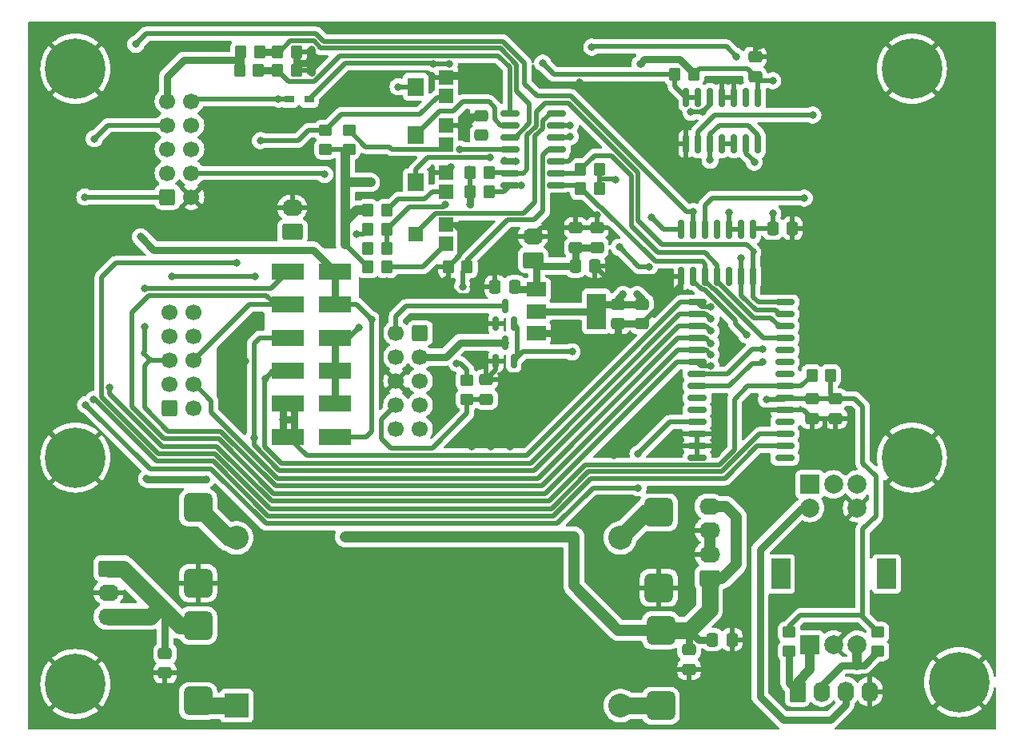
<source format=gbl>
G04 #@! TF.GenerationSoftware,KiCad,Pcbnew,8.0.4*
G04 #@! TF.CreationDate,2024-11-03T11:21:10+01:00*
G04 #@! TF.ProjectId,K_PA_Protec,4b5f5041-5f50-4726-9f74-65632e6b6963,rev?*
G04 #@! TF.SameCoordinates,Original*
G04 #@! TF.FileFunction,Copper,L2,Bot*
G04 #@! TF.FilePolarity,Positive*
%FSLAX46Y46*%
G04 Gerber Fmt 4.6, Leading zero omitted, Abs format (unit mm)*
G04 Created by KiCad (PCBNEW 8.0.4) date 2024-11-03 11:21:10*
%MOMM*%
%LPD*%
G01*
G04 APERTURE LIST*
G04 Aperture macros list*
%AMRoundRect*
0 Rectangle with rounded corners*
0 $1 Rounding radius*
0 $2 $3 $4 $5 $6 $7 $8 $9 X,Y pos of 4 corners*
0 Add a 4 corners polygon primitive as box body*
4,1,4,$2,$3,$4,$5,$6,$7,$8,$9,$2,$3,0*
0 Add four circle primitives for the rounded corners*
1,1,$1+$1,$2,$3*
1,1,$1+$1,$4,$5*
1,1,$1+$1,$6,$7*
1,1,$1+$1,$8,$9*
0 Add four rect primitives between the rounded corners*
20,1,$1+$1,$2,$3,$4,$5,0*
20,1,$1+$1,$4,$5,$6,$7,0*
20,1,$1+$1,$6,$7,$8,$9,0*
20,1,$1+$1,$8,$9,$2,$3,0*%
G04 Aperture macros list end*
G04 #@! TA.AperFunction,ComponentPad*
%ADD10C,0.800000*%
G04 #@! TD*
G04 #@! TA.AperFunction,ComponentPad*
%ADD11C,6.400000*%
G04 #@! TD*
G04 #@! TA.AperFunction,ComponentPad*
%ADD12R,2.000000X2.000000*%
G04 #@! TD*
G04 #@! TA.AperFunction,ComponentPad*
%ADD13C,2.000000*%
G04 #@! TD*
G04 #@! TA.AperFunction,ComponentPad*
%ADD14R,2.000000X3.200000*%
G04 #@! TD*
G04 #@! TA.AperFunction,SMDPad,CuDef*
%ADD15RoundRect,0.250000X-0.450000X0.350000X-0.450000X-0.350000X0.450000X-0.350000X0.450000X0.350000X0*%
G04 #@! TD*
G04 #@! TA.AperFunction,SMDPad,CuDef*
%ADD16RoundRect,0.250000X0.350000X0.450000X-0.350000X0.450000X-0.350000X-0.450000X0.350000X-0.450000X0*%
G04 #@! TD*
G04 #@! TA.AperFunction,SMDPad,CuDef*
%ADD17RoundRect,0.250000X0.337500X0.475000X-0.337500X0.475000X-0.337500X-0.475000X0.337500X-0.475000X0*%
G04 #@! TD*
G04 #@! TA.AperFunction,ComponentPad*
%ADD18RoundRect,0.250000X0.845000X-0.620000X0.845000X0.620000X-0.845000X0.620000X-0.845000X-0.620000X0*%
G04 #@! TD*
G04 #@! TA.AperFunction,ComponentPad*
%ADD19O,2.190000X1.740000*%
G04 #@! TD*
G04 #@! TA.AperFunction,SMDPad,CuDef*
%ADD20R,3.500000X1.800000*%
G04 #@! TD*
G04 #@! TA.AperFunction,SMDPad,CuDef*
%ADD21RoundRect,0.250000X0.475000X-0.337500X0.475000X0.337500X-0.475000X0.337500X-0.475000X-0.337500X0*%
G04 #@! TD*
G04 #@! TA.AperFunction,SMDPad,CuDef*
%ADD22R,1.000000X0.800000*%
G04 #@! TD*
G04 #@! TA.AperFunction,SMDPad,CuDef*
%ADD23RoundRect,0.150000X0.875000X0.150000X-0.875000X0.150000X-0.875000X-0.150000X0.875000X-0.150000X0*%
G04 #@! TD*
G04 #@! TA.AperFunction,SMDPad,CuDef*
%ADD24R,1.500000X1.500000*%
G04 #@! TD*
G04 #@! TA.AperFunction,SMDPad,CuDef*
%ADD25R,1.700000X1.900000*%
G04 #@! TD*
G04 #@! TA.AperFunction,SMDPad,CuDef*
%ADD26RoundRect,0.250000X-0.475000X0.337500X-0.475000X-0.337500X0.475000X-0.337500X0.475000X0.337500X0*%
G04 #@! TD*
G04 #@! TA.AperFunction,SMDPad,CuDef*
%ADD27RoundRect,0.250000X-0.350000X-0.450000X0.350000X-0.450000X0.350000X0.450000X-0.350000X0.450000X0*%
G04 #@! TD*
G04 #@! TA.AperFunction,SMDPad,CuDef*
%ADD28RoundRect,0.250000X0.450000X-0.350000X0.450000X0.350000X-0.450000X0.350000X-0.450000X-0.350000X0*%
G04 #@! TD*
G04 #@! TA.AperFunction,ComponentPad*
%ADD29RoundRect,0.250000X0.600000X0.600000X-0.600000X0.600000X-0.600000X-0.600000X0.600000X-0.600000X0*%
G04 #@! TD*
G04 #@! TA.AperFunction,ComponentPad*
%ADD30C,1.700000*%
G04 #@! TD*
G04 #@! TA.AperFunction,SMDPad,CuDef*
%ADD31R,2.000000X1.500000*%
G04 #@! TD*
G04 #@! TA.AperFunction,SMDPad,CuDef*
%ADD32R,2.000000X3.800000*%
G04 #@! TD*
G04 #@! TA.AperFunction,ComponentPad*
%ADD33RoundRect,0.250000X-0.620000X-0.845000X0.620000X-0.845000X0.620000X0.845000X-0.620000X0.845000X0*%
G04 #@! TD*
G04 #@! TA.AperFunction,ComponentPad*
%ADD34O,1.740000X2.190000*%
G04 #@! TD*
G04 #@! TA.AperFunction,SMDPad,CuDef*
%ADD35RoundRect,0.150000X-0.825000X-0.150000X0.825000X-0.150000X0.825000X0.150000X-0.825000X0.150000X0*%
G04 #@! TD*
G04 #@! TA.AperFunction,SMDPad,CuDef*
%ADD36RoundRect,0.491801X-1.008199X1.008199X-1.008199X-1.008199X1.008199X-1.008199X1.008199X1.008199X0*%
G04 #@! TD*
G04 #@! TA.AperFunction,SMDPad,CuDef*
%ADD37RoundRect,0.250000X-0.337500X-0.475000X0.337500X-0.475000X0.337500X0.475000X-0.337500X0.475000X0*%
G04 #@! TD*
G04 #@! TA.AperFunction,SMDPad,CuDef*
%ADD38RoundRect,0.150000X0.150000X-0.587500X0.150000X0.587500X-0.150000X0.587500X-0.150000X-0.587500X0*%
G04 #@! TD*
G04 #@! TA.AperFunction,ComponentPad*
%ADD39RoundRect,0.250000X-0.845000X0.620000X-0.845000X-0.620000X0.845000X-0.620000X0.845000X0.620000X0*%
G04 #@! TD*
G04 #@! TA.AperFunction,ComponentPad*
%ADD40R,2.540000X2.540000*%
G04 #@! TD*
G04 #@! TA.AperFunction,ComponentPad*
%ADD41C,2.540000*%
G04 #@! TD*
G04 #@! TA.AperFunction,SMDPad,CuDef*
%ADD42RoundRect,0.491801X1.008199X-1.008199X1.008199X1.008199X-1.008199X1.008199X-1.008199X-1.008199X0*%
G04 #@! TD*
G04 #@! TA.AperFunction,SMDPad,CuDef*
%ADD43R,1.500000X1.600000*%
G04 #@! TD*
G04 #@! TA.AperFunction,ComponentPad*
%ADD44RoundRect,0.250000X-0.600000X-0.600000X0.600000X-0.600000X0.600000X0.600000X-0.600000X0.600000X0*%
G04 #@! TD*
G04 #@! TA.AperFunction,SMDPad,CuDef*
%ADD45RoundRect,0.150000X0.150000X-0.825000X0.150000X0.825000X-0.150000X0.825000X-0.150000X-0.825000X0*%
G04 #@! TD*
G04 #@! TA.AperFunction,ViaPad*
%ADD46C,0.800000*%
G04 #@! TD*
G04 #@! TA.AperFunction,Conductor*
%ADD47C,1.800000*%
G04 #@! TD*
G04 #@! TA.AperFunction,Conductor*
%ADD48C,0.800000*%
G04 #@! TD*
G04 #@! TA.AperFunction,Conductor*
%ADD49C,0.500000*%
G04 #@! TD*
G04 #@! TA.AperFunction,Conductor*
%ADD50C,1.000000*%
G04 #@! TD*
G04 #@! TA.AperFunction,Conductor*
%ADD51C,1.200000*%
G04 #@! TD*
G04 APERTURE END LIST*
D10*
X67600000Y-55000000D03*
X68302944Y-53302944D03*
X68302944Y-56697056D03*
X70000000Y-52600000D03*
D11*
X70000000Y-55000000D03*
D10*
X70000000Y-57400000D03*
X71697056Y-53302944D03*
X71697056Y-56697056D03*
X72400000Y-55000000D03*
X156200000Y-96200000D03*
X156902944Y-94502944D03*
X156902944Y-97897056D03*
X158600000Y-93800000D03*
D11*
X158600000Y-96200000D03*
D10*
X158600000Y-98600000D03*
X160297056Y-94502944D03*
X160297056Y-97897056D03*
X161000000Y-96200000D03*
X67600000Y-120200000D03*
X68302944Y-118502944D03*
X68302944Y-121897056D03*
X70000000Y-117800000D03*
D11*
X70000000Y-120200000D03*
D10*
X70000000Y-122600000D03*
X71697056Y-118502944D03*
X71697056Y-121897056D03*
X72400000Y-120200000D03*
X156200000Y-55000000D03*
X156902944Y-53302944D03*
X156902944Y-56697056D03*
X158600000Y-52600000D03*
D11*
X158600000Y-55000000D03*
D10*
X158600000Y-57400000D03*
X160297056Y-53302944D03*
X160297056Y-56697056D03*
X161000000Y-55000000D03*
X161200000Y-120000000D03*
X161902944Y-118302944D03*
X161902944Y-121697056D03*
X163600000Y-117600000D03*
D11*
X163600000Y-120000000D03*
D10*
X163600000Y-122400000D03*
X165297056Y-118302944D03*
X165297056Y-121697056D03*
X166000000Y-120000000D03*
D12*
X147800000Y-99037500D03*
D13*
X152800000Y-99037500D03*
X150300000Y-99037500D03*
D12*
X147800000Y-116037500D03*
D13*
X152800000Y-116037500D03*
X150300000Y-116037500D03*
D14*
X144700000Y-108537500D03*
X155900000Y-108537500D03*
D13*
X152800000Y-101537500D03*
X147800000Y-101537500D03*
D10*
X67600000Y-96200000D03*
X68302944Y-94502944D03*
X68302944Y-97897056D03*
X70000000Y-93800000D03*
D11*
X70000000Y-96200000D03*
D10*
X70000000Y-98600000D03*
X71697056Y-94502944D03*
X71697056Y-97897056D03*
X72400000Y-96200000D03*
D15*
X155000000Y-114700000D03*
X155000000Y-116700000D03*
D16*
X103000000Y-70000000D03*
X101000000Y-70000000D03*
D17*
X145937500Y-71900000D03*
X143862500Y-71900000D03*
D18*
X137180000Y-109000000D03*
D19*
X137180000Y-106460000D03*
X137180000Y-103920000D03*
X137180000Y-101380000D03*
D17*
X125037500Y-75900000D03*
X122962500Y-75900000D03*
D16*
X150000000Y-87500000D03*
X148000000Y-87500000D03*
D20*
X92500000Y-90500000D03*
X97500000Y-90500000D03*
D21*
X150500000Y-92037500D03*
X150500000Y-89962500D03*
D20*
X92500000Y-76500000D03*
X97500000Y-76500000D03*
D18*
X92980000Y-72270000D03*
D19*
X92980000Y-69730000D03*
D22*
X92650000Y-58200000D03*
X94750000Y-58200000D03*
D15*
X145600000Y-114700000D03*
X145600000Y-116700000D03*
X99000000Y-61500000D03*
X99000000Y-63500000D03*
D23*
X145150000Y-79745000D03*
X145150000Y-81015000D03*
X145150000Y-82285000D03*
X145150000Y-83555000D03*
X145150000Y-84825000D03*
X145150000Y-86095000D03*
X145150000Y-87365000D03*
X145150000Y-88635000D03*
X145150000Y-89905000D03*
X145150000Y-91175000D03*
X145150000Y-92445000D03*
X145150000Y-93715000D03*
X145150000Y-94985000D03*
X145150000Y-96255000D03*
X135850000Y-96255000D03*
X135850000Y-94985000D03*
X135850000Y-93715000D03*
X135850000Y-92445000D03*
X135850000Y-91175000D03*
X135850000Y-89905000D03*
X135850000Y-88635000D03*
X135850000Y-87365000D03*
X135850000Y-86095000D03*
X135850000Y-84825000D03*
X135850000Y-83555000D03*
X135850000Y-82285000D03*
X135850000Y-81015000D03*
X135850000Y-79745000D03*
D16*
X93400000Y-53200000D03*
X91400000Y-53200000D03*
D20*
X92500000Y-83500000D03*
X97500000Y-83500000D03*
D24*
X109300000Y-61000000D03*
D25*
X106050000Y-62000000D03*
D24*
X109300000Y-63000000D03*
D26*
X125250000Y-71862500D03*
X125250000Y-73937500D03*
D20*
X92500000Y-80000000D03*
X97500000Y-80000000D03*
D27*
X109500000Y-76000000D03*
X111500000Y-76000000D03*
D24*
X109300000Y-66000000D03*
D25*
X106050000Y-67000000D03*
D24*
X109300000Y-68000000D03*
D27*
X133500000Y-55600000D03*
X135500000Y-55600000D03*
D21*
X130000000Y-82037500D03*
X130000000Y-79962500D03*
D28*
X96500000Y-63500000D03*
X96500000Y-61500000D03*
D16*
X113800000Y-66000000D03*
X111800000Y-66000000D03*
D20*
X92500000Y-94000000D03*
X97500000Y-94000000D03*
D29*
X106500000Y-83000000D03*
D30*
X103960000Y-83000000D03*
X106500000Y-85540000D03*
X103960000Y-85540000D03*
X106500000Y-88080000D03*
X103960000Y-88080000D03*
X106500000Y-90620000D03*
X103960000Y-90620000D03*
X106500000Y-93160000D03*
X103960000Y-93160000D03*
D31*
X118850000Y-83000000D03*
X118850000Y-80700000D03*
D32*
X125150000Y-80700000D03*
D31*
X118850000Y-78400000D03*
D33*
X146500000Y-121000000D03*
D34*
X149040000Y-121000000D03*
X151580000Y-121000000D03*
X154120000Y-121000000D03*
D35*
X116025000Y-67310000D03*
X116025000Y-66040000D03*
X116025000Y-64770000D03*
X116025000Y-63500000D03*
X116025000Y-62230000D03*
X116025000Y-60960000D03*
X116025000Y-59690000D03*
X120975000Y-59690000D03*
X120975000Y-60960000D03*
X120975000Y-62230000D03*
X120975000Y-63500000D03*
X120975000Y-64770000D03*
X120975000Y-66040000D03*
X120975000Y-67310000D03*
D36*
X131800000Y-102000000D03*
X131800000Y-110000000D03*
D37*
X114462500Y-78100000D03*
X116537500Y-78100000D03*
D21*
X127500000Y-82037500D03*
X127500000Y-79962500D03*
D16*
X93400000Y-55200000D03*
X91400000Y-55200000D03*
D17*
X139537500Y-115500000D03*
X137462500Y-115500000D03*
D21*
X113000000Y-62037500D03*
X113000000Y-59962500D03*
D27*
X87400000Y-55200000D03*
X89400000Y-55200000D03*
D38*
X116450000Y-85937500D03*
X114550000Y-85937500D03*
X115500000Y-84062500D03*
D39*
X73520000Y-107960000D03*
D19*
X73520000Y-110500000D03*
X73520000Y-113040000D03*
D21*
X113500000Y-90037500D03*
X113500000Y-87962500D03*
D40*
X87080000Y-122490000D03*
D41*
X87080000Y-104710000D03*
X127720000Y-104710000D03*
X127720000Y-122490000D03*
D26*
X123000000Y-71862500D03*
X123000000Y-73937500D03*
D28*
X111500000Y-90000000D03*
X111500000Y-88000000D03*
D42*
X132000000Y-122500000D03*
X132000000Y-114500000D03*
D27*
X123500000Y-65700000D03*
X125500000Y-65700000D03*
D24*
X109300000Y-71500000D03*
D43*
X106050000Y-72500000D03*
D24*
X109300000Y-73500000D03*
D44*
X79747500Y-68580000D03*
D30*
X82287500Y-68580000D03*
X79747500Y-66040000D03*
X82287500Y-66040000D03*
X79747500Y-63500000D03*
X82287500Y-63500000D03*
X79747500Y-60960000D03*
X82287500Y-60960000D03*
X79747500Y-58420000D03*
X82287500Y-58420000D03*
D20*
X92500000Y-87000000D03*
X97500000Y-87000000D03*
D21*
X79500000Y-119037500D03*
X79500000Y-116962500D03*
D27*
X101000000Y-74000000D03*
X103000000Y-74000000D03*
X123500000Y-67700000D03*
X125500000Y-67700000D03*
D45*
X142310000Y-62975000D03*
X141040000Y-62975000D03*
X139770000Y-62975000D03*
X138500000Y-62975000D03*
X137230000Y-62975000D03*
X135960000Y-62975000D03*
X134690000Y-62975000D03*
X134690000Y-58025000D03*
X135960000Y-58025000D03*
X137230000Y-58025000D03*
X138500000Y-58025000D03*
X139770000Y-58025000D03*
X141040000Y-58025000D03*
X142310000Y-58025000D03*
D24*
X109300000Y-55900000D03*
D25*
X106050000Y-56900000D03*
D24*
X109300000Y-57900000D03*
D45*
X141810000Y-76975000D03*
X140540000Y-76975000D03*
X139270000Y-76975000D03*
X138000000Y-76975000D03*
X136730000Y-76975000D03*
X135460000Y-76975000D03*
X134190000Y-76975000D03*
X134190000Y-72025000D03*
X135460000Y-72025000D03*
X136730000Y-72025000D03*
X138000000Y-72025000D03*
X139270000Y-72025000D03*
X140540000Y-72025000D03*
X141810000Y-72025000D03*
D21*
X148000000Y-92037500D03*
X148000000Y-89962500D03*
D44*
X80000000Y-91000000D03*
D30*
X82540000Y-91000000D03*
X80000000Y-88460000D03*
X82540000Y-88460000D03*
X80000000Y-85920000D03*
X82540000Y-85920000D03*
X80000000Y-83380000D03*
X82540000Y-83380000D03*
X80000000Y-80840000D03*
X82540000Y-80840000D03*
D16*
X103000000Y-76000000D03*
X101000000Y-76000000D03*
D27*
X101000000Y-72000000D03*
X103000000Y-72000000D03*
X87500000Y-53200000D03*
X89500000Y-53200000D03*
D42*
X83000000Y-109500000D03*
X83000000Y-101500000D03*
D26*
X142000000Y-53762500D03*
X142000000Y-55837500D03*
D18*
X118480000Y-75270000D03*
D19*
X118480000Y-72730000D03*
D38*
X116450000Y-82037500D03*
X114550000Y-82037500D03*
X115500000Y-80162500D03*
D36*
X83000000Y-114000000D03*
X83000000Y-122000000D03*
D16*
X113800000Y-68000000D03*
X111800000Y-68000000D03*
D21*
X135000000Y-118637500D03*
X135000000Y-116562500D03*
D46*
X99800000Y-72500000D03*
X93200000Y-92200000D03*
X137259078Y-80247561D03*
X92000000Y-92200000D03*
X137300000Y-81500000D03*
X90100000Y-87800000D03*
X137300000Y-82800000D03*
X83900000Y-98500000D03*
X88900000Y-94100000D03*
X77537500Y-98437500D03*
X77300000Y-82300000D03*
X77300000Y-78300000D03*
X137300000Y-85300000D03*
X137300000Y-86500000D03*
X91500000Y-58200000D03*
X80200000Y-77000000D03*
X89000000Y-77000000D03*
X107900000Y-54449500D03*
X109600000Y-54449500D03*
X119500000Y-54400000D03*
X76900000Y-72800000D03*
X101400000Y-81600000D03*
X100000000Y-82400000D03*
X96400000Y-66200000D03*
X140540000Y-75040000D03*
X117200000Y-67310000D03*
X124700000Y-52700000D03*
X140000000Y-53700000D03*
X73649500Y-88799312D03*
X87100000Y-75600000D03*
X71941121Y-90050468D03*
X72000000Y-62400000D03*
X71000000Y-68600000D03*
X71100000Y-90600000D03*
X129600000Y-99400000D03*
X129600000Y-95800000D03*
X142800000Y-86100000D03*
X148100000Y-59900000D03*
X147200000Y-68700000D03*
X142800000Y-84700000D03*
X137300000Y-84100000D03*
X137230000Y-64670000D03*
X135460000Y-70140000D03*
X76400000Y-52400000D03*
X98600000Y-73600000D03*
X101262500Y-67037500D03*
X98600000Y-104600000D03*
X115400000Y-64700000D03*
X116600000Y-64770000D03*
X122600000Y-85000000D03*
X130800000Y-76000000D03*
X127600000Y-73900000D03*
X131000000Y-70700000D03*
X89600000Y-62600000D03*
X110400000Y-86200000D03*
X111000000Y-78100000D03*
X122400000Y-60960000D03*
X109200000Y-69400000D03*
X104200000Y-56900000D03*
X110700000Y-63500000D03*
X113949500Y-64400688D03*
X122400000Y-62200000D03*
X141100000Y-83200000D03*
X141900000Y-64900000D03*
X139200000Y-70200000D03*
X135200000Y-59600000D03*
X136400000Y-59600000D03*
X132000000Y-91000000D03*
X122500000Y-52500000D03*
X130000000Y-92000000D03*
X116000000Y-93000000D03*
X100000000Y-122500000D03*
X165000000Y-67500000D03*
X126975000Y-77975000D03*
X67500000Y-100000000D03*
X120000000Y-91000000D03*
X67500000Y-67500000D03*
X123000000Y-70499500D03*
X67500000Y-82500000D03*
X138088237Y-94688237D03*
X145937500Y-70237500D03*
X165000000Y-100000000D03*
X129000000Y-94000000D03*
X123400000Y-56449500D03*
X113100000Y-78100000D03*
X152500000Y-52500000D03*
X67500000Y-62500000D03*
X67500000Y-77500000D03*
X139000000Y-85000000D03*
X140000000Y-112500000D03*
X118000000Y-89000000D03*
X67500000Y-110000000D03*
X95500000Y-70425000D03*
X165000000Y-92500000D03*
X67500000Y-115000000D03*
X126975000Y-75825000D03*
X101100000Y-74100000D03*
X147500000Y-52500000D03*
X124000000Y-87000000D03*
X120000000Y-87000000D03*
X110000000Y-122500000D03*
X143962500Y-53762500D03*
X87400000Y-84800000D03*
X140000000Y-122500000D03*
X109000000Y-91000000D03*
X111762500Y-55600000D03*
X89200000Y-81600000D03*
X112000000Y-93000000D03*
X109000000Y-89000000D03*
X140000000Y-117500000D03*
X140000000Y-120000000D03*
X116000000Y-89000000D03*
X109799312Y-65399312D03*
X125000000Y-122500000D03*
X95000000Y-122500000D03*
X107800000Y-66000000D03*
X112000000Y-95000000D03*
X88000000Y-86000000D03*
X116000000Y-91000000D03*
X118000000Y-93000000D03*
X95000000Y-55400000D03*
X113437500Y-82037500D03*
X115000000Y-122500000D03*
X67500000Y-72500000D03*
X95000000Y-53000000D03*
X112100000Y-78100000D03*
X138500000Y-56200000D03*
X122000000Y-89000000D03*
X165000000Y-62500000D03*
X109000000Y-77500000D03*
X120500000Y-83000000D03*
X116000000Y-95000000D03*
X139690500Y-56210790D03*
X134690000Y-61110000D03*
X165000000Y-115000000D03*
X90000000Y-122500000D03*
X127500000Y-83100000D03*
X107000000Y-77500000D03*
X125250000Y-70499500D03*
X104000000Y-65000000D03*
X114000000Y-95000000D03*
X139000000Y-83000000D03*
X114000000Y-93000000D03*
X100837500Y-64962500D03*
X105000000Y-122500000D03*
X149400000Y-95800000D03*
X113437500Y-85937500D03*
X103000000Y-77500000D03*
X149400000Y-94600000D03*
X165000000Y-82500000D03*
X149400000Y-93400000D03*
X112200000Y-85900000D03*
X137500000Y-120000000D03*
X135000000Y-122500000D03*
X135000000Y-120000000D03*
X138000000Y-95800000D03*
X80000000Y-122500000D03*
X142500000Y-52500000D03*
X165000000Y-72500000D03*
X87037500Y-89662500D03*
X145937500Y-73562500D03*
X165000000Y-110000000D03*
X67500000Y-92500000D03*
X110749312Y-61050688D03*
X165000000Y-105000000D03*
X157500000Y-122500000D03*
X67500000Y-105000000D03*
X75000000Y-122500000D03*
X165000000Y-87500000D03*
X120000000Y-89000000D03*
X112237500Y-82037500D03*
X120000000Y-122500000D03*
X165000000Y-77500000D03*
X105000000Y-77500000D03*
X118000000Y-87000000D03*
X123400000Y-63500000D03*
X118000000Y-91000000D03*
X67500000Y-87500000D03*
X122000000Y-87000000D03*
X111762500Y-56962500D03*
X127000000Y-96000000D03*
X138000000Y-93615000D03*
X95000000Y-54400000D03*
X111700000Y-65700000D03*
X129800000Y-54500000D03*
X127200000Y-66800000D03*
X129500000Y-78900000D03*
X143862500Y-70337500D03*
X111800000Y-69400000D03*
X143200000Y-90000000D03*
X143862500Y-56262500D03*
X128000000Y-78900000D03*
X112900000Y-62000000D03*
X125150000Y-80700000D03*
D47*
X73520000Y-113040000D02*
X77960000Y-113040000D01*
D48*
X79500000Y-116962500D02*
X79500000Y-112433508D01*
X79500000Y-112433508D02*
X79033246Y-111966754D01*
D47*
X75026491Y-107960000D02*
X73520000Y-107960000D01*
X83000000Y-114000000D02*
X81066491Y-114000000D01*
X77960000Y-113040000D02*
X79033246Y-111966754D01*
X79033246Y-111966754D02*
X75026491Y-107960000D01*
X81066491Y-114000000D02*
X79033246Y-111966754D01*
D48*
X79747500Y-55852500D02*
X79747500Y-58420000D01*
X87500000Y-53200000D02*
X87500000Y-54100000D01*
X81500000Y-54100000D02*
X79747500Y-55852500D01*
X87500000Y-55100000D02*
X87400000Y-55200000D01*
X87500000Y-54100000D02*
X81500000Y-54100000D01*
X87500000Y-54100000D02*
X87500000Y-55100000D01*
D49*
X111537500Y-90037500D02*
X111500000Y-90000000D01*
X111500000Y-91500000D02*
X107800000Y-95200000D01*
X111500000Y-90000000D02*
X111500000Y-91500000D01*
X113500000Y-90037500D02*
X111537500Y-90037500D01*
X107800000Y-95200000D02*
X103400000Y-95200000D01*
X103400000Y-95200000D02*
X102400000Y-94200000D01*
X102400000Y-94200000D02*
X102400000Y-92180000D01*
X102400000Y-92180000D02*
X103960000Y-90620000D01*
X101000000Y-72000000D02*
X100500000Y-72500000D01*
X100500000Y-72500000D02*
X99800000Y-72500000D01*
D48*
X93200000Y-92200000D02*
X93200000Y-93300000D01*
D49*
X135850000Y-79745000D02*
X134094270Y-79745000D01*
X136352561Y-80247561D02*
X135850000Y-79745000D01*
D48*
X93200000Y-92200000D02*
X93200000Y-91200000D01*
X92000000Y-92200000D02*
X93200000Y-92200000D01*
X92000000Y-92200000D02*
X92000000Y-93500000D01*
D49*
X94500000Y-96000000D02*
X92500000Y-94000000D01*
D48*
X92000000Y-91000000D02*
X92500000Y-90500000D01*
D49*
X117839270Y-96000000D02*
X94500000Y-96000000D01*
X137259078Y-80247561D02*
X136352561Y-80247561D01*
D48*
X92000000Y-93500000D02*
X92500000Y-94000000D01*
D49*
X134094270Y-79745000D02*
X117839270Y-96000000D01*
D48*
X93200000Y-93300000D02*
X92500000Y-94000000D01*
X93200000Y-91200000D02*
X92500000Y-90500000D01*
X92000000Y-92200000D02*
X92000000Y-91000000D01*
D49*
X135850000Y-81015000D02*
X133985000Y-81015000D01*
X118200000Y-96800000D02*
X91800000Y-96800000D01*
X133985000Y-81015000D02*
X118200000Y-96800000D01*
X136815000Y-81015000D02*
X137300000Y-81500000D01*
X90000000Y-88000000D02*
X91000000Y-87000000D01*
X92500000Y-87000000D02*
X90900000Y-87000000D01*
X135850000Y-81015000D02*
X136815000Y-81015000D01*
X91000000Y-87000000D02*
X92500000Y-87000000D01*
X90000000Y-95000000D02*
X90000000Y-88000000D01*
X91800000Y-96800000D02*
X90000000Y-95000000D01*
X90900000Y-87000000D02*
X90100000Y-87800000D01*
X135850000Y-82285000D02*
X133915000Y-82285000D01*
X133915000Y-82285000D02*
X118600000Y-97600000D01*
D48*
X77537500Y-98437500D02*
X77600000Y-98500000D01*
D49*
X88900000Y-84100000D02*
X89500000Y-83500000D01*
D48*
X77600000Y-98500000D02*
X83900000Y-98500000D01*
D49*
X136785000Y-82285000D02*
X137300000Y-82800000D01*
X118600000Y-97600000D02*
X91600000Y-97600000D01*
X89500000Y-83500000D02*
X92500000Y-83500000D01*
X135850000Y-82285000D02*
X136785000Y-82285000D01*
X91600000Y-97600000D02*
X88900000Y-94900000D01*
X88900000Y-94900000D02*
X88900000Y-84100000D01*
X135850000Y-84825000D02*
X133775000Y-84825000D01*
X77880000Y-85920000D02*
X80000000Y-85920000D01*
X77300000Y-78300000D02*
X90700000Y-78300000D01*
X78020000Y-85920000D02*
X77200000Y-85100000D01*
X80000000Y-85920000D02*
X78020000Y-85920000D01*
X77300000Y-86500000D02*
X77880000Y-85920000D01*
X90700000Y-78300000D02*
X92500000Y-76500000D01*
X91200000Y-99200000D02*
X85400000Y-93400000D01*
X133775000Y-84825000D02*
X119400000Y-99200000D01*
X135850000Y-84825000D02*
X136825000Y-84825000D01*
X79800000Y-93400000D02*
X77300000Y-90900000D01*
X77300000Y-85000000D02*
X77300000Y-82300000D01*
X119400000Y-99200000D02*
X91200000Y-99200000D01*
X85400000Y-93400000D02*
X79800000Y-93400000D01*
X77200000Y-85100000D02*
X77300000Y-85000000D01*
X136825000Y-84825000D02*
X137300000Y-85300000D01*
X77300000Y-90900000D02*
X77300000Y-86500000D01*
X88460000Y-80000000D02*
X82540000Y-85920000D01*
X135850000Y-86095000D02*
X133705000Y-86095000D01*
X77800000Y-79000000D02*
X90200000Y-79000000D01*
X91000000Y-100000000D02*
X85200000Y-94200000D01*
X90200000Y-79000000D02*
X91200000Y-80000000D01*
X92500000Y-80000000D02*
X88460000Y-80000000D01*
X76000000Y-90800000D02*
X76000000Y-80800000D01*
X85200000Y-94200000D02*
X79400000Y-94200000D01*
X135850000Y-86095000D02*
X136255000Y-86500000D01*
X79400000Y-94200000D02*
X76000000Y-90800000D01*
X91200000Y-80000000D02*
X92500000Y-80000000D01*
X76000000Y-80800000D02*
X77800000Y-79000000D01*
X136255000Y-86500000D02*
X137300000Y-86500000D01*
X119800000Y-100000000D02*
X91000000Y-100000000D01*
X133705000Y-86095000D02*
X119800000Y-100000000D01*
X82507500Y-58200000D02*
X82287500Y-58420000D01*
X92650000Y-58200000D02*
X82507500Y-58200000D01*
X89000000Y-77000000D02*
X80200000Y-77000000D01*
X109600000Y-54449500D02*
X107900000Y-54449500D01*
X135960000Y-58025000D02*
X134690000Y-58025000D01*
X134690000Y-58025000D02*
X133500000Y-56835000D01*
X133500000Y-56835000D02*
X133500000Y-55600000D01*
X98600000Y-54400000D02*
X107850500Y-54400000D01*
X133500000Y-55600000D02*
X120700000Y-55600000D01*
X120700000Y-55600000D02*
X119500000Y-54400000D01*
X94800000Y-58200000D02*
X98600000Y-54400000D01*
X107850500Y-54400000D02*
X107900000Y-54449500D01*
D48*
X97500000Y-76500000D02*
X95200000Y-74200000D01*
D49*
X100800000Y-94000000D02*
X101400000Y-93400000D01*
X99800000Y-80000000D02*
X97500000Y-80000000D01*
X97500000Y-94000000D02*
X100800000Y-94000000D01*
X101400000Y-81600000D02*
X99800000Y-80000000D01*
X101400000Y-93400000D02*
X101400000Y-81600000D01*
D48*
X97500000Y-80000000D02*
X97500000Y-76500000D01*
X86000000Y-74200000D02*
X78300000Y-74200000D01*
X95200000Y-74200000D02*
X86000000Y-74200000D01*
X78300000Y-74200000D02*
X76900000Y-72800000D01*
D49*
X96240000Y-66040000D02*
X82287500Y-66040000D01*
X98900000Y-83500000D02*
X100000000Y-82400000D01*
D48*
X97500000Y-90500000D02*
X97500000Y-87000000D01*
D49*
X97500000Y-83500000D02*
X98900000Y-83500000D01*
X96400000Y-66200000D02*
X96240000Y-66040000D01*
D48*
X97500000Y-87000000D02*
X97500000Y-83500000D01*
D49*
X115985000Y-66000000D02*
X116025000Y-66040000D01*
X132100000Y-73600000D02*
X129599511Y-71099511D01*
X141810000Y-79210000D02*
X141810000Y-76975000D01*
X117460000Y-66040000D02*
X116025000Y-66040000D01*
X129599511Y-71099511D02*
X129599511Y-65999511D01*
X122200000Y-58600000D02*
X119800000Y-58600000D01*
X145150000Y-79745000D02*
X142345000Y-79745000D01*
X118800000Y-59600000D02*
X118800000Y-61048280D01*
X141810000Y-76975000D02*
X141810000Y-74490000D01*
X129599511Y-65999511D02*
X122200000Y-58600000D01*
X118800000Y-61048280D02*
X117800000Y-62048280D01*
X117800000Y-62048280D02*
X117800000Y-65700000D01*
X119800000Y-58600000D02*
X118800000Y-59600000D01*
X141900000Y-74400000D02*
X141100000Y-73600000D01*
X117800000Y-65700000D02*
X117460000Y-66040000D01*
X141810000Y-74490000D02*
X141900000Y-74400000D01*
X142345000Y-79745000D02*
X141810000Y-79210000D01*
X141100000Y-73600000D02*
X132100000Y-73600000D01*
X113800000Y-66000000D02*
X115985000Y-66000000D01*
X142100000Y-80600000D02*
X140540000Y-79040000D01*
X140000000Y-53700000D02*
X138950490Y-52650490D01*
X114400000Y-68000000D02*
X115335000Y-68000000D01*
X113800000Y-68000000D02*
X114400000Y-68000000D01*
X140540000Y-79040000D02*
X140540000Y-76975000D01*
X116025000Y-67310000D02*
X117200000Y-67310000D01*
X138950490Y-52650490D02*
X124749510Y-52650490D01*
X145150000Y-81015000D02*
X144547151Y-81015000D01*
X140540000Y-76975000D02*
X140540000Y-75040000D01*
X144547151Y-81015000D02*
X144132151Y-80600000D01*
X115335000Y-68000000D02*
X116025000Y-67310000D01*
X124749510Y-52650490D02*
X124700000Y-52700000D01*
X144132151Y-80600000D02*
X142100000Y-80600000D01*
X123160000Y-66040000D02*
X123500000Y-65700000D01*
X138000000Y-75810743D02*
X138000000Y-76975000D01*
X128900000Y-66300000D02*
X128900000Y-71700000D01*
X138000000Y-77527849D02*
X138000000Y-76975000D01*
X128900000Y-71700000D02*
X131700489Y-74500489D01*
X123500000Y-65700000D02*
X125000000Y-64200000D01*
X131700489Y-74500489D02*
X136689746Y-74500489D01*
X143675480Y-81413329D02*
X141885480Y-81413329D01*
X126800000Y-64200000D02*
X128900000Y-66300000D01*
X144547151Y-82285000D02*
X143675480Y-81413329D01*
X120975000Y-66040000D02*
X123160000Y-66040000D01*
X141885480Y-81413329D02*
X138000000Y-77527849D01*
X145150000Y-82285000D02*
X144547151Y-82285000D01*
X136689746Y-74500489D02*
X138000000Y-75810743D01*
X125000000Y-64200000D02*
X126800000Y-64200000D01*
X73649500Y-89449500D02*
X73649500Y-88799312D01*
X85000000Y-95000000D02*
X79200000Y-95000000D01*
X146865000Y-88635000D02*
X148000000Y-87500000D01*
X90800000Y-100800000D02*
X85000000Y-95000000D01*
X123995480Y-97004520D02*
X120200000Y-100800000D01*
X145150000Y-88635000D02*
X146865000Y-88635000D01*
X120200000Y-100800000D02*
X90800000Y-100800000D01*
X139800000Y-95401377D02*
X138196857Y-97004520D01*
X145150000Y-88635000D02*
X141165000Y-88635000D01*
X139800000Y-90000000D02*
X139800000Y-95401377D01*
X138196857Y-97004520D02*
X123995480Y-97004520D01*
X141165000Y-88635000D02*
X139800000Y-90000000D01*
X79200000Y-95000000D02*
X73649500Y-89449500D01*
X74300000Y-75600000D02*
X87100000Y-75600000D01*
X145150000Y-93715000D02*
X142475634Y-93715000D01*
X84800000Y-95800000D02*
X78798623Y-95800000D01*
X90600000Y-101600000D02*
X84800000Y-95800000D01*
X138486603Y-97704031D02*
X124295969Y-97704031D01*
X72800000Y-77100000D02*
X74300000Y-75600000D01*
X120400000Y-101600000D02*
X90600000Y-101600000D01*
X78798623Y-95800000D02*
X72800000Y-89801377D01*
X72800000Y-89801377D02*
X72800000Y-77100000D01*
X142475634Y-93715000D02*
X138486603Y-97704031D01*
X124295969Y-97704031D02*
X120400000Y-101600000D01*
X142194893Y-94985000D02*
X138776351Y-98403542D01*
X145150000Y-94985000D02*
X142194893Y-94985000D01*
X90400000Y-102400000D02*
X84600000Y-96600000D01*
X73440000Y-60960000D02*
X72000000Y-62400000D01*
X120600000Y-102400000D02*
X90400000Y-102400000D01*
X78600000Y-96600000D02*
X72050468Y-90050468D01*
X138776351Y-98403542D02*
X124596458Y-98403542D01*
X84600000Y-96600000D02*
X78600000Y-96600000D01*
X79747500Y-60960000D02*
X73440000Y-60960000D01*
X124596458Y-98403542D02*
X120600000Y-102400000D01*
X72050468Y-90050468D02*
X71941121Y-90050468D01*
X79747500Y-68580000D02*
X79727500Y-68600000D01*
X121001757Y-103198243D02*
X90200000Y-103198243D01*
X128000000Y-99400000D02*
X126600000Y-99400000D01*
X129600000Y-99400000D02*
X128000000Y-99400000D01*
X90200000Y-103198243D02*
X84401757Y-97400000D01*
X79727500Y-68600000D02*
X71000000Y-68600000D01*
X124800000Y-99400000D02*
X121001757Y-103198243D01*
X77900000Y-97400000D02*
X71100000Y-90600000D01*
X135850000Y-92445000D02*
X132955000Y-92445000D01*
X126600000Y-99400000D02*
X124800000Y-99400000D01*
X132955000Y-92445000D02*
X129600000Y-95800000D01*
X84401757Y-97400000D02*
X77900000Y-97400000D01*
X135960000Y-61640000D02*
X137700000Y-59900000D01*
X135960000Y-62975000D02*
X135960000Y-61640000D01*
X135850000Y-88635000D02*
X139265000Y-88635000D01*
X137700000Y-59900000D02*
X148100000Y-59900000D01*
X139265000Y-88635000D02*
X141700000Y-86200000D01*
X142700000Y-86200000D02*
X142800000Y-86100000D01*
X141700000Y-86200000D02*
X142700000Y-86200000D01*
X141700000Y-84700000D02*
X142800000Y-84700000D01*
X136730000Y-69430000D02*
X137460000Y-68700000D01*
X135850000Y-87365000D02*
X139035000Y-87365000D01*
X136730000Y-72025000D02*
X136730000Y-69430000D01*
X139035000Y-87365000D02*
X141700000Y-84700000D01*
X137460000Y-68700000D02*
X147200000Y-68700000D01*
X135850000Y-83555000D02*
X133845000Y-83555000D01*
X133845000Y-83555000D02*
X119000000Y-98400000D01*
X84400000Y-91400000D02*
X84400000Y-90200000D01*
X135850000Y-83555000D02*
X136755000Y-83555000D01*
X82660000Y-88460000D02*
X82540000Y-88460000D01*
X91400000Y-98400000D02*
X84400000Y-91400000D01*
X84400000Y-90200000D02*
X82660000Y-88460000D01*
X136755000Y-83555000D02*
X137300000Y-84100000D01*
X119000000Y-98400000D02*
X91400000Y-98400000D01*
X115278527Y-52100000D02*
X96290672Y-52100000D01*
X96290672Y-52100000D02*
X95490672Y-51300000D01*
X117600000Y-54421473D02*
X115278527Y-52100000D01*
X137230000Y-61970000D02*
X138200000Y-61000000D01*
X135460000Y-70140000D02*
X134740000Y-70140000D01*
X122500489Y-57900489D02*
X118900489Y-57900489D01*
X141300000Y-61000000D02*
X142310000Y-62010000D01*
X77500000Y-51300000D02*
X76400000Y-52400000D01*
X118900489Y-57900489D02*
X117600000Y-56600000D01*
X134740000Y-70140000D02*
X122500489Y-57900489D01*
X95490672Y-51300000D02*
X77500000Y-51300000D01*
X135460000Y-70140000D02*
X135460000Y-72025000D01*
X142310000Y-62010000D02*
X142310000Y-62975000D01*
X137230000Y-62975000D02*
X137230000Y-64670000D01*
X138200000Y-61000000D02*
X141300000Y-61000000D01*
X137230000Y-62975000D02*
X137230000Y-61970000D01*
X117600000Y-56600000D02*
X117600000Y-54421473D01*
D48*
X145600000Y-120100000D02*
X146500000Y-121000000D01*
X145600000Y-116700000D02*
X145600000Y-120100000D01*
D50*
X147800000Y-116037500D02*
X147800000Y-118700000D01*
X146500000Y-120000000D02*
X146500000Y-121000000D01*
X147800000Y-118700000D02*
X146500000Y-120000000D01*
D48*
X115437500Y-84000000D02*
X110800000Y-84000000D01*
X110800000Y-84000000D02*
X109260000Y-85540000D01*
X115500000Y-84062500D02*
X115437500Y-84000000D01*
X109260000Y-85540000D02*
X106500000Y-85540000D01*
D49*
X105037500Y-80162500D02*
X103960000Y-81240000D01*
X115500000Y-80162500D02*
X105037500Y-80162500D01*
X103960000Y-81240000D02*
X103960000Y-83000000D01*
D48*
X123000000Y-73937500D02*
X123000000Y-75862500D01*
D49*
X116370000Y-64770000D02*
X116600000Y-64770000D01*
D51*
X122800000Y-109800000D02*
X127500000Y-114500000D01*
D48*
X123000000Y-73937500D02*
X125250000Y-73937500D01*
D51*
X137180000Y-101380000D02*
X138880000Y-101380000D01*
X122800000Y-104600000D02*
X122800000Y-109800000D01*
D50*
X101262500Y-67037500D02*
X98962500Y-67037500D01*
D49*
X98600000Y-63900000D02*
X99000000Y-63500000D01*
D48*
X118850000Y-78400000D02*
X116837500Y-78400000D01*
X122962500Y-75900000D02*
X119110000Y-75900000D01*
X118850000Y-75640000D02*
X118480000Y-75270000D01*
X118850000Y-78400000D02*
X118850000Y-75640000D01*
D49*
X115400000Y-64700000D02*
X115470000Y-64770000D01*
D51*
X98600000Y-104600000D02*
X122800000Y-104600000D01*
D50*
X98600000Y-71200000D02*
X98600000Y-73600000D01*
D51*
X138500000Y-109000000D02*
X137180000Y-109000000D01*
D49*
X115995000Y-64800000D02*
X116025000Y-64770000D01*
D50*
X99800000Y-70000000D02*
X98600000Y-71200000D01*
D48*
X119110000Y-75900000D02*
X118480000Y-75270000D01*
D49*
X98600000Y-67400000D02*
X98600000Y-63900000D01*
D50*
X101000000Y-70000000D02*
X99800000Y-70000000D01*
D51*
X140000000Y-107500000D02*
X138500000Y-109000000D01*
D48*
X116837500Y-78400000D02*
X116537500Y-78100000D01*
D49*
X98962500Y-67037500D02*
X98600000Y-67400000D01*
D47*
X135000000Y-114500000D02*
X137180000Y-112320000D01*
D50*
X98600000Y-71200000D02*
X98600000Y-63900000D01*
D49*
X115470000Y-64770000D02*
X116600000Y-64770000D01*
D47*
X132000000Y-114500000D02*
X135000000Y-114500000D01*
X137180000Y-112320000D02*
X137180000Y-109000000D01*
D49*
X96500000Y-63500000D02*
X99000000Y-63500000D01*
D48*
X137462500Y-115500000D02*
X136000000Y-115500000D01*
D49*
X116025000Y-64770000D02*
X116600000Y-64770000D01*
D48*
X136000000Y-115500000D02*
X135000000Y-114500000D01*
D51*
X127500000Y-114500000D02*
X132000000Y-114500000D01*
X140000000Y-102500000D02*
X140000000Y-107500000D01*
D49*
X101000000Y-76000000D02*
X98600000Y-73600000D01*
D48*
X135000000Y-116462500D02*
X135000000Y-114500000D01*
X123000000Y-75862500D02*
X122962500Y-75900000D01*
D51*
X138880000Y-101380000D02*
X140000000Y-102500000D01*
D49*
X123500000Y-67700000D02*
X123600000Y-67700000D01*
X125500499Y-69600499D02*
X125601876Y-69600499D01*
X120975000Y-67310000D02*
X123110000Y-67310000D01*
X123110000Y-67310000D02*
X123500000Y-67700000D01*
X137601671Y-78399520D02*
X136902159Y-77700009D01*
X131401377Y-75400000D02*
X136400000Y-75400000D01*
X136400000Y-75400000D02*
X136730000Y-75730000D01*
X137688777Y-78399520D02*
X137601671Y-78399520D01*
X136850987Y-77700009D02*
X136730000Y-77579022D01*
X125601876Y-69600499D02*
X131401377Y-75400000D01*
X123600000Y-67700000D02*
X125500499Y-69600499D01*
X136902159Y-77700009D02*
X136850987Y-77700009D01*
X136730000Y-75730000D02*
X136730000Y-76975000D01*
X145150000Y-83555000D02*
X142844257Y-83555000D01*
X136730000Y-77579022D02*
X136730000Y-76975000D01*
X142844257Y-83555000D02*
X137688777Y-78399520D01*
D47*
X127730000Y-122500000D02*
X127720000Y-122490000D01*
X132000000Y-122500000D02*
X127730000Y-122500000D01*
X132000000Y-102000000D02*
X130430000Y-102000000D01*
X130430000Y-102000000D02*
X127720000Y-104710000D01*
D49*
X132325000Y-72025000D02*
X131000000Y-70700000D01*
X129700000Y-76000000D02*
X127600000Y-73900000D01*
X116450000Y-85937500D02*
X116800000Y-85587500D01*
X116800000Y-85587500D02*
X116800000Y-82387500D01*
X116450000Y-85937500D02*
X117387500Y-85000000D01*
X116800000Y-82387500D02*
X116450000Y-82037500D01*
X130800000Y-76000000D02*
X129700000Y-76000000D01*
X117387500Y-85000000D02*
X122600000Y-85000000D01*
X134190000Y-72025000D02*
X132325000Y-72025000D01*
X99000000Y-61500000D02*
X100749511Y-63249511D01*
X108800000Y-63500000D02*
X109300000Y-63000000D01*
X103500000Y-63500000D02*
X108800000Y-63500000D01*
X100749511Y-63249511D02*
X103249511Y-63249511D01*
X103249511Y-63249511D02*
X103500000Y-63500000D01*
X103000000Y-70000000D02*
X104200000Y-68800000D01*
X107000000Y-68800000D02*
X107800000Y-68000000D01*
X104200000Y-68800000D02*
X107000000Y-68800000D01*
X107800000Y-68000000D02*
X109300000Y-68000000D01*
X106800000Y-76000000D02*
X109300000Y-73500000D01*
X103000000Y-76000000D02*
X106800000Y-76000000D01*
X116724519Y-57324519D02*
X116724519Y-54535250D01*
X95251882Y-52050480D02*
X92760250Y-52050480D01*
X118100000Y-58700000D02*
X116724519Y-57324519D01*
D48*
X91400000Y-53200000D02*
X89500000Y-53200000D01*
D49*
X91610730Y-53200000D02*
X91400000Y-53200000D01*
X116629022Y-62230000D02*
X118100000Y-60759022D01*
X114989270Y-52800000D02*
X96001402Y-52800000D01*
X116025000Y-62230000D02*
X116629022Y-62230000D01*
X92760250Y-52050480D02*
X91610730Y-53200000D01*
X96001402Y-52800000D02*
X95251882Y-52050480D01*
X116724519Y-54535250D02*
X114989270Y-52800000D01*
X118100000Y-60759022D02*
X118100000Y-58700000D01*
X108300000Y-58000000D02*
X109200000Y-58000000D01*
X106500000Y-59800000D02*
X108300000Y-58000000D01*
X98200000Y-59800000D02*
X106500000Y-59800000D01*
X94700000Y-61500000D02*
X96500000Y-61500000D01*
X89600000Y-62600000D02*
X93600000Y-62600000D01*
X109200000Y-58000000D02*
X109300000Y-57900000D01*
X96500000Y-61500000D02*
X98200000Y-59800000D01*
X93600000Y-62600000D02*
X94700000Y-61500000D01*
X95251869Y-56349520D02*
X92549520Y-56349520D01*
D48*
X91400000Y-55200000D02*
X89400000Y-55200000D01*
D49*
X116025000Y-59690000D02*
X116025000Y-54825000D01*
X98001389Y-53600000D02*
X95251869Y-56349520D01*
X114800000Y-53600000D02*
X98001389Y-53600000D01*
X116025000Y-54825000D02*
X114800000Y-53600000D01*
X92549520Y-56349520D02*
X91400000Y-55200000D01*
X110400000Y-86200000D02*
X110800000Y-86200000D01*
X111500000Y-76000000D02*
X111000000Y-76500000D01*
X111500000Y-86900000D02*
X111500000Y-88000000D01*
X111000000Y-76500000D02*
X111000000Y-78100000D01*
X119499511Y-64100489D02*
X119499510Y-70100490D01*
X118600000Y-71000000D02*
X115800000Y-71000000D01*
X120975000Y-63500000D02*
X120100000Y-63500000D01*
X115800000Y-71000000D02*
X111500000Y-75300000D01*
X110800000Y-86200000D02*
X111500000Y-86900000D01*
X120100000Y-63500000D02*
X119499511Y-64100489D01*
X119499510Y-70100490D02*
X118600000Y-71000000D01*
X111500000Y-75300000D02*
X111500000Y-76000000D01*
X108999520Y-69600480D02*
X109200000Y-69400000D01*
X120975000Y-60960000D02*
X122400000Y-60960000D01*
X105399520Y-69600480D02*
X108999520Y-69600480D01*
X103000000Y-72000000D02*
X105399520Y-69600480D01*
X103000000Y-74000000D02*
X103000000Y-72000000D01*
X104200000Y-56900000D02*
X106050000Y-56900000D01*
X116025000Y-63500000D02*
X110700000Y-63500000D01*
X114400000Y-59100000D02*
X113800000Y-58500000D01*
X115060000Y-60960000D02*
X114400000Y-60300000D01*
X108550000Y-59500000D02*
X106050000Y-62000000D01*
X116025000Y-60960000D02*
X115060000Y-60960000D01*
X113800000Y-58500000D02*
X111000000Y-58500000D01*
X110000000Y-59500000D02*
X108550000Y-59500000D01*
X111000000Y-58500000D02*
X110000000Y-59500000D01*
X114400000Y-60300000D02*
X114400000Y-59100000D01*
X122370000Y-62230000D02*
X122400000Y-62200000D01*
X107350000Y-64400000D02*
X113948812Y-64400000D01*
X106050000Y-65700000D02*
X107350000Y-64400000D01*
X106050000Y-67000000D02*
X106050000Y-65700000D01*
X113948812Y-64400000D02*
X113949500Y-64400688D01*
X120975000Y-62230000D02*
X122370000Y-62230000D01*
X119500000Y-61337537D02*
X119500000Y-60500000D01*
X117500000Y-70300000D02*
X118698533Y-69101467D01*
X106050000Y-72500000D02*
X106050000Y-72450000D01*
X120310000Y-59690000D02*
X120975000Y-59690000D01*
X108200000Y-70300000D02*
X117500000Y-70300000D01*
X119500000Y-60500000D02*
X120310000Y-59690000D01*
X106050000Y-72450000D02*
X108200000Y-70300000D01*
X118698533Y-69101467D02*
X118698533Y-62139004D01*
X118698533Y-62139004D02*
X119500000Y-61337537D01*
X135460000Y-77527849D02*
X136331671Y-78399520D01*
X139900000Y-82000000D02*
X139900000Y-81687107D01*
X136612413Y-78399520D02*
X139900000Y-81687107D01*
X141100000Y-83200000D02*
X139900000Y-82000000D01*
X141040000Y-63940000D02*
X141900000Y-64800000D01*
X135460000Y-76975000D02*
X135460000Y-77527849D01*
X141900000Y-64800000D02*
X141900000Y-64900000D01*
X141040000Y-62975000D02*
X141040000Y-63940000D01*
X136331671Y-78399520D02*
X136612413Y-78399520D01*
X138500000Y-62975000D02*
X139770000Y-62975000D01*
X139200000Y-70200000D02*
X139200000Y-71955000D01*
X137230000Y-58025000D02*
X137230000Y-58770000D01*
X137230000Y-58770000D02*
X136400000Y-59600000D01*
X139270000Y-72025000D02*
X140225000Y-72025000D01*
X139270000Y-72025000D02*
X139200000Y-71955000D01*
X135200000Y-59600000D02*
X136400000Y-59600000D01*
X140540000Y-72025000D02*
X140225000Y-72025000D01*
D47*
X87080000Y-104710000D02*
X86210000Y-104710000D01*
X86210000Y-104710000D02*
X83000000Y-101500000D01*
D49*
X138500000Y-58025000D02*
X138500000Y-56200000D01*
X111762500Y-55600000D02*
X109600000Y-55600000D01*
X103000000Y-77500000D02*
X102400000Y-78100000D01*
X134190000Y-77847500D02*
X130000000Y-82037500D01*
X126112500Y-76975000D02*
X125037500Y-75900000D01*
D48*
X95000000Y-54400000D02*
X95000000Y-55400000D01*
D49*
X100837500Y-64962500D02*
X103962500Y-64962500D01*
X112200000Y-79000000D02*
X113100000Y-78100000D01*
X111762500Y-55600000D02*
X111762500Y-56962500D01*
X103962500Y-64962500D02*
X104000000Y-65000000D01*
X142000000Y-53000000D02*
X142500000Y-52500000D01*
X138088237Y-95711763D02*
X138000000Y-95800000D01*
D48*
X127500000Y-82037500D02*
X127500000Y-83100000D01*
D49*
X114462500Y-78100000D02*
X113100000Y-78100000D01*
X109500000Y-76000000D02*
X110700000Y-74800000D01*
X101000000Y-74000000D02*
X101100000Y-74100000D01*
X134690000Y-62975000D02*
X134690000Y-61110000D01*
X126975000Y-76975000D02*
X126112500Y-76975000D01*
X110700000Y-74800000D02*
X110700000Y-72100000D01*
X110698624Y-61000000D02*
X110749312Y-61050688D01*
D48*
X95000000Y-54400000D02*
X95000000Y-53000000D01*
D49*
X139175000Y-58025000D02*
X138500000Y-58025000D01*
X110100000Y-71500000D02*
X109300000Y-71500000D01*
X109600000Y-55600000D02*
X109300000Y-55900000D01*
X114550000Y-85937500D02*
X114550000Y-86912500D01*
X149362500Y-92037500D02*
X148000000Y-92037500D01*
X114550000Y-82037500D02*
X113437500Y-82037500D01*
X110700000Y-72100000D02*
X110100000Y-71500000D01*
X109300000Y-65898624D02*
X109799312Y-65399312D01*
X134190000Y-76975000D02*
X134190000Y-77847500D01*
X149362500Y-93362500D02*
X149400000Y-93400000D01*
X109300000Y-61000000D02*
X110698624Y-61000000D01*
X113437500Y-85937500D02*
X112237500Y-85937500D01*
X113100000Y-78100000D02*
X112100000Y-78100000D01*
X122230000Y-64770000D02*
X122800000Y-64200000D01*
D48*
X93400000Y-54400000D02*
X93400000Y-55200000D01*
D49*
X123000000Y-71862500D02*
X125250000Y-71862500D01*
X147137500Y-91175000D02*
X148000000Y-92037500D01*
X123000000Y-71862500D02*
X123000000Y-70499500D01*
X111349312Y-61050688D02*
X112437500Y-59962500D01*
X142000000Y-53762500D02*
X142000000Y-53000000D01*
X109000000Y-77500000D02*
X110500000Y-79000000D01*
X139770000Y-58025000D02*
X139175000Y-58025000D01*
X114550000Y-86912500D02*
X113500000Y-87962500D01*
X123400000Y-63600000D02*
X123400000Y-63500000D01*
X150500000Y-92037500D02*
X149362500Y-92037500D01*
X149400000Y-93400000D02*
X149400000Y-94600000D01*
X145937500Y-71900000D02*
X145937500Y-73562500D01*
D48*
X93400000Y-54400000D02*
X95000000Y-54400000D01*
D49*
X134190000Y-76975000D02*
X126975000Y-76975000D01*
X145150000Y-91175000D02*
X147137500Y-91175000D01*
X109500000Y-77000000D02*
X109000000Y-77500000D01*
X139770000Y-56290290D02*
X139690500Y-56210790D01*
X109000000Y-77500000D02*
X107000000Y-77500000D01*
X139770000Y-58025000D02*
X139770000Y-56290290D01*
X138088237Y-94688237D02*
X138088237Y-93703237D01*
X135850000Y-94985000D02*
X137791474Y-94985000D01*
X137791474Y-94985000D02*
X138088237Y-94688237D01*
X110749312Y-61050688D02*
X111349312Y-61050688D01*
X102400000Y-86520000D02*
X103960000Y-88080000D01*
X112237500Y-85937500D02*
X112200000Y-85900000D01*
X109300000Y-66000000D02*
X109300000Y-65898624D01*
X123000000Y-71862500D02*
X119347500Y-71862500D01*
X138088237Y-94688237D02*
X138088237Y-95711763D01*
D48*
X130000000Y-82037500D02*
X127500000Y-82037500D01*
D49*
X125250000Y-71862500D02*
X125250000Y-70499500D01*
X138088237Y-93703237D02*
X138000000Y-93615000D01*
X125037500Y-75900000D02*
X125300000Y-75900000D01*
X102400000Y-78100000D02*
X102400000Y-86520000D01*
X110500000Y-79000000D02*
X112200000Y-79000000D01*
X149400000Y-94600000D02*
X149400000Y-95800000D01*
X113437500Y-82037500D02*
X112237500Y-82037500D01*
X126975000Y-76975000D02*
X126975000Y-75825000D01*
X135850000Y-93715000D02*
X135850000Y-94985000D01*
D48*
X93400000Y-53200000D02*
X93400000Y-54400000D01*
X127500000Y-82449022D02*
X127500000Y-82037500D01*
D49*
X142000000Y-53762500D02*
X143962500Y-53762500D01*
X114550000Y-85937500D02*
X113437500Y-85937500D01*
X107000000Y-77500000D02*
X105000000Y-77500000D01*
X135850000Y-94985000D02*
X135850000Y-96255000D01*
X119347500Y-71862500D02*
X118480000Y-72730000D01*
X112437500Y-59962500D02*
X113000000Y-59962500D01*
X109500000Y-76000000D02*
X109500000Y-77000000D01*
D51*
X137180000Y-103920000D02*
X137180000Y-106460000D01*
D48*
X118850000Y-83000000D02*
X120500000Y-83000000D01*
D49*
X126975000Y-76975000D02*
X126975000Y-77975000D01*
X109300000Y-66000000D02*
X107800000Y-66000000D01*
X105000000Y-77500000D02*
X103000000Y-77500000D01*
X122800000Y-64200000D02*
X123400000Y-63600000D01*
X120975000Y-64770000D02*
X122230000Y-64770000D01*
X145937500Y-71900000D02*
X145937500Y-70237500D01*
X149362500Y-92037500D02*
X149362500Y-93362500D01*
D48*
X130000000Y-79962500D02*
X130000000Y-79400000D01*
D49*
X141162500Y-55000000D02*
X136100000Y-55000000D01*
X136100000Y-55000000D02*
X135500000Y-55600000D01*
X145600000Y-114100000D02*
X146800000Y-112900000D01*
X145600000Y-114700000D02*
X145600000Y-114100000D01*
X150000000Y-87500000D02*
X150000000Y-89462500D01*
X125500000Y-66700000D02*
X127100000Y-66700000D01*
X142310000Y-58025000D02*
X142310000Y-56147500D01*
D48*
X127500000Y-79962500D02*
X127500000Y-79400000D01*
D49*
X141935000Y-71900000D02*
X141810000Y-72025000D01*
D48*
X134000000Y-54000000D02*
X135500000Y-55500000D01*
X130000000Y-79400000D02*
X129500000Y-78900000D01*
D49*
X145055000Y-90000000D02*
X143200000Y-90000000D01*
D48*
X135500000Y-55500000D02*
X135500000Y-55600000D01*
D49*
X111800000Y-68000000D02*
X111800000Y-65800000D01*
D48*
X130000000Y-79962500D02*
X127500000Y-79962500D01*
X118850000Y-80700000D02*
X125150000Y-80700000D01*
D49*
X112937500Y-62037500D02*
X112900000Y-62000000D01*
X153400000Y-96800000D02*
X153400000Y-90800000D01*
X152562500Y-89962500D02*
X150500000Y-89962500D01*
X153200000Y-112900000D02*
X155000000Y-114700000D01*
X142000000Y-55837500D02*
X141162500Y-55000000D01*
X113000000Y-62037500D02*
X112937500Y-62037500D01*
X150000000Y-89462500D02*
X150500000Y-89962500D01*
X125500000Y-66700000D02*
X125500000Y-65700000D01*
X125500000Y-67700000D02*
X125500000Y-66700000D01*
X143862500Y-71900000D02*
X143862500Y-70337500D01*
D48*
X127500000Y-79400000D02*
X128000000Y-78900000D01*
X127500000Y-79962500D02*
X125887500Y-79962500D01*
X129800000Y-54500000D02*
X130300000Y-54000000D01*
D49*
X142425000Y-56262500D02*
X142000000Y-55837500D01*
X145207500Y-89962500D02*
X145150000Y-89905000D01*
X127100000Y-66700000D02*
X127200000Y-66800000D01*
X143862500Y-71900000D02*
X141935000Y-71900000D01*
X153400000Y-90800000D02*
X152562500Y-89962500D01*
X142310000Y-56147500D02*
X142000000Y-55837500D01*
D48*
X125887500Y-79962500D02*
X125150000Y-80700000D01*
D49*
X146800000Y-112900000D02*
X153200000Y-112900000D01*
X153400000Y-103800000D02*
X154800000Y-102400000D01*
X145150000Y-89905000D02*
X145055000Y-90000000D01*
X154800000Y-98200000D02*
X153400000Y-96800000D01*
D48*
X111800000Y-69400000D02*
X111800000Y-68000000D01*
D49*
X111800000Y-65800000D02*
X111700000Y-65700000D01*
X143862500Y-56262500D02*
X142425000Y-56262500D01*
X148000000Y-89962500D02*
X150500000Y-89962500D01*
X153400000Y-113100000D02*
X153400000Y-103800000D01*
X148000000Y-89962500D02*
X145207500Y-89962500D01*
X154800000Y-102400000D02*
X154800000Y-98200000D01*
X155000000Y-114700000D02*
X153400000Y-113100000D01*
D48*
X130300000Y-54000000D02*
X134000000Y-54000000D01*
D47*
X87080000Y-122490000D02*
X83490000Y-122490000D01*
X83490000Y-122490000D02*
X83000000Y-122000000D01*
D48*
X153500001Y-118199999D02*
X152800001Y-118199999D01*
X149040000Y-121000000D02*
X149040000Y-120360000D01*
X151200001Y-118199999D02*
X152800001Y-118199999D01*
X155000000Y-116700000D02*
X153500001Y-118199999D01*
D50*
X152800000Y-116037500D02*
X152800001Y-118199999D01*
D48*
X149040000Y-120360000D02*
X151200001Y-118199999D01*
X151580000Y-121000000D02*
X151580000Y-122420000D01*
X145000000Y-124000000D02*
X142500000Y-121500000D01*
X150000000Y-124000000D02*
X145000000Y-124000000D01*
X142500000Y-121500000D02*
X142500000Y-106000000D01*
X146962500Y-101537500D02*
X147800000Y-101537500D01*
X151580000Y-122420000D02*
X150000000Y-124000000D01*
X142500000Y-106000000D02*
X146962500Y-101537500D01*
G04 #@! TA.AperFunction,Conductor*
G36*
X75297958Y-110223387D02*
G01*
X75575333Y-110500761D01*
X76490977Y-111416405D01*
X76525003Y-111478717D01*
X76519938Y-111549532D01*
X76477391Y-111606368D01*
X76410871Y-111631179D01*
X76401882Y-111631500D01*
X74866478Y-111631500D01*
X74798357Y-111611498D01*
X74751864Y-111557842D01*
X74741760Y-111487568D01*
X74771254Y-111422988D01*
X74777383Y-111416405D01*
X74796078Y-111397709D01*
X74796079Y-111397708D01*
X74923569Y-111222231D01*
X75022041Y-111028969D01*
X75022044Y-111028963D01*
X75089067Y-110822686D01*
X75099946Y-110754000D01*
X74060400Y-110754000D01*
X74074452Y-110729661D01*
X74115000Y-110578333D01*
X74115000Y-110421667D01*
X74074452Y-110270339D01*
X74060400Y-110246000D01*
X75099947Y-110246000D01*
X75113053Y-110230654D01*
X75172503Y-110191844D01*
X75243498Y-110191336D01*
X75297958Y-110223387D01*
G37*
G04 #@! TD.AperFunction*
G04 #@! TA.AperFunction,Conductor*
G36*
X167442121Y-50020002D02*
G01*
X167488614Y-50073658D01*
X167500000Y-50126000D01*
X167500000Y-119319429D01*
X167479998Y-119387550D01*
X167426342Y-119434043D01*
X167356068Y-119444147D01*
X167291488Y-119414653D01*
X167253104Y-119354927D01*
X167249551Y-119339140D01*
X167231948Y-119228004D01*
X167131355Y-118852585D01*
X166992080Y-118489760D01*
X166992076Y-118489752D01*
X166815628Y-118143455D01*
X166603957Y-117817508D01*
X166603952Y-117817501D01*
X166397121Y-117562087D01*
X164896631Y-119062577D01*
X164820412Y-118957670D01*
X164642330Y-118779588D01*
X164537421Y-118703367D01*
X164987572Y-118253216D01*
X165047056Y-118253216D01*
X165047056Y-118352672D01*
X165085116Y-118444558D01*
X165155442Y-118514884D01*
X165247328Y-118552944D01*
X165346784Y-118552944D01*
X165438670Y-118514884D01*
X165508996Y-118444558D01*
X165547056Y-118352672D01*
X165547056Y-118253216D01*
X165508996Y-118161330D01*
X165438670Y-118091004D01*
X165346784Y-118052944D01*
X165247328Y-118052944D01*
X165155442Y-118091004D01*
X165085116Y-118161330D01*
X165047056Y-118253216D01*
X164987572Y-118253216D01*
X166037911Y-117202877D01*
X165782501Y-116996049D01*
X165456541Y-116784369D01*
X165456535Y-116784365D01*
X165110247Y-116607923D01*
X165110239Y-116607919D01*
X164747414Y-116468644D01*
X164371995Y-116368051D01*
X163988114Y-116307250D01*
X163600006Y-116286911D01*
X163599994Y-116286911D01*
X163211885Y-116307250D01*
X162828004Y-116368051D01*
X162452585Y-116468644D01*
X162089760Y-116607919D01*
X162089752Y-116607923D01*
X161743455Y-116784371D01*
X161417508Y-116996042D01*
X161417491Y-116996054D01*
X161162088Y-117202876D01*
X161162087Y-117202877D01*
X162662577Y-118703367D01*
X162557670Y-118779588D01*
X162379588Y-118957670D01*
X162303367Y-119062577D01*
X161494006Y-118253216D01*
X161652944Y-118253216D01*
X161652944Y-118352672D01*
X161691004Y-118444558D01*
X161761330Y-118514884D01*
X161853216Y-118552944D01*
X161952672Y-118552944D01*
X162044558Y-118514884D01*
X162114884Y-118444558D01*
X162152944Y-118352672D01*
X162152944Y-118253216D01*
X162114884Y-118161330D01*
X162044558Y-118091004D01*
X161952672Y-118052944D01*
X161853216Y-118052944D01*
X161761330Y-118091004D01*
X161691004Y-118161330D01*
X161652944Y-118253216D01*
X161494006Y-118253216D01*
X160802877Y-117562087D01*
X160802876Y-117562088D01*
X160596054Y-117817491D01*
X160596042Y-117817508D01*
X160384371Y-118143455D01*
X160207923Y-118489752D01*
X160207919Y-118489760D01*
X160068644Y-118852585D01*
X159968051Y-119228004D01*
X159907250Y-119611885D01*
X159886911Y-119999993D01*
X159886911Y-120000006D01*
X159907250Y-120388114D01*
X159968051Y-120771995D01*
X160068644Y-121147414D01*
X160207919Y-121510239D01*
X160207923Y-121510247D01*
X160384365Y-121856535D01*
X160384369Y-121856541D01*
X160596049Y-122182501D01*
X160802877Y-122437911D01*
X161593460Y-121647328D01*
X161652944Y-121647328D01*
X161652944Y-121746784D01*
X161691004Y-121838670D01*
X161761330Y-121908996D01*
X161853216Y-121947056D01*
X161952672Y-121947056D01*
X162044558Y-121908996D01*
X162114884Y-121838670D01*
X162152944Y-121746784D01*
X162152944Y-121647328D01*
X162114884Y-121555442D01*
X162044558Y-121485116D01*
X161952672Y-121447056D01*
X161853216Y-121447056D01*
X161761330Y-121485116D01*
X161691004Y-121555442D01*
X161652944Y-121647328D01*
X161593460Y-121647328D01*
X162303367Y-120937421D01*
X162379588Y-121042330D01*
X162557670Y-121220412D01*
X162662577Y-121296631D01*
X161162087Y-122797121D01*
X161417498Y-123003950D01*
X161743458Y-123215630D01*
X161743464Y-123215634D01*
X162089752Y-123392076D01*
X162089760Y-123392080D01*
X162452585Y-123531355D01*
X162828004Y-123631948D01*
X163211885Y-123692749D01*
X163599994Y-123713089D01*
X163600006Y-123713089D01*
X163988114Y-123692749D01*
X164371995Y-123631948D01*
X164747414Y-123531355D01*
X165110239Y-123392080D01*
X165110247Y-123392076D01*
X165456535Y-123215634D01*
X165456541Y-123215630D01*
X165782501Y-123003950D01*
X166037911Y-122797121D01*
X164888119Y-121647328D01*
X165047056Y-121647328D01*
X165047056Y-121746784D01*
X165085116Y-121838670D01*
X165155442Y-121908996D01*
X165247328Y-121947056D01*
X165346784Y-121947056D01*
X165438670Y-121908996D01*
X165508996Y-121838670D01*
X165547056Y-121746784D01*
X165547056Y-121647328D01*
X165508996Y-121555442D01*
X165438670Y-121485116D01*
X165346784Y-121447056D01*
X165247328Y-121447056D01*
X165155442Y-121485116D01*
X165085116Y-121555442D01*
X165047056Y-121647328D01*
X164888119Y-121647328D01*
X164537422Y-121296631D01*
X164642330Y-121220412D01*
X164820412Y-121042330D01*
X164896632Y-120937422D01*
X166397121Y-122437911D01*
X166603950Y-122182501D01*
X166815630Y-121856541D01*
X166815634Y-121856535D01*
X166992076Y-121510247D01*
X166992080Y-121510239D01*
X167131355Y-121147414D01*
X167231949Y-120771993D01*
X167249551Y-120660860D01*
X167279963Y-120596706D01*
X167340231Y-120559179D01*
X167411221Y-120560193D01*
X167470393Y-120599426D01*
X167498961Y-120664421D01*
X167500000Y-120680570D01*
X167500000Y-124874000D01*
X167479998Y-124942121D01*
X167426342Y-124988614D01*
X167374000Y-125000000D01*
X150554018Y-125000000D01*
X150485897Y-124979998D01*
X150439404Y-124926342D01*
X150429300Y-124856068D01*
X150458794Y-124791488D01*
X150484016Y-124769235D01*
X150493852Y-124762662D01*
X150579135Y-124705678D01*
X152285677Y-122999136D01*
X152385102Y-122850336D01*
X152397740Y-122819825D01*
X152453587Y-122685000D01*
X152488500Y-122509479D01*
X152488500Y-122318184D01*
X152508502Y-122250063D01*
X152525400Y-122229093D01*
X152631461Y-122123033D01*
X152748373Y-121962116D01*
X152804595Y-121918763D01*
X152875331Y-121912688D01*
X152938123Y-121945819D01*
X152952246Y-121962118D01*
X153068920Y-122122708D01*
X153222291Y-122276079D01*
X153397768Y-122403569D01*
X153591030Y-122502041D01*
X153591036Y-122502044D01*
X153797314Y-122569067D01*
X153797312Y-122569067D01*
X153866000Y-122579946D01*
X153866000Y-121540399D01*
X153890339Y-121554452D01*
X154041667Y-121595000D01*
X154198333Y-121595000D01*
X154349661Y-121554452D01*
X154374000Y-121540399D01*
X154374000Y-122579946D01*
X154442686Y-122569067D01*
X154648963Y-122502044D01*
X154648969Y-122502041D01*
X154842231Y-122403569D01*
X155017708Y-122276079D01*
X155171079Y-122122708D01*
X155298569Y-121947231D01*
X155397041Y-121753969D01*
X155397044Y-121753963D01*
X155464067Y-121547687D01*
X155498000Y-121333447D01*
X155498000Y-121254000D01*
X154660400Y-121254000D01*
X154674452Y-121229661D01*
X154715000Y-121078333D01*
X154715000Y-120921667D01*
X154674452Y-120770339D01*
X154660400Y-120746000D01*
X155498000Y-120746000D01*
X155498000Y-120666552D01*
X155464067Y-120452312D01*
X155397044Y-120246036D01*
X155397041Y-120246030D01*
X155298569Y-120052768D01*
X155171079Y-119877291D01*
X155017708Y-119723920D01*
X154842231Y-119596430D01*
X154648969Y-119497958D01*
X154648963Y-119497955D01*
X154442681Y-119430930D01*
X154374000Y-119420051D01*
X154374000Y-120459600D01*
X154349661Y-120445548D01*
X154198333Y-120405000D01*
X154041667Y-120405000D01*
X153890339Y-120445548D01*
X153866000Y-120459600D01*
X153866000Y-119420051D01*
X153797318Y-119430930D01*
X153591036Y-119497955D01*
X153591030Y-119497958D01*
X153397768Y-119596430D01*
X153222291Y-119723920D01*
X153068921Y-119877290D01*
X153068918Y-119877294D01*
X152952245Y-120037882D01*
X152896023Y-120081236D01*
X152825287Y-120087311D01*
X152762495Y-120054180D01*
X152748373Y-120037882D01*
X152631459Y-119876964D01*
X152478038Y-119723543D01*
X152478035Y-119723541D01*
X152478033Y-119723539D01*
X152342863Y-119625332D01*
X152302495Y-119596003D01*
X152302494Y-119596002D01*
X152302492Y-119596001D01*
X152109160Y-119497494D01*
X152109159Y-119497493D01*
X152109158Y-119497493D01*
X151902803Y-119430444D01*
X151902800Y-119430443D01*
X151688490Y-119396500D01*
X151592504Y-119396500D01*
X151524383Y-119376498D01*
X151477890Y-119322842D01*
X151467786Y-119252568D01*
X151497280Y-119187988D01*
X151503409Y-119181405D01*
X151539410Y-119145404D01*
X151601722Y-119111378D01*
X151628505Y-119108499D01*
X152332913Y-119108499D01*
X152381131Y-119118089D01*
X152505832Y-119169743D01*
X152700672Y-119208499D01*
X152700673Y-119208499D01*
X152899329Y-119208499D01*
X152899330Y-119208499D01*
X153094170Y-119169743D01*
X153218870Y-119118089D01*
X153267089Y-119108499D01*
X153589479Y-119108499D01*
X153589480Y-119108499D01*
X153765001Y-119073586D01*
X153930337Y-119005102D01*
X154079136Y-118905677D01*
X155139409Y-117845402D01*
X155201720Y-117811379D01*
X155228503Y-117808499D01*
X155500544Y-117808499D01*
X155604426Y-117797887D01*
X155772738Y-117742115D01*
X155923652Y-117649030D01*
X156049030Y-117523652D01*
X156142115Y-117372738D01*
X156197887Y-117204426D01*
X156208500Y-117100545D01*
X156208499Y-116299456D01*
X156208323Y-116297738D01*
X156197887Y-116195574D01*
X156175030Y-116126595D01*
X156142115Y-116027262D01*
X156049030Y-115876348D01*
X156049029Y-115876347D01*
X156049024Y-115876341D01*
X155961778Y-115789095D01*
X155927752Y-115726783D01*
X155932817Y-115655968D01*
X155961778Y-115610905D01*
X156049024Y-115523658D01*
X156049030Y-115523652D01*
X156142115Y-115372738D01*
X156197887Y-115204426D01*
X156208500Y-115100545D01*
X156208499Y-114299456D01*
X156208455Y-114299030D01*
X156197887Y-114195574D01*
X156196982Y-114192842D01*
X156142115Y-114027262D01*
X156049030Y-113876348D01*
X156049029Y-113876347D01*
X156049024Y-113876341D01*
X155923658Y-113750975D01*
X155923652Y-113750970D01*
X155833567Y-113695405D01*
X155772738Y-113657885D01*
X155688582Y-113629999D01*
X155604427Y-113602113D01*
X155604420Y-113602112D01*
X155500553Y-113591500D01*
X155500545Y-113591500D01*
X155016371Y-113591500D01*
X154948250Y-113571498D01*
X154927276Y-113554595D01*
X154195405Y-112822724D01*
X154161379Y-112760412D01*
X154158500Y-112733629D01*
X154158500Y-110302918D01*
X154178502Y-110234797D01*
X154232158Y-110188304D01*
X154302432Y-110178200D01*
X154367012Y-110207694D01*
X154402555Y-110258885D01*
X154449110Y-110383703D01*
X154449112Y-110383707D01*
X154536738Y-110500761D01*
X154653792Y-110588387D01*
X154653794Y-110588388D01*
X154653796Y-110588389D01*
X154712875Y-110610424D01*
X154790795Y-110639488D01*
X154790803Y-110639490D01*
X154851350Y-110645999D01*
X154851355Y-110645999D01*
X154851362Y-110646000D01*
X154851368Y-110646000D01*
X156948632Y-110646000D01*
X156948638Y-110646000D01*
X156948645Y-110645999D01*
X156948649Y-110645999D01*
X157009196Y-110639490D01*
X157009199Y-110639489D01*
X157009201Y-110639489D01*
X157012242Y-110638355D01*
X157039331Y-110628251D01*
X157146204Y-110588389D01*
X157175867Y-110566184D01*
X157263261Y-110500761D01*
X157350887Y-110383707D01*
X157350887Y-110383706D01*
X157350889Y-110383704D01*
X157401989Y-110246701D01*
X157402065Y-110246000D01*
X157408499Y-110186149D01*
X157408500Y-110186132D01*
X157408500Y-106888867D01*
X157408499Y-106888850D01*
X157401990Y-106828303D01*
X157401988Y-106828295D01*
X157350889Y-106691297D01*
X157350887Y-106691292D01*
X157263261Y-106574238D01*
X157146207Y-106486612D01*
X157146202Y-106486610D01*
X157009204Y-106435511D01*
X157009196Y-106435509D01*
X156948649Y-106429000D01*
X156948638Y-106429000D01*
X154851362Y-106429000D01*
X154851350Y-106429000D01*
X154790803Y-106435509D01*
X154790795Y-106435511D01*
X154653797Y-106486610D01*
X154653792Y-106486612D01*
X154536738Y-106574238D01*
X154449112Y-106691292D01*
X154449110Y-106691297D01*
X154402555Y-106816114D01*
X154360008Y-106872950D01*
X154293488Y-106897760D01*
X154224114Y-106882668D01*
X154173912Y-106832465D01*
X154158500Y-106772081D01*
X154158500Y-104166371D01*
X154178502Y-104098250D01*
X154195405Y-104077276D01*
X154781181Y-103491500D01*
X155389166Y-102883515D01*
X155472174Y-102759284D01*
X155529351Y-102621247D01*
X155558500Y-102474705D01*
X155558500Y-102325295D01*
X155558500Y-102325294D01*
X155558500Y-98691943D01*
X155578502Y-98623822D01*
X155632158Y-98577329D01*
X155702432Y-98567225D01*
X155767012Y-98596719D01*
X155782420Y-98612649D01*
X155802876Y-98637910D01*
X155802877Y-98637911D01*
X156593460Y-97847328D01*
X156652944Y-97847328D01*
X156652944Y-97946784D01*
X156691004Y-98038670D01*
X156761330Y-98108996D01*
X156853216Y-98147056D01*
X156952672Y-98147056D01*
X157044558Y-98108996D01*
X157114884Y-98038670D01*
X157152944Y-97946784D01*
X157152944Y-97847328D01*
X157114884Y-97755442D01*
X157044558Y-97685116D01*
X156952672Y-97647056D01*
X156853216Y-97647056D01*
X156761330Y-97685116D01*
X156691004Y-97755442D01*
X156652944Y-97847328D01*
X156593460Y-97847328D01*
X157303367Y-97137421D01*
X157379588Y-97242330D01*
X157557670Y-97420412D01*
X157662577Y-97496631D01*
X156162087Y-98997121D01*
X156417498Y-99203950D01*
X156743458Y-99415630D01*
X156743464Y-99415634D01*
X157089752Y-99592076D01*
X157089760Y-99592080D01*
X157452585Y-99731355D01*
X157828004Y-99831948D01*
X158211885Y-99892749D01*
X158599994Y-99913089D01*
X158600006Y-99913089D01*
X158988114Y-99892749D01*
X159371995Y-99831948D01*
X159747414Y-99731355D01*
X160110239Y-99592080D01*
X160110247Y-99592076D01*
X160456535Y-99415634D01*
X160456541Y-99415630D01*
X160782501Y-99203950D01*
X161037911Y-98997121D01*
X159888119Y-97847328D01*
X160047056Y-97847328D01*
X160047056Y-97946784D01*
X160085116Y-98038670D01*
X160155442Y-98108996D01*
X160247328Y-98147056D01*
X160346784Y-98147056D01*
X160438670Y-98108996D01*
X160508996Y-98038670D01*
X160547056Y-97946784D01*
X160547056Y-97847328D01*
X160508996Y-97755442D01*
X160438670Y-97685116D01*
X160346784Y-97647056D01*
X160247328Y-97647056D01*
X160155442Y-97685116D01*
X160085116Y-97755442D01*
X160047056Y-97847328D01*
X159888119Y-97847328D01*
X159537422Y-97496631D01*
X159642330Y-97420412D01*
X159820412Y-97242330D01*
X159896632Y-97137422D01*
X161397121Y-98637911D01*
X161603950Y-98382501D01*
X161815630Y-98056541D01*
X161815634Y-98056535D01*
X161992076Y-97710247D01*
X161992080Y-97710239D01*
X162131355Y-97347414D01*
X162231948Y-96971995D01*
X162292749Y-96588114D01*
X162313089Y-96200006D01*
X162313089Y-96199993D01*
X162292749Y-95811885D01*
X162231948Y-95428004D01*
X162131355Y-95052585D01*
X161992080Y-94689760D01*
X161992076Y-94689752D01*
X161815628Y-94343455D01*
X161603957Y-94017508D01*
X161603952Y-94017501D01*
X161397121Y-93762087D01*
X159896631Y-95262577D01*
X159820412Y-95157670D01*
X159642330Y-94979588D01*
X159537421Y-94903367D01*
X159987572Y-94453216D01*
X160047056Y-94453216D01*
X160047056Y-94552672D01*
X160085116Y-94644558D01*
X160155442Y-94714884D01*
X160247328Y-94752944D01*
X160346784Y-94752944D01*
X160438670Y-94714884D01*
X160508996Y-94644558D01*
X160547056Y-94552672D01*
X160547056Y-94453216D01*
X160508996Y-94361330D01*
X160438670Y-94291004D01*
X160346784Y-94252944D01*
X160247328Y-94252944D01*
X160155442Y-94291004D01*
X160085116Y-94361330D01*
X160047056Y-94453216D01*
X159987572Y-94453216D01*
X161037911Y-93402877D01*
X160782501Y-93196049D01*
X160456541Y-92984369D01*
X160456535Y-92984365D01*
X160110247Y-92807923D01*
X160110239Y-92807919D01*
X159747414Y-92668644D01*
X159371995Y-92568051D01*
X158988114Y-92507250D01*
X158600006Y-92486911D01*
X158599994Y-92486911D01*
X158211885Y-92507250D01*
X157828004Y-92568051D01*
X157452585Y-92668644D01*
X157089760Y-92807919D01*
X157089752Y-92807923D01*
X156743455Y-92984371D01*
X156417508Y-93196042D01*
X156417491Y-93196054D01*
X156162088Y-93402876D01*
X156162087Y-93402877D01*
X157662577Y-94903367D01*
X157557670Y-94979588D01*
X157379588Y-95157670D01*
X157303367Y-95262577D01*
X156494006Y-94453216D01*
X156652944Y-94453216D01*
X156652944Y-94552672D01*
X156691004Y-94644558D01*
X156761330Y-94714884D01*
X156853216Y-94752944D01*
X156952672Y-94752944D01*
X157044558Y-94714884D01*
X157114884Y-94644558D01*
X157152944Y-94552672D01*
X157152944Y-94453216D01*
X157114884Y-94361330D01*
X157044558Y-94291004D01*
X156952672Y-94252944D01*
X156853216Y-94252944D01*
X156761330Y-94291004D01*
X156691004Y-94361330D01*
X156652944Y-94453216D01*
X156494006Y-94453216D01*
X155802877Y-93762087D01*
X155802876Y-93762088D01*
X155596054Y-94017491D01*
X155596042Y-94017508D01*
X155384371Y-94343455D01*
X155207923Y-94689752D01*
X155207919Y-94689760D01*
X155068644Y-95052585D01*
X154968051Y-95428004D01*
X154907250Y-95811885D01*
X154886911Y-96199993D01*
X154886911Y-96200006D01*
X154907250Y-96588116D01*
X154968243Y-96973213D01*
X154959143Y-97043624D01*
X154913421Y-97097938D01*
X154845593Y-97118910D01*
X154777193Y-97099883D01*
X154754699Y-97082018D01*
X154195405Y-96522724D01*
X154161379Y-96460412D01*
X154158500Y-96433629D01*
X154158500Y-90725298D01*
X154158500Y-90725294D01*
X154137727Y-90620864D01*
X154137727Y-90620863D01*
X154137727Y-90620861D01*
X154129353Y-90578759D01*
X154129351Y-90578754D01*
X154117917Y-90551150D01*
X154072174Y-90440716D01*
X153989166Y-90316485D01*
X153046015Y-89373334D01*
X152921784Y-89290326D01*
X152797636Y-89238902D01*
X152783750Y-89233150D01*
X152783747Y-89233149D01*
X152723615Y-89221188D01*
X152678485Y-89212211D01*
X152637206Y-89204000D01*
X151676663Y-89204000D01*
X151608542Y-89183998D01*
X151577826Y-89156149D01*
X151574025Y-89151342D01*
X151448658Y-89025975D01*
X151448652Y-89025970D01*
X151406548Y-89000000D01*
X151297738Y-88932885D01*
X151194343Y-88898624D01*
X151129427Y-88877113D01*
X151129420Y-88877112D01*
X151025553Y-88866500D01*
X151025545Y-88866500D01*
X150884500Y-88866500D01*
X150816379Y-88846498D01*
X150769886Y-88792842D01*
X150758500Y-88740500D01*
X150758500Y-88659539D01*
X150778502Y-88591418D01*
X150818351Y-88552299D01*
X150823652Y-88549030D01*
X150949030Y-88423652D01*
X151042115Y-88272738D01*
X151097887Y-88104426D01*
X151108500Y-88000545D01*
X151108499Y-86999456D01*
X151101375Y-86929723D01*
X151097887Y-86895574D01*
X151089772Y-86871083D01*
X151042115Y-86727262D01*
X150949030Y-86576348D01*
X150949029Y-86576347D01*
X150949024Y-86576341D01*
X150823658Y-86450975D01*
X150823652Y-86450970D01*
X150672738Y-86357885D01*
X150530748Y-86310835D01*
X150504427Y-86302113D01*
X150504420Y-86302112D01*
X150400553Y-86291500D01*
X149599455Y-86291500D01*
X149495574Y-86302112D01*
X149327261Y-86357885D01*
X149176347Y-86450970D01*
X149176341Y-86450975D01*
X149089095Y-86538222D01*
X149026783Y-86572248D01*
X148955968Y-86567183D01*
X148910905Y-86538222D01*
X148823658Y-86450975D01*
X148823652Y-86450970D01*
X148672738Y-86357885D01*
X148530748Y-86310835D01*
X148504427Y-86302113D01*
X148504420Y-86302112D01*
X148400553Y-86291500D01*
X147599455Y-86291500D01*
X147495574Y-86302112D01*
X147327261Y-86357885D01*
X147176347Y-86450970D01*
X147176341Y-86450975D01*
X147050975Y-86576341D01*
X147050970Y-86576347D01*
X146957885Y-86727262D01*
X146902113Y-86895572D01*
X146902112Y-86895579D01*
X146893956Y-86975408D01*
X146867134Y-87041143D01*
X146809030Y-87081941D01*
X146738093Y-87084850D01*
X146676845Y-87048945D01*
X146647612Y-86997754D01*
X146634145Y-86951399D01*
X146634143Y-86951397D01*
X146634143Y-86951394D01*
X146549456Y-86808198D01*
X146549455Y-86808197D01*
X146549453Y-86808193D01*
X146549449Y-86808189D01*
X146548708Y-86807233D01*
X146548356Y-86806337D01*
X146545418Y-86801369D01*
X146546219Y-86800895D01*
X146522756Y-86741150D01*
X146536652Y-86671526D01*
X146548708Y-86652767D01*
X146549445Y-86651814D01*
X146549453Y-86651807D01*
X146634145Y-86508601D01*
X146680562Y-86348831D01*
X146683499Y-86311511D01*
X146683500Y-86311511D01*
X146683500Y-85878489D01*
X146683499Y-85878488D01*
X146680562Y-85841171D01*
X146680562Y-85841170D01*
X146679351Y-85837000D01*
X146634145Y-85681399D01*
X146634143Y-85681397D01*
X146634143Y-85681394D01*
X146549456Y-85538198D01*
X146549455Y-85538197D01*
X146549453Y-85538193D01*
X146549449Y-85538189D01*
X146548708Y-85537233D01*
X146548356Y-85536337D01*
X146545418Y-85531369D01*
X146546219Y-85530895D01*
X146522756Y-85471150D01*
X146536652Y-85401526D01*
X146548708Y-85382767D01*
X146549445Y-85381814D01*
X146549453Y-85381807D01*
X146607566Y-85283543D01*
X146634143Y-85238605D01*
X146634143Y-85238603D01*
X146634145Y-85238601D01*
X146680562Y-85078831D01*
X146683499Y-85041511D01*
X146683500Y-85041511D01*
X146683500Y-84608489D01*
X146683499Y-84608488D01*
X146680562Y-84571171D01*
X146680562Y-84571170D01*
X146670662Y-84537094D01*
X146634145Y-84411399D01*
X146634143Y-84411397D01*
X146634143Y-84411394D01*
X146549456Y-84268198D01*
X146549455Y-84268197D01*
X146549453Y-84268193D01*
X146549449Y-84268189D01*
X146548708Y-84267233D01*
X146548356Y-84266337D01*
X146545418Y-84261369D01*
X146546219Y-84260895D01*
X146522756Y-84201150D01*
X146536652Y-84131526D01*
X146548708Y-84112767D01*
X146549445Y-84111814D01*
X146549453Y-84111807D01*
X146617963Y-83995964D01*
X146634143Y-83968605D01*
X146634143Y-83968603D01*
X146634145Y-83968601D01*
X146680562Y-83808831D01*
X146683499Y-83771511D01*
X146683500Y-83771511D01*
X146683500Y-83338489D01*
X146683499Y-83338488D01*
X146683377Y-83336944D01*
X146680562Y-83301169D01*
X146634145Y-83141399D01*
X146634143Y-83141397D01*
X146634143Y-83141394D01*
X146549456Y-82998198D01*
X146549455Y-82998197D01*
X146549453Y-82998193D01*
X146549449Y-82998189D01*
X146548708Y-82997233D01*
X146548356Y-82996337D01*
X146545418Y-82991369D01*
X146546219Y-82990895D01*
X146522756Y-82931150D01*
X146536652Y-82861526D01*
X146548708Y-82842767D01*
X146549445Y-82841814D01*
X146549453Y-82841807D01*
X146616315Y-82728750D01*
X146634143Y-82698605D01*
X146634143Y-82698603D01*
X146634145Y-82698601D01*
X146680562Y-82538831D01*
X146683499Y-82501511D01*
X146683500Y-82501511D01*
X146683500Y-82068489D01*
X146683499Y-82068488D01*
X146681016Y-82036944D01*
X146680562Y-82031169D01*
X146634145Y-81871399D01*
X146634143Y-81871397D01*
X146634143Y-81871394D01*
X146549456Y-81728198D01*
X146549455Y-81728197D01*
X146549453Y-81728193D01*
X146549449Y-81728189D01*
X146548708Y-81727233D01*
X146548356Y-81726337D01*
X146545418Y-81721369D01*
X146546219Y-81720895D01*
X146522756Y-81661150D01*
X146536652Y-81591526D01*
X146548708Y-81572767D01*
X146549445Y-81571814D01*
X146549453Y-81571807D01*
X146623249Y-81447025D01*
X146634143Y-81428605D01*
X146634143Y-81428603D01*
X146634145Y-81428601D01*
X146680562Y-81268831D01*
X146683499Y-81231511D01*
X146683500Y-81231511D01*
X146683500Y-80798489D01*
X146683499Y-80798488D01*
X146683256Y-80795405D01*
X146680562Y-80761169D01*
X146634145Y-80601399D01*
X146634143Y-80601397D01*
X146634143Y-80601394D01*
X146549456Y-80458198D01*
X146549455Y-80458197D01*
X146549453Y-80458193D01*
X146549449Y-80458189D01*
X146548708Y-80457233D01*
X146548356Y-80456337D01*
X146545418Y-80451369D01*
X146546219Y-80450895D01*
X146522756Y-80391150D01*
X146536652Y-80321526D01*
X146548708Y-80302767D01*
X146549445Y-80301814D01*
X146549453Y-80301807D01*
X146623340Y-80176871D01*
X146634143Y-80158605D01*
X146634143Y-80158603D01*
X146634145Y-80158601D01*
X146680562Y-79998831D01*
X146683499Y-79961511D01*
X146683500Y-79961511D01*
X146683500Y-79528489D01*
X146683499Y-79528488D01*
X146680562Y-79491171D01*
X146680562Y-79491170D01*
X146680317Y-79490326D01*
X146634145Y-79331399D01*
X146634143Y-79331397D01*
X146634143Y-79331394D01*
X146549455Y-79188196D01*
X146549450Y-79188189D01*
X146431810Y-79070549D01*
X146431803Y-79070544D01*
X146288605Y-78985856D01*
X146128829Y-78939437D01*
X146091511Y-78936500D01*
X146091502Y-78936500D01*
X144208498Y-78936500D01*
X144208489Y-78936500D01*
X144171171Y-78939437D01*
X144171167Y-78939438D01*
X144026398Y-78981497D01*
X143991246Y-78986500D01*
X142711371Y-78986500D01*
X142643250Y-78966498D01*
X142622276Y-78949595D01*
X142605405Y-78932724D01*
X142571379Y-78870412D01*
X142568500Y-78843629D01*
X142568500Y-78083752D01*
X142573503Y-78048599D01*
X142615562Y-77903831D01*
X142618499Y-77866511D01*
X142618500Y-77866511D01*
X142618500Y-76083489D01*
X142618499Y-76083488D01*
X142615562Y-76046171D01*
X142615561Y-76046167D01*
X142615055Y-76044426D01*
X142593885Y-75971554D01*
X142573503Y-75901397D01*
X142568500Y-75866245D01*
X142568500Y-74793218D01*
X142578091Y-74745000D01*
X142593664Y-74707403D01*
X142629351Y-74621247D01*
X142658500Y-74474705D01*
X142658500Y-74325295D01*
X142629351Y-74178753D01*
X142572174Y-74040716D01*
X142489166Y-73916485D01*
X142217954Y-73645273D01*
X142183928Y-73582961D01*
X142188993Y-73512146D01*
X142231540Y-73455310D01*
X142242896Y-73447733D01*
X142366807Y-73374453D01*
X142484453Y-73256807D01*
X142557377Y-73133500D01*
X142569143Y-73113605D01*
X142569143Y-73113603D01*
X142569145Y-73113601D01*
X142615562Y-72953831D01*
X142618499Y-72916511D01*
X142618500Y-72916511D01*
X142618500Y-72794454D01*
X142638502Y-72726333D01*
X142692158Y-72679840D01*
X142762432Y-72669736D01*
X142827012Y-72699230D01*
X142851738Y-72728303D01*
X142901101Y-72808333D01*
X142925970Y-72848652D01*
X142925975Y-72848658D01*
X143051341Y-72974024D01*
X143051347Y-72974029D01*
X143051348Y-72974030D01*
X143202262Y-73067115D01*
X143370574Y-73122887D01*
X143474455Y-73133500D01*
X144250544Y-73133499D01*
X144354426Y-73122887D01*
X144522738Y-73067115D01*
X144673652Y-72974030D01*
X144799030Y-72848652D01*
X144799037Y-72848639D01*
X144801478Y-72845554D01*
X144803709Y-72843973D01*
X144804220Y-72843463D01*
X144804307Y-72843550D01*
X144859416Y-72804521D01*
X144930340Y-72801324D01*
X144991734Y-72836980D01*
X144999161Y-72845551D01*
X145001369Y-72848344D01*
X145126654Y-72973629D01*
X145126660Y-72973634D01*
X145277474Y-73066657D01*
X145445678Y-73122393D01*
X145445681Y-73122394D01*
X145549483Y-73132999D01*
X145549483Y-73133000D01*
X145683500Y-73133000D01*
X146191500Y-73133000D01*
X146325517Y-73133000D01*
X146325516Y-73132999D01*
X146429318Y-73122394D01*
X146429321Y-73122393D01*
X146597525Y-73066657D01*
X146748339Y-72973634D01*
X146748345Y-72973629D01*
X146873629Y-72848345D01*
X146873634Y-72848339D01*
X146966657Y-72697525D01*
X147022393Y-72529321D01*
X147022394Y-72529318D01*
X147032999Y-72425516D01*
X147033000Y-72425516D01*
X147033000Y-72154000D01*
X146191500Y-72154000D01*
X146191500Y-73133000D01*
X145683500Y-73133000D01*
X145683500Y-71646000D01*
X146191500Y-71646000D01*
X147033000Y-71646000D01*
X147033000Y-71374483D01*
X147022394Y-71270681D01*
X147022393Y-71270678D01*
X146966657Y-71102474D01*
X146873634Y-70951660D01*
X146873629Y-70951654D01*
X146748345Y-70826370D01*
X146748339Y-70826365D01*
X146597525Y-70733342D01*
X146429321Y-70677606D01*
X146429318Y-70677605D01*
X146325516Y-70667000D01*
X146191500Y-70667000D01*
X146191500Y-71646000D01*
X145683500Y-71646000D01*
X145683500Y-70667000D01*
X145549483Y-70667000D01*
X145445681Y-70677605D01*
X145445678Y-70677606D01*
X145277474Y-70733342D01*
X145126660Y-70826365D01*
X145126654Y-70826370D01*
X145001370Y-70951654D01*
X144999157Y-70954454D01*
X144997149Y-70955875D01*
X144996175Y-70956850D01*
X144996008Y-70956683D01*
X144941216Y-70995482D01*
X144870291Y-70998672D01*
X144808900Y-70963011D01*
X144801483Y-70954450D01*
X144799028Y-70951345D01*
X144714043Y-70866360D01*
X144680017Y-70804048D01*
X144685082Y-70733233D01*
X144694018Y-70714267D01*
X144697027Y-70709056D01*
X144756042Y-70527428D01*
X144776004Y-70337500D01*
X144756042Y-70147572D01*
X144697027Y-69965944D01*
X144601540Y-69800556D01*
X144550780Y-69744181D01*
X144482916Y-69668810D01*
X144452199Y-69604802D01*
X144460964Y-69534349D01*
X144506427Y-69479818D01*
X144574155Y-69458523D01*
X144576553Y-69458500D01*
X146657413Y-69458500D01*
X146725534Y-69478502D01*
X146731471Y-69482562D01*
X146743248Y-69491118D01*
X146917712Y-69568794D01*
X147104513Y-69608500D01*
X147295487Y-69608500D01*
X147482288Y-69568794D01*
X147656752Y-69491118D01*
X147811253Y-69378866D01*
X147818266Y-69371077D01*
X147939034Y-69236951D01*
X147939035Y-69236949D01*
X147939040Y-69236944D01*
X148034527Y-69071556D01*
X148093542Y-68889928D01*
X148113504Y-68700000D01*
X148093542Y-68510072D01*
X148034527Y-68328444D01*
X147939040Y-68163056D01*
X147939038Y-68163054D01*
X147939034Y-68163048D01*
X147811255Y-68021135D01*
X147656752Y-67908882D01*
X147482288Y-67831206D01*
X147295487Y-67791500D01*
X147104513Y-67791500D01*
X146917711Y-67831206D01*
X146743245Y-67908883D01*
X146731476Y-67917435D01*
X146664609Y-67941294D01*
X146657413Y-67941500D01*
X137385288Y-67941500D01*
X137312024Y-67956073D01*
X137312024Y-67956074D01*
X137238753Y-67970649D01*
X137238751Y-67970649D01*
X137238750Y-67970650D01*
X137207436Y-67983621D01*
X137116870Y-68021135D01*
X137100714Y-68027827D01*
X136976486Y-68110833D01*
X136976480Y-68110838D01*
X136140838Y-68946480D01*
X136140833Y-68946486D01*
X136057826Y-69070716D01*
X136000651Y-69208747D01*
X136000647Y-69208759D01*
X135998982Y-69217132D01*
X135966074Y-69280041D01*
X135904378Y-69315171D01*
X135833483Y-69311370D01*
X135824156Y-69307655D01*
X135742290Y-69271206D01*
X135555487Y-69231500D01*
X135364513Y-69231500D01*
X135177707Y-69271207D01*
X135095028Y-69308017D01*
X135024661Y-69317451D01*
X134960364Y-69287343D01*
X134954686Y-69282005D01*
X129539137Y-63866456D01*
X133882001Y-63866456D01*
X133884934Y-63903750D01*
X133931318Y-64063400D01*
X134015948Y-64206501D01*
X134015949Y-64206503D01*
X134133497Y-64324051D01*
X134276600Y-64408681D01*
X134436000Y-64454991D01*
X134436000Y-63229000D01*
X133882001Y-63229000D01*
X133882001Y-63866456D01*
X129539137Y-63866456D01*
X127756224Y-62083543D01*
X133882000Y-62083543D01*
X133882000Y-62721000D01*
X134436000Y-62721000D01*
X134436000Y-61495007D01*
X134276598Y-61541318D01*
X134133498Y-61625948D01*
X134133496Y-61625949D01*
X134015949Y-61743496D01*
X134015948Y-61743498D01*
X133931318Y-61886598D01*
X133884934Y-62046250D01*
X133882000Y-62083543D01*
X127756224Y-62083543D01*
X122984008Y-57311327D01*
X122984004Y-57311323D01*
X122859773Y-57228315D01*
X122721736Y-57171138D01*
X122648465Y-57156563D01*
X122648464Y-57156562D01*
X122575200Y-57141989D01*
X122575195Y-57141989D01*
X119266860Y-57141989D01*
X119198739Y-57121987D01*
X119177765Y-57105084D01*
X118395405Y-56322724D01*
X118361379Y-56260412D01*
X118358500Y-56233629D01*
X118358500Y-54622188D01*
X118378502Y-54554067D01*
X118432158Y-54507574D01*
X118502432Y-54497470D01*
X118567012Y-54526964D01*
X118603609Y-54583909D01*
X118604417Y-54583647D01*
X118608326Y-54595678D01*
X118665473Y-54771556D01*
X118665476Y-54771561D01*
X118760958Y-54936941D01*
X118760965Y-54936951D01*
X118888744Y-55078864D01*
X118920968Y-55102276D01*
X119043248Y-55191118D01*
X119217712Y-55268794D01*
X119280769Y-55282197D01*
X119343243Y-55315925D01*
X119343668Y-55316349D01*
X120110834Y-56083515D01*
X120110835Y-56083516D01*
X120216484Y-56189165D01*
X120340716Y-56272174D01*
X120420212Y-56305102D01*
X120478753Y-56329351D01*
X120518238Y-56337205D01*
X120625294Y-56358500D01*
X120625295Y-56358500D01*
X120774705Y-56358500D01*
X132378780Y-56358500D01*
X132446901Y-56378502D01*
X132486020Y-56418352D01*
X132520818Y-56474768D01*
X132550970Y-56523652D01*
X132550975Y-56523658D01*
X132676341Y-56649024D01*
X132676347Y-56649029D01*
X132676348Y-56649030D01*
X132681647Y-56652298D01*
X132729125Y-56705084D01*
X132741500Y-56759539D01*
X132741500Y-56909707D01*
X132752546Y-56965236D01*
X132770649Y-57056247D01*
X132827826Y-57194284D01*
X132910834Y-57318515D01*
X132910838Y-57318519D01*
X133844595Y-58252276D01*
X133878621Y-58314588D01*
X133881500Y-58341371D01*
X133881500Y-58916511D01*
X133884437Y-58953828D01*
X133884437Y-58953829D01*
X133930856Y-59113605D01*
X134015544Y-59256803D01*
X134015549Y-59256810D01*
X134133189Y-59374450D01*
X134133196Y-59374455D01*
X134230216Y-59431833D01*
X134278669Y-59483725D01*
X134291387Y-59553454D01*
X134286496Y-59599998D01*
X134306457Y-59789927D01*
X134320940Y-59834500D01*
X134365473Y-59971556D01*
X134365476Y-59971561D01*
X134460958Y-60136941D01*
X134460965Y-60136951D01*
X134588744Y-60278864D01*
X134588747Y-60278866D01*
X134743248Y-60391118D01*
X134917712Y-60468794D01*
X135104513Y-60508500D01*
X135295487Y-60508500D01*
X135482288Y-60468794D01*
X135656752Y-60391118D01*
X135668524Y-60382564D01*
X135735391Y-60358706D01*
X135742587Y-60358500D01*
X135857413Y-60358500D01*
X135925534Y-60378502D01*
X135931466Y-60382558D01*
X135935644Y-60385593D01*
X135979002Y-60441812D01*
X135985083Y-60512548D01*
X135951956Y-60575342D01*
X135950687Y-60576630D01*
X135370836Y-61156482D01*
X135370835Y-61156483D01*
X135287826Y-61280715D01*
X135230648Y-61418755D01*
X135230647Y-61418757D01*
X135227450Y-61434831D01*
X135194540Y-61497739D01*
X135132844Y-61532869D01*
X135068718Y-61531242D01*
X134944000Y-61495007D01*
X134944000Y-64454991D01*
X135103399Y-64408681D01*
X135246493Y-64324056D01*
X135247353Y-64323390D01*
X135248150Y-64323076D01*
X135253321Y-64320019D01*
X135253813Y-64320852D01*
X135313437Y-64297437D01*
X135383060Y-64311332D01*
X135401816Y-64323385D01*
X135403196Y-64324455D01*
X135546394Y-64409143D01*
X135546397Y-64409143D01*
X135546399Y-64409145D01*
X135706169Y-64455562D01*
X135743488Y-64458499D01*
X135743489Y-64458500D01*
X135743498Y-64458500D01*
X136176506Y-64458500D01*
X136184328Y-64457884D01*
X136189040Y-64457513D01*
X136258521Y-64472105D01*
X136309083Y-64521946D01*
X136324672Y-64591209D01*
X136324242Y-64596293D01*
X136316496Y-64669999D01*
X136336457Y-64859927D01*
X136349092Y-64898811D01*
X136395473Y-65041556D01*
X136395476Y-65041561D01*
X136490958Y-65206941D01*
X136490965Y-65206951D01*
X136618744Y-65348864D01*
X136618747Y-65348866D01*
X136773248Y-65461118D01*
X136947712Y-65538794D01*
X137134513Y-65578500D01*
X137325487Y-65578500D01*
X137512288Y-65538794D01*
X137686752Y-65461118D01*
X137841253Y-65348866D01*
X137894126Y-65290145D01*
X137969034Y-65206951D01*
X137969035Y-65206949D01*
X137969040Y-65206944D01*
X138064527Y-65041556D01*
X138123542Y-64859928D01*
X138143504Y-64670000D01*
X138135757Y-64596293D01*
X138148529Y-64526456D01*
X138197031Y-64474609D01*
X138265864Y-64457215D01*
X138270958Y-64457513D01*
X138283493Y-64458500D01*
X138283498Y-64458500D01*
X138716511Y-64458500D01*
X138716511Y-64458499D01*
X138753831Y-64455562D01*
X138913601Y-64409145D01*
X138913603Y-64409143D01*
X138913605Y-64409143D01*
X139025136Y-64343183D01*
X139056807Y-64324453D01*
X139056814Y-64324445D01*
X139057767Y-64323708D01*
X139058662Y-64323356D01*
X139063631Y-64320418D01*
X139064104Y-64321219D01*
X139123850Y-64297756D01*
X139193474Y-64311652D01*
X139212233Y-64323708D01*
X139213189Y-64324449D01*
X139213193Y-64324453D01*
X139213197Y-64324455D01*
X139213198Y-64324456D01*
X139356394Y-64409143D01*
X139356397Y-64409143D01*
X139356399Y-64409145D01*
X139516169Y-64455562D01*
X139553488Y-64458499D01*
X139553489Y-64458500D01*
X139553498Y-64458500D01*
X139986511Y-64458500D01*
X139986511Y-64458499D01*
X140023831Y-64455562D01*
X140183601Y-64409145D01*
X140265614Y-64360642D01*
X140334428Y-64343183D01*
X140401759Y-64365699D01*
X140434515Y-64399092D01*
X140450834Y-64423515D01*
X140450838Y-64423519D01*
X140961894Y-64934575D01*
X140995920Y-64996887D01*
X140998109Y-65010499D01*
X141006457Y-65089927D01*
X141029674Y-65161379D01*
X141065473Y-65271556D01*
X141093841Y-65320691D01*
X141160958Y-65436941D01*
X141160965Y-65436951D01*
X141288744Y-65578864D01*
X141288747Y-65578866D01*
X141443248Y-65691118D01*
X141617712Y-65768794D01*
X141804513Y-65808500D01*
X141995487Y-65808500D01*
X142182288Y-65768794D01*
X142356752Y-65691118D01*
X142511253Y-65578866D01*
X142539037Y-65548009D01*
X142639034Y-65436951D01*
X142639035Y-65436949D01*
X142639040Y-65436944D01*
X142734527Y-65271556D01*
X142793542Y-65089928D01*
X142813504Y-64900000D01*
X142793542Y-64710072D01*
X142734527Y-64528444D01*
X142734525Y-64528442D01*
X142732486Y-64522164D01*
X142734532Y-64521499D01*
X142726430Y-64461090D01*
X142756533Y-64396792D01*
X142786829Y-64371751D01*
X142866807Y-64324453D01*
X142984453Y-64206807D01*
X143069145Y-64063601D01*
X143115562Y-63903831D01*
X143118499Y-63866511D01*
X143118500Y-63866511D01*
X143118500Y-62083489D01*
X143118499Y-62083488D01*
X143115562Y-62046171D01*
X143115562Y-62046170D01*
X143115562Y-62046169D01*
X143069145Y-61886399D01*
X143068500Y-61885308D01*
X143064452Y-61878463D01*
X143049326Y-61838903D01*
X143039352Y-61788758D01*
X143039350Y-61788752D01*
X143033895Y-61775583D01*
X142982174Y-61650716D01*
X142956728Y-61612633D01*
X142955243Y-61610411D01*
X142925097Y-61565294D01*
X142899166Y-61526485D01*
X142246276Y-60873595D01*
X142212250Y-60811283D01*
X142217315Y-60740468D01*
X142259862Y-60683632D01*
X142326382Y-60658821D01*
X142335371Y-60658500D01*
X147557413Y-60658500D01*
X147625534Y-60678502D01*
X147631471Y-60682562D01*
X147643248Y-60691118D01*
X147817712Y-60768794D01*
X148004513Y-60808500D01*
X148195487Y-60808500D01*
X148382288Y-60768794D01*
X148556752Y-60691118D01*
X148711253Y-60578866D01*
X148711581Y-60578502D01*
X148839034Y-60436951D01*
X148839035Y-60436949D01*
X148839040Y-60436944D01*
X148934527Y-60271556D01*
X148993542Y-60089928D01*
X149013504Y-59900000D01*
X148993542Y-59710072D01*
X148934527Y-59528444D01*
X148839040Y-59363056D01*
X148839038Y-59363054D01*
X148839034Y-59363048D01*
X148711255Y-59221135D01*
X148556752Y-59108882D01*
X148382288Y-59031206D01*
X148195487Y-58991500D01*
X148004513Y-58991500D01*
X147817711Y-59031206D01*
X147643245Y-59108883D01*
X147631476Y-59117435D01*
X147564609Y-59141294D01*
X147557413Y-59141500D01*
X143228855Y-59141500D01*
X143160734Y-59121498D01*
X143114241Y-59067842D01*
X143104137Y-58997568D01*
X143107858Y-58980347D01*
X143115562Y-58953831D01*
X143118499Y-58916511D01*
X143118500Y-58916511D01*
X143118500Y-57147000D01*
X143138502Y-57078879D01*
X143192158Y-57032386D01*
X143244500Y-57021000D01*
X143319913Y-57021000D01*
X143388034Y-57041002D01*
X143393971Y-57045062D01*
X143405748Y-57053618D01*
X143580212Y-57131294D01*
X143767013Y-57171000D01*
X143957987Y-57171000D01*
X144144788Y-57131294D01*
X144319252Y-57053618D01*
X144473753Y-56941366D01*
X144476166Y-56938686D01*
X144601534Y-56799451D01*
X144601535Y-56799449D01*
X144601540Y-56799444D01*
X144697027Y-56634056D01*
X144756042Y-56452428D01*
X144776004Y-56262500D01*
X144756042Y-56072572D01*
X144697027Y-55890944D01*
X144601540Y-55725556D01*
X144601538Y-55725554D01*
X144601534Y-55725548D01*
X144473755Y-55583635D01*
X144319252Y-55471382D01*
X144144788Y-55393706D01*
X143957987Y-55354000D01*
X143767013Y-55354000D01*
X143580211Y-55393706D01*
X143402053Y-55473027D01*
X143331686Y-55482461D01*
X143267389Y-55452354D01*
X143229575Y-55392265D01*
X143225456Y-55370724D01*
X143222887Y-55345574D01*
X143213062Y-55315925D01*
X143167115Y-55177262D01*
X143074030Y-55026348D01*
X143074029Y-55026347D01*
X143074024Y-55026341D01*
X143047676Y-54999993D01*
X154886911Y-54999993D01*
X154886911Y-55000006D01*
X154907250Y-55388114D01*
X154968051Y-55771995D01*
X155068644Y-56147414D01*
X155207919Y-56510239D01*
X155207923Y-56510247D01*
X155384365Y-56856535D01*
X155384369Y-56856541D01*
X155596049Y-57182501D01*
X155802877Y-57437911D01*
X156593460Y-56647328D01*
X156652944Y-56647328D01*
X156652944Y-56746784D01*
X156691004Y-56838670D01*
X156761330Y-56908996D01*
X156853216Y-56947056D01*
X156952672Y-56947056D01*
X157044558Y-56908996D01*
X157114884Y-56838670D01*
X157152944Y-56746784D01*
X157152944Y-56647328D01*
X157114884Y-56555442D01*
X157044558Y-56485116D01*
X156952672Y-56447056D01*
X156853216Y-56447056D01*
X156761330Y-56485116D01*
X156691004Y-56555442D01*
X156652944Y-56647328D01*
X156593460Y-56647328D01*
X157303367Y-55937421D01*
X157379588Y-56042330D01*
X157557670Y-56220412D01*
X157662577Y-56296631D01*
X156162087Y-57797121D01*
X156417498Y-58003950D01*
X156743458Y-58215630D01*
X156743464Y-58215634D01*
X157089752Y-58392076D01*
X157089760Y-58392080D01*
X157452585Y-58531355D01*
X157828004Y-58631948D01*
X158211885Y-58692749D01*
X158599994Y-58713089D01*
X158600006Y-58713089D01*
X158988114Y-58692749D01*
X159371995Y-58631948D01*
X159747414Y-58531355D01*
X160110239Y-58392080D01*
X160110247Y-58392076D01*
X160456535Y-58215634D01*
X160456541Y-58215630D01*
X160782501Y-58003950D01*
X161037911Y-57797121D01*
X159888119Y-56647328D01*
X160047056Y-56647328D01*
X160047056Y-56746784D01*
X160085116Y-56838670D01*
X160155442Y-56908996D01*
X160247328Y-56947056D01*
X160346784Y-56947056D01*
X160438670Y-56908996D01*
X160508996Y-56838670D01*
X160547056Y-56746784D01*
X160547056Y-56647328D01*
X160508996Y-56555442D01*
X160438670Y-56485116D01*
X160346784Y-56447056D01*
X160247328Y-56447056D01*
X160155442Y-56485116D01*
X160085116Y-56555442D01*
X160047056Y-56647328D01*
X159888119Y-56647328D01*
X159537422Y-56296631D01*
X159642330Y-56220412D01*
X159820412Y-56042330D01*
X159896632Y-55937422D01*
X161397121Y-57437911D01*
X161603950Y-57182501D01*
X161815630Y-56856541D01*
X161815634Y-56856535D01*
X161992076Y-56510247D01*
X161992080Y-56510239D01*
X162131355Y-56147414D01*
X162231948Y-55771995D01*
X162292749Y-55388114D01*
X162313089Y-55000006D01*
X162313089Y-54999993D01*
X162292749Y-54611885D01*
X162231948Y-54228004D01*
X162131355Y-53852585D01*
X161992080Y-53489760D01*
X161992076Y-53489752D01*
X161815628Y-53143455D01*
X161603957Y-52817508D01*
X161603952Y-52817501D01*
X161397121Y-52562087D01*
X159896631Y-54062577D01*
X159820412Y-53957670D01*
X159642330Y-53779588D01*
X159537421Y-53703367D01*
X159987572Y-53253216D01*
X160047056Y-53253216D01*
X160047056Y-53352672D01*
X160085116Y-53444558D01*
X160155442Y-53514884D01*
X160247328Y-53552944D01*
X160346784Y-53552944D01*
X160438670Y-53514884D01*
X160508996Y-53444558D01*
X160547056Y-53352672D01*
X160547056Y-53253216D01*
X160508996Y-53161330D01*
X160438670Y-53091004D01*
X160346784Y-53052944D01*
X160247328Y-53052944D01*
X160155442Y-53091004D01*
X160085116Y-53161330D01*
X160047056Y-53253216D01*
X159987572Y-53253216D01*
X161037911Y-52202877D01*
X160782501Y-51996049D01*
X160456541Y-51784369D01*
X160456535Y-51784365D01*
X160110247Y-51607923D01*
X160110239Y-51607919D01*
X159747414Y-51468644D01*
X159371995Y-51368051D01*
X158988114Y-51307250D01*
X158600006Y-51286911D01*
X158599994Y-51286911D01*
X158211885Y-51307250D01*
X157828004Y-51368051D01*
X157452585Y-51468644D01*
X157089760Y-51607919D01*
X157089752Y-51607923D01*
X156743455Y-51784371D01*
X156417508Y-51996042D01*
X156417491Y-51996054D01*
X156162088Y-52202876D01*
X156162087Y-52202877D01*
X157662577Y-53703367D01*
X157557670Y-53779588D01*
X157379588Y-53957670D01*
X157303367Y-54062577D01*
X156494006Y-53253216D01*
X156652944Y-53253216D01*
X156652944Y-53352672D01*
X156691004Y-53444558D01*
X156761330Y-53514884D01*
X156853216Y-53552944D01*
X156952672Y-53552944D01*
X157044558Y-53514884D01*
X157114884Y-53444558D01*
X157152944Y-53352672D01*
X157152944Y-53253216D01*
X157114884Y-53161330D01*
X157044558Y-53091004D01*
X156952672Y-53052944D01*
X156853216Y-53052944D01*
X156761330Y-53091004D01*
X156691004Y-53161330D01*
X156652944Y-53253216D01*
X156494006Y-53253216D01*
X155802877Y-52562087D01*
X155802876Y-52562088D01*
X155596054Y-52817491D01*
X155596042Y-52817508D01*
X155384371Y-53143455D01*
X155207923Y-53489752D01*
X155207919Y-53489760D01*
X155068644Y-53852585D01*
X154968051Y-54228004D01*
X154907250Y-54611885D01*
X154886911Y-54999993D01*
X143047676Y-54999993D01*
X142948657Y-54900974D01*
X142945547Y-54898515D01*
X142943967Y-54896284D01*
X142943463Y-54895780D01*
X142943549Y-54895693D01*
X142904518Y-54840575D01*
X142901326Y-54769650D01*
X142936986Y-54708259D01*
X142945558Y-54700832D01*
X142948350Y-54698624D01*
X143073629Y-54573345D01*
X143073634Y-54573339D01*
X143166657Y-54422525D01*
X143222393Y-54254321D01*
X143222394Y-54254318D01*
X143232999Y-54150516D01*
X143233000Y-54150516D01*
X143233000Y-54016500D01*
X141872000Y-54016500D01*
X141803879Y-53996498D01*
X141757386Y-53942842D01*
X141746000Y-53890500D01*
X141746000Y-53508500D01*
X142254000Y-53508500D01*
X143233000Y-53508500D01*
X143233000Y-53374483D01*
X143222394Y-53270681D01*
X143222393Y-53270678D01*
X143166657Y-53102474D01*
X143073634Y-52951660D01*
X143073629Y-52951654D01*
X142948345Y-52826370D01*
X142948339Y-52826365D01*
X142797525Y-52733342D01*
X142629321Y-52677606D01*
X142629318Y-52677605D01*
X142525516Y-52667000D01*
X142254000Y-52667000D01*
X142254000Y-53508500D01*
X141746000Y-53508500D01*
X141746000Y-52667000D01*
X141474483Y-52667000D01*
X141370681Y-52677605D01*
X141370678Y-52677606D01*
X141202474Y-52733342D01*
X141051660Y-52826365D01*
X141051654Y-52826370D01*
X140926370Y-52951654D01*
X140926363Y-52951662D01*
X140861141Y-53057404D01*
X140808355Y-53104881D01*
X140738280Y-53116284D01*
X140673165Y-53087991D01*
X140660265Y-53075566D01*
X140611255Y-53021135D01*
X140456752Y-52908882D01*
X140282288Y-52831206D01*
X140219227Y-52817801D01*
X140156754Y-52784072D01*
X140156331Y-52783650D01*
X139434009Y-52061328D01*
X139434005Y-52061324D01*
X139309774Y-51978316D01*
X139171737Y-51921139D01*
X139098466Y-51906564D01*
X139098465Y-51906563D01*
X139025201Y-51891990D01*
X139025196Y-51891990D01*
X125145595Y-51891990D01*
X125094347Y-51881097D01*
X124982290Y-51831206D01*
X124795487Y-51791500D01*
X124604513Y-51791500D01*
X124417711Y-51831206D01*
X124243247Y-51908882D01*
X124088744Y-52021135D01*
X123960965Y-52163048D01*
X123960958Y-52163058D01*
X123865476Y-52328438D01*
X123865473Y-52328445D01*
X123806457Y-52510072D01*
X123786496Y-52700000D01*
X123806457Y-52889927D01*
X123836526Y-52982470D01*
X123865473Y-53071556D01*
X123874962Y-53087991D01*
X123960958Y-53236941D01*
X123960965Y-53236951D01*
X124088744Y-53378864D01*
X124088747Y-53378866D01*
X124243248Y-53491118D01*
X124417712Y-53568794D01*
X124604513Y-53608500D01*
X124795487Y-53608500D01*
X124982288Y-53568794D01*
X125156752Y-53491118D01*
X125236670Y-53433054D01*
X125303538Y-53409195D01*
X125310731Y-53408990D01*
X129302005Y-53408990D01*
X129370126Y-53428992D01*
X129416619Y-53482648D01*
X129426723Y-53552922D01*
X129397229Y-53617502D01*
X129391100Y-53624086D01*
X129215159Y-53800026D01*
X129200132Y-53812861D01*
X129188746Y-53821134D01*
X129142984Y-53871958D01*
X129138444Y-53876742D01*
X129094325Y-53920861D01*
X129094320Y-53920867D01*
X129086053Y-53933239D01*
X129074932Y-53947537D01*
X129060961Y-53963054D01*
X129030152Y-54016415D01*
X129025800Y-54023412D01*
X128994897Y-54069662D01*
X128994894Y-54069667D01*
X128986597Y-54089698D01*
X128979312Y-54104471D01*
X128965473Y-54128443D01*
X128965471Y-54128446D01*
X128948527Y-54180593D01*
X128945105Y-54189869D01*
X128926415Y-54234992D01*
X128926413Y-54235001D01*
X128920855Y-54262937D01*
X128917111Y-54277283D01*
X128906458Y-54310068D01*
X128906457Y-54310074D01*
X128901432Y-54357876D01*
X128899702Y-54369282D01*
X128891500Y-54410514D01*
X128891500Y-54445784D01*
X128890810Y-54458954D01*
X128886496Y-54499999D01*
X128890810Y-54541045D01*
X128891500Y-54554215D01*
X128891500Y-54589483D01*
X128899702Y-54630715D01*
X128901432Y-54642122D01*
X128907148Y-54696493D01*
X128905765Y-54696638D01*
X128900925Y-54760091D01*
X128858110Y-54816725D01*
X128791473Y-54841220D01*
X128783079Y-54841500D01*
X121066371Y-54841500D01*
X120998250Y-54821498D01*
X120977276Y-54804595D01*
X120420125Y-54247444D01*
X120389387Y-54197285D01*
X120386977Y-54189869D01*
X120334527Y-54028444D01*
X120239040Y-53863056D01*
X120239038Y-53863054D01*
X120239034Y-53863048D01*
X120111255Y-53721135D01*
X119956752Y-53608882D01*
X119782288Y-53531206D01*
X119595487Y-53491500D01*
X119404513Y-53491500D01*
X119217711Y-53531206D01*
X119043247Y-53608882D01*
X118888744Y-53721135D01*
X118760965Y-53863048D01*
X118760958Y-53863058D01*
X118670359Y-54019981D01*
X118665473Y-54028444D01*
X118652080Y-54069662D01*
X118606457Y-54210072D01*
X118598164Y-54288980D01*
X118571151Y-54354637D01*
X118512929Y-54395266D01*
X118441984Y-54397969D01*
X118380840Y-54361887D01*
X118349275Y-54300391D01*
X118329351Y-54200227D01*
X118272174Y-54062189D01*
X118203415Y-53959284D01*
X118189166Y-53937958D01*
X118189165Y-53937957D01*
X118189163Y-53937954D01*
X118189160Y-53937951D01*
X115762046Y-51510838D01*
X115762042Y-51510834D01*
X115637811Y-51427826D01*
X115499774Y-51370649D01*
X115426503Y-51356074D01*
X115426502Y-51356073D01*
X115353238Y-51341500D01*
X115353233Y-51341500D01*
X96657043Y-51341500D01*
X96588922Y-51321498D01*
X96567948Y-51304595D01*
X95974191Y-50710838D01*
X95974189Y-50710836D01*
X95974187Y-50710834D01*
X95849956Y-50627826D01*
X95711919Y-50570649D01*
X95638648Y-50556074D01*
X95638647Y-50556073D01*
X95565383Y-50541500D01*
X95565378Y-50541500D01*
X77425294Y-50541500D01*
X77425288Y-50541500D01*
X77352024Y-50556073D01*
X77352024Y-50556074D01*
X77278753Y-50570649D01*
X77278751Y-50570649D01*
X77278750Y-50570650D01*
X77140714Y-50627827D01*
X77016483Y-50710835D01*
X77016482Y-50710836D01*
X76243665Y-51483652D01*
X76181353Y-51517677D01*
X76180769Y-51517802D01*
X76117713Y-51531205D01*
X75943249Y-51608881D01*
X75943248Y-51608882D01*
X75788744Y-51721135D01*
X75660965Y-51863048D01*
X75660958Y-51863058D01*
X75565476Y-52028438D01*
X75565473Y-52028445D01*
X75506457Y-52210072D01*
X75486496Y-52400000D01*
X75506457Y-52589927D01*
X75508294Y-52595579D01*
X75565473Y-52771556D01*
X75572699Y-52784072D01*
X75660958Y-52936941D01*
X75660965Y-52936951D01*
X75788744Y-53078864D01*
X75788747Y-53078866D01*
X75943248Y-53191118D01*
X76117712Y-53268794D01*
X76304513Y-53308500D01*
X76495487Y-53308500D01*
X76682288Y-53268794D01*
X76856752Y-53191118D01*
X77011253Y-53078866D01*
X77011255Y-53078864D01*
X77139034Y-52936951D01*
X77139035Y-52936949D01*
X77139040Y-52936944D01*
X77234527Y-52771556D01*
X77289388Y-52602712D01*
X77320123Y-52552556D01*
X77777277Y-52095404D01*
X77839589Y-52061379D01*
X77866372Y-52058500D01*
X86464627Y-52058500D01*
X86532748Y-52078502D01*
X86579241Y-52132158D01*
X86589345Y-52202432D01*
X86559851Y-52267012D01*
X86553722Y-52273595D01*
X86550975Y-52276341D01*
X86550970Y-52276347D01*
X86457885Y-52427262D01*
X86402113Y-52595572D01*
X86402112Y-52595579D01*
X86391500Y-52699446D01*
X86391500Y-53065500D01*
X86371498Y-53133621D01*
X86317842Y-53180114D01*
X86265500Y-53191500D01*
X81589479Y-53191500D01*
X81410520Y-53191500D01*
X81393443Y-53194897D01*
X81393438Y-53194898D01*
X81393437Y-53194897D01*
X81234994Y-53226414D01*
X81083501Y-53289166D01*
X81083500Y-53289165D01*
X81069671Y-53294894D01*
X81069664Y-53294897D01*
X80920869Y-53394319D01*
X80920862Y-53394324D01*
X79041826Y-55273359D01*
X79041821Y-55273365D01*
X78942397Y-55422163D01*
X78922010Y-55471382D01*
X78875570Y-55583500D01*
X78875514Y-55583635D01*
X78873913Y-55587497D01*
X78839000Y-55763018D01*
X78839000Y-57351915D01*
X78818998Y-57420036D01*
X78805701Y-57437253D01*
X78671780Y-57582729D01*
X78671775Y-57582734D01*
X78548641Y-57771206D01*
X78458203Y-57977386D01*
X78458202Y-57977387D01*
X78402937Y-58195624D01*
X78402936Y-58195630D01*
X78402936Y-58195632D01*
X78384344Y-58420000D01*
X78397071Y-58573595D01*
X78402937Y-58644375D01*
X78458202Y-58862612D01*
X78458203Y-58862613D01*
X78458204Y-58862616D01*
X78535406Y-59038621D01*
X78548641Y-59068793D01*
X78671775Y-59257265D01*
X78671779Y-59257270D01*
X78824262Y-59422908D01*
X78835729Y-59431833D01*
X79001924Y-59561189D01*
X79035180Y-59579186D01*
X79085571Y-59629200D01*
X79100923Y-59698516D01*
X79076362Y-59765129D01*
X79035180Y-59800813D01*
X79001926Y-59818810D01*
X79001924Y-59818811D01*
X78824262Y-59957091D01*
X78671777Y-60122733D01*
X78657610Y-60144417D01*
X78603605Y-60190505D01*
X78552128Y-60201500D01*
X73365290Y-60201500D01*
X73245670Y-60225294D01*
X73245670Y-60225295D01*
X73238941Y-60226633D01*
X73218751Y-60230649D01*
X73218750Y-60230650D01*
X73080716Y-60287826D01*
X72956483Y-60370835D01*
X72956477Y-60370840D01*
X71843667Y-61483650D01*
X71781355Y-61517676D01*
X71780772Y-61517801D01*
X71717712Y-61531206D01*
X71543249Y-61608881D01*
X71543248Y-61608882D01*
X71388744Y-61721135D01*
X71260965Y-61863048D01*
X71260958Y-61863058D01*
X71165476Y-62028438D01*
X71165473Y-62028444D01*
X71154229Y-62063048D01*
X71106457Y-62210072D01*
X71086496Y-62400000D01*
X71106457Y-62589927D01*
X71134537Y-62676347D01*
X71165473Y-62771556D01*
X71165476Y-62771561D01*
X71260958Y-62936941D01*
X71260965Y-62936951D01*
X71388744Y-63078864D01*
X71440223Y-63116266D01*
X71543248Y-63191118D01*
X71717712Y-63268794D01*
X71904513Y-63308500D01*
X72095487Y-63308500D01*
X72282288Y-63268794D01*
X72456752Y-63191118D01*
X72611253Y-63078866D01*
X72611255Y-63078864D01*
X72739034Y-62936951D01*
X72739035Y-62936949D01*
X72739040Y-62936944D01*
X72834527Y-62771556D01*
X72889388Y-62602712D01*
X72920123Y-62552556D01*
X73717277Y-61755404D01*
X73779589Y-61721379D01*
X73806372Y-61718500D01*
X78552128Y-61718500D01*
X78620249Y-61738502D01*
X78657610Y-61775583D01*
X78671778Y-61797268D01*
X78785806Y-61921134D01*
X78824262Y-61962908D01*
X78876795Y-62003796D01*
X79001924Y-62101189D01*
X79035180Y-62119186D01*
X79085571Y-62169200D01*
X79100923Y-62238516D01*
X79076362Y-62305129D01*
X79035180Y-62340813D01*
X79001926Y-62358810D01*
X79001924Y-62358811D01*
X78824262Y-62497091D01*
X78671779Y-62662729D01*
X78671775Y-62662734D01*
X78548641Y-62851206D01*
X78458203Y-63057386D01*
X78458202Y-63057387D01*
X78402937Y-63275624D01*
X78402936Y-63275630D01*
X78402936Y-63275632D01*
X78384344Y-63500000D01*
X78402284Y-63716502D01*
X78402937Y-63724375D01*
X78458202Y-63942612D01*
X78458203Y-63942613D01*
X78458204Y-63942616D01*
X78511273Y-64063601D01*
X78548641Y-64148793D01*
X78671775Y-64337265D01*
X78671779Y-64337270D01*
X78824262Y-64502908D01*
X78857071Y-64528444D01*
X79001924Y-64641189D01*
X79035180Y-64659186D01*
X79085571Y-64709200D01*
X79100923Y-64778516D01*
X79076362Y-64845129D01*
X79035180Y-64880813D01*
X79001926Y-64898810D01*
X79001924Y-64898811D01*
X78824262Y-65037091D01*
X78671779Y-65202729D01*
X78671775Y-65202734D01*
X78548641Y-65391206D01*
X78458203Y-65597386D01*
X78458202Y-65597387D01*
X78402937Y-65815624D01*
X78402936Y-65815630D01*
X78402936Y-65815632D01*
X78384344Y-66040000D01*
X78402089Y-66254149D01*
X78402937Y-66264375D01*
X78458202Y-66482612D01*
X78458203Y-66482613D01*
X78458204Y-66482616D01*
X78514111Y-66610072D01*
X78548641Y-66688793D01*
X78671775Y-66877265D01*
X78671779Y-66877270D01*
X78743568Y-66955252D01*
X78808759Y-67026068D01*
X78824265Y-67042911D01*
X78859062Y-67069995D01*
X78900533Y-67127620D01*
X78904266Y-67198518D01*
X78869076Y-67260180D01*
X78830739Y-67283336D01*
X78831414Y-67284783D01*
X78824766Y-67287883D01*
X78824763Y-67287884D01*
X78824762Y-67287885D01*
X78774643Y-67318799D01*
X78673847Y-67380970D01*
X78673841Y-67380975D01*
X78548475Y-67506341D01*
X78548470Y-67506347D01*
X78455385Y-67657262D01*
X78422955Y-67755132D01*
X78382541Y-67813504D01*
X78316985Y-67840760D01*
X78303350Y-67841500D01*
X71542587Y-67841500D01*
X71474466Y-67821498D01*
X71468524Y-67817435D01*
X71456754Y-67808883D01*
X71436912Y-67800049D01*
X71282288Y-67731206D01*
X71095487Y-67691500D01*
X70904513Y-67691500D01*
X70717711Y-67731206D01*
X70543247Y-67808882D01*
X70388744Y-67921135D01*
X70260965Y-68063048D01*
X70260958Y-68063058D01*
X70165476Y-68228438D01*
X70165473Y-68228445D01*
X70106457Y-68410072D01*
X70086496Y-68600000D01*
X70106457Y-68789927D01*
X70124580Y-68845701D01*
X70165473Y-68971556D01*
X70165476Y-68971561D01*
X70260958Y-69136941D01*
X70260965Y-69136951D01*
X70388744Y-69278864D01*
X70419541Y-69301239D01*
X70543248Y-69391118D01*
X70717712Y-69468794D01*
X70904513Y-69508500D01*
X71095487Y-69508500D01*
X71282288Y-69468794D01*
X71456752Y-69391118D01*
X71468524Y-69382564D01*
X71535391Y-69358706D01*
X71542587Y-69358500D01*
X78316604Y-69358500D01*
X78384725Y-69378502D01*
X78431218Y-69432158D01*
X78436208Y-69444867D01*
X78455383Y-69502734D01*
X78455384Y-69502736D01*
X78455385Y-69502738D01*
X78496129Y-69568794D01*
X78548470Y-69653652D01*
X78548475Y-69653658D01*
X78673841Y-69779024D01*
X78673847Y-69779029D01*
X78673848Y-69779030D01*
X78824762Y-69872115D01*
X78993074Y-69927887D01*
X79096955Y-69938500D01*
X80398044Y-69938499D01*
X80501926Y-69927887D01*
X80670238Y-69872115D01*
X80821152Y-69779030D01*
X80946530Y-69653652D01*
X81039615Y-69502738D01*
X81062798Y-69432774D01*
X81103211Y-69374404D01*
X81155712Y-69352575D01*
X81803341Y-68704946D01*
X81821575Y-68772993D01*
X81887401Y-68887007D01*
X81980493Y-68980099D01*
X82094507Y-69045925D01*
X82162551Y-69064157D01*
X81521810Y-69704898D01*
X81542197Y-69720766D01*
X81542201Y-69720768D01*
X81740128Y-69827882D01*
X81740130Y-69827883D01*
X81952983Y-69900955D01*
X81952990Y-69900957D01*
X82174977Y-69938000D01*
X82400023Y-69938000D01*
X82622009Y-69900957D01*
X82622016Y-69900955D01*
X82834869Y-69827883D01*
X82834871Y-69827881D01*
X83032798Y-69720769D01*
X83053188Y-69704898D01*
X82412447Y-69064157D01*
X82480493Y-69045925D01*
X82594507Y-68980099D01*
X82687599Y-68887007D01*
X82753425Y-68772993D01*
X82771658Y-68704947D01*
X83410577Y-69343866D01*
X83485919Y-69228548D01*
X83576320Y-69022456D01*
X83576323Y-69022449D01*
X83631567Y-68804292D01*
X83650153Y-68580000D01*
X83631567Y-68355707D01*
X83576323Y-68137550D01*
X83576320Y-68137543D01*
X83485919Y-67931451D01*
X83410577Y-67816132D01*
X82771657Y-68455051D01*
X82753425Y-68387007D01*
X82687599Y-68272993D01*
X82594507Y-68179901D01*
X82480493Y-68114075D01*
X82412447Y-68095841D01*
X83053188Y-67455100D01*
X83053187Y-67455099D01*
X83032808Y-67439237D01*
X83032798Y-67439231D01*
X82999291Y-67421097D01*
X82948901Y-67371083D01*
X82933550Y-67301766D01*
X82958112Y-67235153D01*
X82999290Y-67199472D01*
X83033076Y-67181189D01*
X83210740Y-67042906D01*
X83363222Y-66877268D01*
X83377390Y-66855583D01*
X83431395Y-66809495D01*
X83482872Y-66798500D01*
X95660286Y-66798500D01*
X95728407Y-66818502D01*
X95753922Y-66840190D01*
X95788744Y-66878864D01*
X95788747Y-66878866D01*
X95943248Y-66991118D01*
X96117712Y-67068794D01*
X96304513Y-67108500D01*
X96495487Y-67108500D01*
X96682288Y-67068794D01*
X96856752Y-66991118D01*
X97011253Y-66878866D01*
X97083065Y-66799111D01*
X97139034Y-66736951D01*
X97139035Y-66736949D01*
X97139040Y-66736944D01*
X97234527Y-66571556D01*
X97293542Y-66389928D01*
X97313504Y-66200000D01*
X97293542Y-66010072D01*
X97234527Y-65828444D01*
X97139040Y-65663056D01*
X97139038Y-65663054D01*
X97139034Y-65663048D01*
X97011255Y-65521135D01*
X96856752Y-65408882D01*
X96682288Y-65331206D01*
X96495487Y-65291500D01*
X96377390Y-65291500D01*
X96352808Y-65289079D01*
X96314708Y-65281500D01*
X96314706Y-65281500D01*
X83482872Y-65281500D01*
X83414751Y-65261498D01*
X83377390Y-65224417D01*
X83365978Y-65206951D01*
X83363222Y-65202732D01*
X83210740Y-65037094D01*
X83210739Y-65037093D01*
X83210737Y-65037091D01*
X83069629Y-64927262D01*
X83033076Y-64898811D01*
X82999819Y-64880813D01*
X82949429Y-64830802D01*
X82934076Y-64761485D01*
X82958636Y-64694872D01*
X82999820Y-64659186D01*
X83008991Y-64654223D01*
X83033076Y-64641189D01*
X83210740Y-64502906D01*
X83363222Y-64337268D01*
X83486360Y-64148791D01*
X83576796Y-63942616D01*
X83632064Y-63724368D01*
X83650656Y-63500000D01*
X83632064Y-63275632D01*
X83596945Y-63136951D01*
X83576797Y-63057387D01*
X83576796Y-63057386D01*
X83576796Y-63057384D01*
X83486360Y-62851209D01*
X83470715Y-62827262D01*
X83363224Y-62662734D01*
X83363220Y-62662729D01*
X83247070Y-62536559D01*
X83210740Y-62497094D01*
X83210739Y-62497093D01*
X83210737Y-62497091D01*
X83118815Y-62425545D01*
X83033076Y-62358811D01*
X82999819Y-62340813D01*
X82949429Y-62290802D01*
X82934076Y-62221485D01*
X82958636Y-62154872D01*
X82999820Y-62119186D01*
X83011600Y-62112811D01*
X83033076Y-62101189D01*
X83210740Y-61962906D01*
X83363222Y-61797268D01*
X83486360Y-61608791D01*
X83576796Y-61402616D01*
X83632064Y-61184368D01*
X83650656Y-60960000D01*
X83632064Y-60735632D01*
X83617051Y-60676347D01*
X83576797Y-60517387D01*
X83576796Y-60517386D01*
X83576796Y-60517384D01*
X83486360Y-60311209D01*
X83471083Y-60287826D01*
X83363224Y-60122734D01*
X83363220Y-60122729D01*
X83210737Y-59957091D01*
X83128882Y-59893381D01*
X83033076Y-59818811D01*
X82999819Y-59800813D01*
X82949429Y-59750802D01*
X82934076Y-59681485D01*
X82958636Y-59614872D01*
X82999820Y-59579186D01*
X83033076Y-59561189D01*
X83210740Y-59422906D01*
X83363222Y-59257268D01*
X83486360Y-59068791D01*
X83501671Y-59033886D01*
X83547352Y-58979538D01*
X83615164Y-58958514D01*
X83617058Y-58958500D01*
X90957413Y-58958500D01*
X91025534Y-58978502D01*
X91031471Y-58982562D01*
X91043248Y-58991118D01*
X91217712Y-59068794D01*
X91404513Y-59108500D01*
X91595487Y-59108500D01*
X91782288Y-59068794D01*
X91812522Y-59055332D01*
X91882886Y-59045898D01*
X91907798Y-59052381D01*
X92040799Y-59101989D01*
X92040800Y-59101989D01*
X92040803Y-59101990D01*
X92101350Y-59108499D01*
X92101355Y-59108499D01*
X92101362Y-59108500D01*
X92101368Y-59108500D01*
X93198632Y-59108500D01*
X93198638Y-59108500D01*
X93198645Y-59108499D01*
X93198649Y-59108499D01*
X93259196Y-59101990D01*
X93259199Y-59101989D01*
X93259201Y-59101989D01*
X93396204Y-59050889D01*
X93418918Y-59033886D01*
X93513261Y-58963261D01*
X93548264Y-58916502D01*
X93599132Y-58848550D01*
X93655967Y-58806004D01*
X93726783Y-58800939D01*
X93789095Y-58834964D01*
X93800868Y-58848551D01*
X93886738Y-58963261D01*
X94003792Y-59050887D01*
X94003794Y-59050888D01*
X94003796Y-59050889D01*
X94062875Y-59072924D01*
X94140795Y-59101988D01*
X94140803Y-59101990D01*
X94201350Y-59108499D01*
X94201355Y-59108499D01*
X94201362Y-59108500D01*
X94201368Y-59108500D01*
X95298632Y-59108500D01*
X95298638Y-59108500D01*
X95298645Y-59108499D01*
X95298649Y-59108499D01*
X95359196Y-59101990D01*
X95359199Y-59101989D01*
X95359201Y-59101989D01*
X95496204Y-59050889D01*
X95518918Y-59033886D01*
X95613261Y-58963261D01*
X95700887Y-58846207D01*
X95700887Y-58846206D01*
X95700889Y-58846204D01*
X95751989Y-58709201D01*
X95758500Y-58648638D01*
X95758500Y-58366371D01*
X95778502Y-58298250D01*
X95795405Y-58277276D01*
X98877276Y-55195405D01*
X98939588Y-55161379D01*
X98966371Y-55158500D01*
X107289283Y-55158500D01*
X107357404Y-55178502D01*
X107363344Y-55182564D01*
X107443248Y-55240618D01*
X107617712Y-55318294D01*
X107804513Y-55358000D01*
X107916000Y-55358000D01*
X107984121Y-55378002D01*
X108030614Y-55431658D01*
X108042000Y-55484000D01*
X108042000Y-55646000D01*
X110558000Y-55646000D01*
X110558000Y-55101414D01*
X110557999Y-55101402D01*
X110551494Y-55040906D01*
X110500444Y-54904035D01*
X110500444Y-54904034D01*
X110474832Y-54869821D01*
X110450021Y-54803301D01*
X110455866Y-54755381D01*
X110493542Y-54639428D01*
X110511209Y-54471328D01*
X110538222Y-54405673D01*
X110596443Y-54365043D01*
X110636519Y-54358500D01*
X114433629Y-54358500D01*
X114501750Y-54378502D01*
X114522724Y-54395405D01*
X115229595Y-55102276D01*
X115263621Y-55164588D01*
X115266500Y-55191371D01*
X115266500Y-58616178D01*
X115246498Y-58684299D01*
X115192842Y-58730792D01*
X115122568Y-58740896D01*
X115057988Y-58711402D01*
X115035735Y-58686180D01*
X115010650Y-58648638D01*
X114989166Y-58616485D01*
X114640295Y-58267614D01*
X114283515Y-57910834D01*
X114159284Y-57827826D01*
X114030076Y-57774306D01*
X114021250Y-57770650D01*
X114021247Y-57770649D01*
X113940377Y-57754563D01*
X113924285Y-57751362D01*
X113892950Y-57745129D01*
X113874707Y-57741500D01*
X113874706Y-57741500D01*
X110925294Y-57741500D01*
X110925290Y-57741500D01*
X110788080Y-57768794D01*
X110788079Y-57768793D01*
X110778757Y-57770648D01*
X110778743Y-57770652D01*
X110732717Y-57789717D01*
X110662127Y-57797306D01*
X110598640Y-57765526D01*
X110562414Y-57704467D01*
X110558500Y-57673308D01*
X110558500Y-57101367D01*
X110558499Y-57101350D01*
X110551990Y-57040803D01*
X110551988Y-57040795D01*
X110515630Y-56943318D01*
X110510564Y-56872503D01*
X110515629Y-56855252D01*
X110551494Y-56759092D01*
X110557999Y-56698597D01*
X110558000Y-56698585D01*
X110558000Y-56154000D01*
X108042000Y-56154000D01*
X108042000Y-56698597D01*
X108048505Y-56759094D01*
X108084370Y-56855252D01*
X108089434Y-56926068D01*
X108084370Y-56943316D01*
X108048010Y-57040799D01*
X108048009Y-57040803D01*
X108041500Y-57101350D01*
X108041500Y-57201889D01*
X108021498Y-57270010D01*
X107967842Y-57316503D01*
X107963719Y-57318297D01*
X107940721Y-57327823D01*
X107940716Y-57327825D01*
X107908861Y-57349111D01*
X107816485Y-57410834D01*
X107816479Y-57410839D01*
X107623595Y-57603724D01*
X107561283Y-57637750D01*
X107490468Y-57632685D01*
X107433632Y-57590138D01*
X107408821Y-57523618D01*
X107408500Y-57514629D01*
X107408500Y-55901367D01*
X107408499Y-55901350D01*
X107401990Y-55840803D01*
X107401988Y-55840795D01*
X107350889Y-55703797D01*
X107350887Y-55703792D01*
X107263261Y-55586738D01*
X107146207Y-55499112D01*
X107146202Y-55499110D01*
X107009204Y-55448011D01*
X107009196Y-55448009D01*
X106948649Y-55441500D01*
X106948638Y-55441500D01*
X105151362Y-55441500D01*
X105151350Y-55441500D01*
X105090803Y-55448009D01*
X105090795Y-55448011D01*
X104953797Y-55499110D01*
X104953792Y-55499112D01*
X104836738Y-55586738D01*
X104749112Y-55703792D01*
X104749110Y-55703797D01*
X104698011Y-55840795D01*
X104698009Y-55840803D01*
X104691500Y-55901350D01*
X104691500Y-55930329D01*
X104671498Y-55998450D01*
X104617842Y-56044943D01*
X104547568Y-56055047D01*
X104514253Y-56045437D01*
X104482288Y-56031206D01*
X104295487Y-55991500D01*
X104104513Y-55991500D01*
X103917711Y-56031206D01*
X103743247Y-56108882D01*
X103588744Y-56221135D01*
X103460965Y-56363048D01*
X103460958Y-56363058D01*
X103368236Y-56523658D01*
X103365473Y-56528444D01*
X103359222Y-56547683D01*
X103306457Y-56710072D01*
X103286496Y-56900000D01*
X103306457Y-57089927D01*
X103328109Y-57156562D01*
X103365473Y-57271556D01*
X103365476Y-57271561D01*
X103460958Y-57436941D01*
X103460965Y-57436951D01*
X103588744Y-57578864D01*
X103609570Y-57593995D01*
X103743248Y-57691118D01*
X103917712Y-57768794D01*
X104104513Y-57808500D01*
X104295487Y-57808500D01*
X104482288Y-57768794D01*
X104514251Y-57754562D01*
X104584618Y-57745129D01*
X104648915Y-57775235D01*
X104686729Y-57835324D01*
X104691500Y-57869670D01*
X104691500Y-57898649D01*
X104698009Y-57959196D01*
X104698011Y-57959204D01*
X104749110Y-58096202D01*
X104749112Y-58096207D01*
X104836738Y-58213261D01*
X104953792Y-58300887D01*
X104953794Y-58300888D01*
X104953796Y-58300889D01*
X104989433Y-58314181D01*
X105090795Y-58351988D01*
X105090803Y-58351990D01*
X105151350Y-58358499D01*
X105151355Y-58358499D01*
X105151362Y-58358500D01*
X106564629Y-58358500D01*
X106632750Y-58378502D01*
X106679243Y-58432158D01*
X106689347Y-58502432D01*
X106659853Y-58567012D01*
X106653724Y-58573595D01*
X106222724Y-59004595D01*
X106160412Y-59038621D01*
X106133629Y-59041500D01*
X98125292Y-59041500D01*
X98093826Y-59047759D01*
X98078093Y-59050889D01*
X97978752Y-59070649D01*
X97978747Y-59070651D01*
X97840715Y-59127826D01*
X97716489Y-59210831D01*
X97716487Y-59210832D01*
X96572722Y-60354596D01*
X96510410Y-60388621D01*
X96483627Y-60391500D01*
X95999455Y-60391500D01*
X95895574Y-60402112D01*
X95727261Y-60457885D01*
X95576347Y-60550970D01*
X95576341Y-60550975D01*
X95450975Y-60676341D01*
X95450970Y-60676347D01*
X95447702Y-60681647D01*
X95394916Y-60729125D01*
X95340461Y-60741500D01*
X94625291Y-60741500D01*
X94615248Y-60743497D01*
X94615249Y-60743498D01*
X94478752Y-60770649D01*
X94478749Y-60770650D01*
X94340716Y-60827826D01*
X94216486Y-60910833D01*
X94216480Y-60910838D01*
X93322724Y-61804595D01*
X93260412Y-61838621D01*
X93233629Y-61841500D01*
X90142587Y-61841500D01*
X90074466Y-61821498D01*
X90068524Y-61817435D01*
X90067095Y-61816397D01*
X90065249Y-61815056D01*
X90056754Y-61808883D01*
X90030659Y-61797265D01*
X89882288Y-61731206D01*
X89695487Y-61691500D01*
X89504513Y-61691500D01*
X89317711Y-61731206D01*
X89143247Y-61808882D01*
X88988744Y-61921135D01*
X88860965Y-62063048D01*
X88860958Y-62063058D01*
X88765476Y-62228438D01*
X88765473Y-62228444D01*
X88757930Y-62251658D01*
X88706457Y-62410072D01*
X88686496Y-62600000D01*
X88706457Y-62789927D01*
X88727376Y-62854306D01*
X88765473Y-62971556D01*
X88765476Y-62971561D01*
X88860958Y-63136941D01*
X88860965Y-63136951D01*
X88988744Y-63278864D01*
X89049999Y-63323368D01*
X89143248Y-63391118D01*
X89317712Y-63468794D01*
X89504513Y-63508500D01*
X89695487Y-63508500D01*
X89882288Y-63468794D01*
X90056752Y-63391118D01*
X90068524Y-63382564D01*
X90135391Y-63358706D01*
X90142587Y-63358500D01*
X93674706Y-63358500D01*
X93757711Y-63341989D01*
X93821247Y-63329351D01*
X93959284Y-63272174D01*
X94083515Y-63189166D01*
X94977276Y-62295405D01*
X95039588Y-62261379D01*
X95066371Y-62258500D01*
X95340461Y-62258500D01*
X95408582Y-62278502D01*
X95447702Y-62318353D01*
X95450970Y-62323652D01*
X95450975Y-62323658D01*
X95538222Y-62410905D01*
X95572248Y-62473217D01*
X95567183Y-62544032D01*
X95538222Y-62589095D01*
X95450975Y-62676341D01*
X95450970Y-62676347D01*
X95357885Y-62827262D01*
X95302113Y-62995572D01*
X95302112Y-62995579D01*
X95291500Y-63099446D01*
X95291500Y-63900544D01*
X95302112Y-64004425D01*
X95357885Y-64172738D01*
X95450970Y-64323652D01*
X95450975Y-64323658D01*
X95576341Y-64449024D01*
X95576347Y-64449029D01*
X95576348Y-64449030D01*
X95727262Y-64542115D01*
X95895574Y-64597887D01*
X95999455Y-64608500D01*
X97000544Y-64608499D01*
X97104426Y-64597887D01*
X97272738Y-64542115D01*
X97399355Y-64464016D01*
X97467832Y-64445280D01*
X97535571Y-64466539D01*
X97581063Y-64521046D01*
X97591500Y-64571258D01*
X97591500Y-73699331D01*
X97601756Y-73750889D01*
X97621354Y-73849419D01*
X97615027Y-73920132D01*
X97571473Y-73976200D01*
X97504521Y-73999819D01*
X97497776Y-74000000D01*
X96337003Y-74000000D01*
X96268882Y-73979998D01*
X96247912Y-73963099D01*
X95779135Y-73494322D01*
X95777101Y-73492963D01*
X95716142Y-73452231D01*
X95630336Y-73394897D01*
X95465000Y-73326413D01*
X95457896Y-73325000D01*
X95289481Y-73291500D01*
X95289479Y-73291500D01*
X94665505Y-73291500D01*
X94597384Y-73271498D01*
X94550891Y-73217842D01*
X94540787Y-73147568D01*
X94545900Y-73125868D01*
X94572887Y-73044426D01*
X94583500Y-72940545D01*
X94583499Y-71599456D01*
X94572887Y-71495574D01*
X94517115Y-71327262D01*
X94424030Y-71176348D01*
X94424029Y-71176347D01*
X94424024Y-71176341D01*
X94298658Y-71050975D01*
X94298652Y-71050970D01*
X94285554Y-71042891D01*
X94147738Y-70957885D01*
X94147734Y-70957883D01*
X94146159Y-70956912D01*
X94098681Y-70904126D01*
X94087278Y-70834051D01*
X94115570Y-70768936D01*
X94123211Y-70760575D01*
X94256081Y-70627705D01*
X94383569Y-70452231D01*
X94482041Y-70258969D01*
X94482044Y-70258963D01*
X94549067Y-70052686D01*
X94559946Y-69984000D01*
X93520400Y-69984000D01*
X93534452Y-69959661D01*
X93575000Y-69808333D01*
X93575000Y-69651667D01*
X93534452Y-69500339D01*
X93520400Y-69476000D01*
X94559946Y-69476000D01*
X94549067Y-69407313D01*
X94482044Y-69201036D01*
X94482041Y-69201030D01*
X94383569Y-69007768D01*
X94256079Y-68832291D01*
X94102708Y-68678920D01*
X93927231Y-68551430D01*
X93733969Y-68452958D01*
X93733963Y-68452955D01*
X93527685Y-68385932D01*
X93527689Y-68385932D01*
X93313448Y-68352000D01*
X93234000Y-68352000D01*
X93234000Y-69189600D01*
X93209661Y-69175548D01*
X93058333Y-69135000D01*
X92901667Y-69135000D01*
X92750339Y-69175548D01*
X92726000Y-69189600D01*
X92726000Y-68352000D01*
X92646552Y-68352000D01*
X92432312Y-68385932D01*
X92226036Y-68452955D01*
X92226030Y-68452958D01*
X92032768Y-68551430D01*
X91857291Y-68678920D01*
X91703920Y-68832291D01*
X91576430Y-69007768D01*
X91477958Y-69201030D01*
X91477955Y-69201036D01*
X91410932Y-69407313D01*
X91400054Y-69476000D01*
X92439600Y-69476000D01*
X92425548Y-69500339D01*
X92385000Y-69651667D01*
X92385000Y-69808333D01*
X92425548Y-69959661D01*
X92439600Y-69984000D01*
X91400054Y-69984000D01*
X91410932Y-70052686D01*
X91477955Y-70258963D01*
X91477958Y-70258969D01*
X91576430Y-70452231D01*
X91703920Y-70627708D01*
X91836788Y-70760576D01*
X91870814Y-70822888D01*
X91865749Y-70893703D01*
X91823202Y-70950539D01*
X91813840Y-70956912D01*
X91812263Y-70957884D01*
X91812262Y-70957885D01*
X91761385Y-70989265D01*
X91661347Y-71050970D01*
X91661341Y-71050975D01*
X91535975Y-71176341D01*
X91535970Y-71176347D01*
X91442885Y-71327262D01*
X91387113Y-71495572D01*
X91387112Y-71495579D01*
X91376500Y-71599446D01*
X91376500Y-72940544D01*
X91387113Y-73044427D01*
X91387113Y-73044431D01*
X91414099Y-73125867D01*
X91416540Y-73196822D01*
X91380232Y-73257832D01*
X91316703Y-73289527D01*
X91294495Y-73291500D01*
X78728503Y-73291500D01*
X78660382Y-73271498D01*
X78639408Y-73254595D01*
X77561556Y-72176743D01*
X77557014Y-72171957D01*
X77511255Y-72121136D01*
X77511254Y-72121135D01*
X77511253Y-72121134D01*
X77503968Y-72115841D01*
X77499864Y-72112859D01*
X77484833Y-72100020D01*
X77479137Y-72094324D01*
X77479135Y-72094322D01*
X77454626Y-72077945D01*
X77421630Y-72055898D01*
X77417571Y-72053069D01*
X77356752Y-72008881D01*
X77350121Y-72005929D01*
X77331383Y-71995597D01*
X77330336Y-71994897D01*
X77260130Y-71965816D01*
X77257139Y-71964530D01*
X77182290Y-71931206D01*
X77182280Y-71931203D01*
X77181860Y-71931114D01*
X77171064Y-71927765D01*
X77170929Y-71928211D01*
X77165008Y-71926415D01*
X77165001Y-71926413D01*
X77165000Y-71926413D01*
X77100333Y-71913549D01*
X77083880Y-71910277D01*
X77082267Y-71909945D01*
X76995489Y-71891500D01*
X76995487Y-71891500D01*
X76804513Y-71891500D01*
X76804512Y-71891500D01*
X76717746Y-71909942D01*
X76716133Y-71910274D01*
X76634995Y-71926414D01*
X76629072Y-71928211D01*
X76628937Y-71927767D01*
X76618138Y-71931115D01*
X76617715Y-71931204D01*
X76617711Y-71931206D01*
X76542854Y-71964533D01*
X76539828Y-71965833D01*
X76469668Y-71994895D01*
X76469652Y-71994903D01*
X76468609Y-71995601D01*
X76449888Y-72005924D01*
X76443250Y-72008879D01*
X76443248Y-72008881D01*
X76382449Y-72053054D01*
X76378394Y-72055880D01*
X76320866Y-72094321D01*
X76320859Y-72094327D01*
X76315157Y-72100029D01*
X76300132Y-72112861D01*
X76288747Y-72121133D01*
X76242984Y-72171958D01*
X76238444Y-72176742D01*
X76194325Y-72220861D01*
X76194320Y-72220867D01*
X76186053Y-72233239D01*
X76174932Y-72247537D01*
X76160961Y-72263054D01*
X76130152Y-72316415D01*
X76125800Y-72323412D01*
X76094897Y-72369662D01*
X76094894Y-72369667D01*
X76086597Y-72389698D01*
X76079312Y-72404471D01*
X76065473Y-72428443D01*
X76065471Y-72428446D01*
X76048527Y-72480593D01*
X76045105Y-72489869D01*
X76026415Y-72534992D01*
X76026413Y-72535001D01*
X76020855Y-72562937D01*
X76017111Y-72577283D01*
X76006458Y-72610068D01*
X76006457Y-72610074D01*
X76001432Y-72657876D01*
X75999702Y-72669282D01*
X75991500Y-72710514D01*
X75991500Y-72745784D01*
X75990809Y-72758954D01*
X75986496Y-72800000D01*
X75986584Y-72800837D01*
X75990810Y-72841045D01*
X75991500Y-72854215D01*
X75991500Y-72889483D01*
X75997269Y-72918484D01*
X75999548Y-72929944D01*
X75999702Y-72930715D01*
X76001432Y-72942122D01*
X76006457Y-72989925D01*
X76006459Y-72989933D01*
X76017111Y-73022716D01*
X76020856Y-73037067D01*
X76026411Y-73064994D01*
X76026416Y-73065010D01*
X76045107Y-73110137D01*
X76048529Y-73119413D01*
X76065470Y-73171549D01*
X76065476Y-73171563D01*
X76079307Y-73195517D01*
X76086599Y-73210303D01*
X76094895Y-73230333D01*
X76094898Y-73230338D01*
X76125801Y-73276589D01*
X76130153Y-73283587D01*
X76160958Y-73336941D01*
X76160961Y-73336945D01*
X76174929Y-73352458D01*
X76186053Y-73366760D01*
X76194322Y-73379135D01*
X76238460Y-73423273D01*
X76242984Y-73428041D01*
X76288745Y-73478865D01*
X76300128Y-73487135D01*
X76315164Y-73499977D01*
X77441592Y-74626405D01*
X77475618Y-74688717D01*
X77470553Y-74759532D01*
X77428006Y-74816368D01*
X77361486Y-74841179D01*
X77352497Y-74841500D01*
X74225288Y-74841500D01*
X74152024Y-74856073D01*
X74152024Y-74856074D01*
X74115388Y-74863361D01*
X74078752Y-74870649D01*
X74047690Y-74883516D01*
X73940716Y-74927826D01*
X73825217Y-75005000D01*
X73816483Y-75010835D01*
X73816477Y-75010840D01*
X72210838Y-76616480D01*
X72210833Y-76616486D01*
X72135420Y-76729351D01*
X72127826Y-76740716D01*
X72110492Y-76782565D01*
X72070650Y-76878750D01*
X72070649Y-76878751D01*
X72058728Y-76938683D01*
X72041500Y-77025291D01*
X72041500Y-89015968D01*
X72021498Y-89084089D01*
X71967842Y-89130582D01*
X71915500Y-89141968D01*
X71845634Y-89141968D01*
X71658832Y-89181674D01*
X71484368Y-89259350D01*
X71329865Y-89371603D01*
X71202086Y-89513516D01*
X71202079Y-89513526D01*
X71135699Y-89628500D01*
X71084316Y-89677494D01*
X71026580Y-89691500D01*
X71004513Y-89691500D01*
X70817711Y-89731206D01*
X70643247Y-89808882D01*
X70488744Y-89921135D01*
X70360965Y-90063048D01*
X70360958Y-90063058D01*
X70265476Y-90228438D01*
X70265473Y-90228445D01*
X70206457Y-90410072D01*
X70186496Y-90600000D01*
X70206457Y-90789927D01*
X70232083Y-90868793D01*
X70265473Y-90971556D01*
X70265476Y-90971561D01*
X70360958Y-91136941D01*
X70360965Y-91136951D01*
X70488744Y-91278864D01*
X70488747Y-91278866D01*
X70643248Y-91391118D01*
X70817712Y-91468794D01*
X70880769Y-91482197D01*
X70943243Y-91515925D01*
X70943668Y-91516349D01*
X76970338Y-97543019D01*
X77004364Y-97605331D01*
X76999299Y-97676146D01*
X76962690Y-97727397D01*
X76962740Y-97727447D01*
X76962442Y-97727744D01*
X76961182Y-97729509D01*
X76958367Y-97731819D01*
X76952657Y-97737529D01*
X76937632Y-97750361D01*
X76926247Y-97758633D01*
X76880484Y-97809458D01*
X76875944Y-97814242D01*
X76831825Y-97858361D01*
X76831820Y-97858367D01*
X76823553Y-97870739D01*
X76812432Y-97885037D01*
X76798461Y-97900554D01*
X76767652Y-97953915D01*
X76763300Y-97960912D01*
X76732397Y-98007162D01*
X76732394Y-98007167D01*
X76724097Y-98027198D01*
X76716812Y-98041971D01*
X76702973Y-98065943D01*
X76702971Y-98065946D01*
X76686027Y-98118093D01*
X76682605Y-98127369D01*
X76663915Y-98172492D01*
X76663913Y-98172501D01*
X76658355Y-98200437D01*
X76654611Y-98214783D01*
X76643958Y-98247568D01*
X76643957Y-98247574D01*
X76638932Y-98295376D01*
X76637202Y-98306782D01*
X76629000Y-98348014D01*
X76629000Y-98383284D01*
X76628310Y-98396454D01*
X76623996Y-98437499D01*
X76628310Y-98478545D01*
X76629000Y-98491715D01*
X76629000Y-98526983D01*
X76637202Y-98568215D01*
X76638932Y-98579622D01*
X76643957Y-98627425D01*
X76643959Y-98627433D01*
X76654611Y-98660216D01*
X76658356Y-98674567D01*
X76663911Y-98702494D01*
X76663916Y-98702510D01*
X76682607Y-98747637D01*
X76686029Y-98756913D01*
X76702970Y-98809049D01*
X76702976Y-98809063D01*
X76716807Y-98833017D01*
X76724099Y-98847803D01*
X76732395Y-98867833D01*
X76732398Y-98867838D01*
X76763301Y-98914089D01*
X76767653Y-98921087D01*
X76782266Y-98946396D01*
X76798460Y-98974444D01*
X76806683Y-98983577D01*
X76812429Y-98989958D01*
X76823553Y-99004260D01*
X76831822Y-99016635D01*
X76875960Y-99060773D01*
X76880484Y-99065541D01*
X76926245Y-99116365D01*
X76937628Y-99124635D01*
X76952664Y-99137477D01*
X77020865Y-99205678D01*
X77169664Y-99305102D01*
X77335000Y-99373587D01*
X77481399Y-99402707D01*
X77510520Y-99408500D01*
X77510521Y-99408500D01*
X77510523Y-99408500D01*
X81391823Y-99408500D01*
X81459944Y-99428502D01*
X81506437Y-99482158D01*
X81516541Y-99552432D01*
X81487047Y-99617012D01*
X81450159Y-99646182D01*
X81438503Y-99652270D01*
X81280832Y-99780832D01*
X81152268Y-99938505D01*
X81058079Y-100118821D01*
X81058078Y-100118823D01*
X81008140Y-100293350D01*
X81002112Y-100314418D01*
X80991500Y-100433776D01*
X80991500Y-102566224D01*
X80996393Y-102621252D01*
X81002112Y-102685579D01*
X81002112Y-102685581D01*
X81058078Y-102881176D01*
X81058079Y-102881178D01*
X81152268Y-103061494D01*
X81280832Y-103219167D01*
X81438505Y-103347731D01*
X81438504Y-103347731D01*
X81618821Y-103441920D01*
X81618823Y-103441921D01*
X81618825Y-103441921D01*
X81618826Y-103441922D01*
X81814418Y-103497888D01*
X81933776Y-103508500D01*
X82964391Y-103508500D01*
X83032512Y-103528502D01*
X83053486Y-103545405D01*
X85292418Y-105784339D01*
X85292421Y-105784341D01*
X85292424Y-105784344D01*
X85471785Y-105914657D01*
X85669324Y-106015308D01*
X85880176Y-106083818D01*
X85927384Y-106091295D01*
X85978649Y-106111637D01*
X86188247Y-106254539D01*
X86188254Y-106254543D01*
X86188257Y-106254545D01*
X86251639Y-106285068D01*
X86428414Y-106370199D01*
X86428427Y-106370204D01*
X86683126Y-106448768D01*
X86683128Y-106448768D01*
X86683137Y-106448771D01*
X86946720Y-106488500D01*
X86946725Y-106488500D01*
X87213275Y-106488500D01*
X87213280Y-106488500D01*
X87476863Y-106448771D01*
X87519851Y-106435511D01*
X87731572Y-106370204D01*
X87731574Y-106370202D01*
X87731581Y-106370201D01*
X87731586Y-106370198D01*
X87731590Y-106370197D01*
X87971738Y-106254548D01*
X87971738Y-106254547D01*
X87971744Y-106254545D01*
X88191986Y-106104386D01*
X88387388Y-105923079D01*
X88553586Y-105714674D01*
X88686866Y-105483826D01*
X88701903Y-105445514D01*
X88707121Y-105432216D01*
X88784252Y-105235692D01*
X88843567Y-104975815D01*
X88863487Y-104710000D01*
X88843567Y-104444185D01*
X88784252Y-104184308D01*
X88723848Y-104030401D01*
X88686869Y-103936180D01*
X88686865Y-103936173D01*
X88681910Y-103927591D01*
X88553586Y-103705326D01*
X88387388Y-103496921D01*
X88191986Y-103315614D01*
X87971744Y-103165455D01*
X87971741Y-103165454D01*
X87971739Y-103165452D01*
X87971738Y-103165451D01*
X87731590Y-103049802D01*
X87731572Y-103049795D01*
X87476873Y-102971231D01*
X87476865Y-102971229D01*
X87476863Y-102971229D01*
X87213280Y-102931500D01*
X86946720Y-102931500D01*
X86683137Y-102971229D01*
X86683134Y-102971229D01*
X86587556Y-103000711D01*
X86516566Y-103001675D01*
X86461323Y-102969403D01*
X85045405Y-101553485D01*
X85011379Y-101491173D01*
X85008500Y-101464390D01*
X85008500Y-100433783D01*
X85008500Y-100433776D01*
X84997888Y-100314418D01*
X84941922Y-100118826D01*
X84941921Y-100118825D01*
X84941921Y-100118823D01*
X84941920Y-100118821D01*
X84847731Y-99938505D01*
X84719167Y-99780832D01*
X84561494Y-99652268D01*
X84561495Y-99652268D01*
X84381178Y-99558079D01*
X84381167Y-99558075D01*
X84337094Y-99545464D01*
X84277104Y-99507494D01*
X84247165Y-99443119D01*
X84256784Y-99372777D01*
X84302905Y-99318801D01*
X84323541Y-99307916D01*
X84330336Y-99305102D01*
X84331374Y-99304408D01*
X84350122Y-99294069D01*
X84356752Y-99291118D01*
X84417596Y-99246910D01*
X84421619Y-99244107D01*
X84479135Y-99205678D01*
X84484840Y-99199971D01*
X84499868Y-99187136D01*
X84511253Y-99178866D01*
X84557053Y-99127998D01*
X84561520Y-99123291D01*
X84605678Y-99079135D01*
X84613942Y-99066764D01*
X84625067Y-99052460D01*
X84639040Y-99036944D01*
X84669859Y-98983562D01*
X84674187Y-98976601D01*
X84681618Y-98965481D01*
X84736095Y-98919959D01*
X84806539Y-98911115D01*
X84870581Y-98941759D01*
X84875472Y-98946396D01*
X89716485Y-103787409D01*
X89840716Y-103870417D01*
X89978753Y-103927594D01*
X90021888Y-103936174D01*
X90125294Y-103956743D01*
X90125295Y-103956743D01*
X90274705Y-103956743D01*
X97478044Y-103956743D01*
X97546165Y-103976745D01*
X97592658Y-104030401D01*
X97602762Y-104100675D01*
X97590310Y-104139947D01*
X97572715Y-104174477D01*
X97572710Y-104174488D01*
X97518796Y-104340422D01*
X97518795Y-104340426D01*
X97491500Y-104512759D01*
X97491500Y-104687241D01*
X97518795Y-104859574D01*
X97518796Y-104859577D01*
X97556564Y-104975819D01*
X97572712Y-105025516D01*
X97651926Y-105180981D01*
X97754483Y-105322139D01*
X97754485Y-105322141D01*
X97754487Y-105322144D01*
X97877855Y-105445512D01*
X97877858Y-105445514D01*
X97877861Y-105445517D01*
X98019019Y-105548074D01*
X98174484Y-105627288D01*
X98340426Y-105681205D01*
X98512759Y-105708500D01*
X121565500Y-105708500D01*
X121633621Y-105728502D01*
X121680114Y-105782158D01*
X121691500Y-105834500D01*
X121691500Y-109712759D01*
X121691500Y-109887241D01*
X121718795Y-110059574D01*
X121718796Y-110059577D01*
X121758368Y-110181372D01*
X121772712Y-110225517D01*
X121848963Y-110375165D01*
X121851927Y-110380983D01*
X121881486Y-110421667D01*
X121954483Y-110522139D01*
X121954485Y-110522141D01*
X121954487Y-110522144D01*
X126777855Y-115345512D01*
X126777858Y-115345514D01*
X126777861Y-115345517D01*
X126919019Y-115448074D01*
X127074483Y-115527288D01*
X127240426Y-115581205D01*
X127412759Y-115608500D01*
X129885053Y-115608500D01*
X129953174Y-115628502D01*
X129999667Y-115682158D01*
X130006188Y-115699827D01*
X130014963Y-115730493D01*
X130058078Y-115881176D01*
X130058079Y-115881178D01*
X130152268Y-116061494D01*
X130280832Y-116219167D01*
X130438505Y-116347731D01*
X130438504Y-116347731D01*
X130618821Y-116441920D01*
X130618823Y-116441921D01*
X130618825Y-116441921D01*
X130618826Y-116441922D01*
X130814418Y-116497888D01*
X130933776Y-116508500D01*
X130933783Y-116508500D01*
X133066217Y-116508500D01*
X133066224Y-116508500D01*
X133185582Y-116497888D01*
X133381174Y-116441922D01*
X133390635Y-116436980D01*
X133561495Y-116347731D01*
X133566830Y-116344215D01*
X133567612Y-116345402D01*
X133626298Y-116320690D01*
X133696239Y-116332886D01*
X133748483Y-116380959D01*
X133766500Y-116445887D01*
X133766500Y-116950544D01*
X133777112Y-117054425D01*
X133832885Y-117222738D01*
X133925970Y-117373652D01*
X133925975Y-117373658D01*
X134051345Y-117499028D01*
X134054450Y-117501483D01*
X134056027Y-117503710D01*
X134056537Y-117504220D01*
X134056449Y-117504307D01*
X134095481Y-117559422D01*
X134098673Y-117630347D01*
X134063014Y-117691739D01*
X134054454Y-117699157D01*
X134051654Y-117701370D01*
X133926370Y-117826654D01*
X133926365Y-117826660D01*
X133833342Y-117977474D01*
X133777606Y-118145678D01*
X133777605Y-118145681D01*
X133767000Y-118249483D01*
X133767000Y-118383500D01*
X136233000Y-118383500D01*
X136233000Y-118249483D01*
X136222394Y-118145681D01*
X136222393Y-118145678D01*
X136166657Y-117977474D01*
X136073634Y-117826660D01*
X136073629Y-117826654D01*
X135948344Y-117701369D01*
X135945551Y-117699161D01*
X135944131Y-117697156D01*
X135943150Y-117696175D01*
X135943317Y-117696007D01*
X135904519Y-117641222D01*
X135901325Y-117570298D01*
X135936983Y-117508905D01*
X135945554Y-117501478D01*
X135948639Y-117499037D01*
X135948652Y-117499030D01*
X136074030Y-117373652D01*
X136167115Y-117222738D01*
X136222887Y-117054426D01*
X136233500Y-116950545D01*
X136233499Y-116534499D01*
X136253501Y-116466380D01*
X136307156Y-116419886D01*
X136359499Y-116408500D01*
X136433627Y-116408500D01*
X136501748Y-116428502D01*
X136522722Y-116445405D01*
X136651341Y-116574024D01*
X136651347Y-116574029D01*
X136651348Y-116574030D01*
X136802262Y-116667115D01*
X136970574Y-116722887D01*
X137074455Y-116733500D01*
X137850544Y-116733499D01*
X137954426Y-116722887D01*
X138122738Y-116667115D01*
X138273652Y-116574030D01*
X138399030Y-116448652D01*
X138399037Y-116448639D01*
X138401478Y-116445554D01*
X138403709Y-116443973D01*
X138404220Y-116443463D01*
X138404307Y-116443550D01*
X138459416Y-116404521D01*
X138530340Y-116401324D01*
X138591734Y-116436980D01*
X138599161Y-116445551D01*
X138601369Y-116448344D01*
X138726654Y-116573629D01*
X138726660Y-116573634D01*
X138877474Y-116666657D01*
X139045678Y-116722393D01*
X139045681Y-116722394D01*
X139149483Y-116732999D01*
X139149483Y-116733000D01*
X139283500Y-116733000D01*
X139791500Y-116733000D01*
X139925517Y-116733000D01*
X139925516Y-116732999D01*
X140029318Y-116722394D01*
X140029321Y-116722393D01*
X140197525Y-116666657D01*
X140348339Y-116573634D01*
X140348345Y-116573629D01*
X140473629Y-116448345D01*
X140473634Y-116448339D01*
X140566657Y-116297525D01*
X140622393Y-116129321D01*
X140622394Y-116129318D01*
X140632999Y-116025516D01*
X140633000Y-116025516D01*
X140633000Y-115754000D01*
X139791500Y-115754000D01*
X139791500Y-116733000D01*
X139283500Y-116733000D01*
X139283500Y-115246000D01*
X139791500Y-115246000D01*
X140633000Y-115246000D01*
X140633000Y-114974483D01*
X140622394Y-114870681D01*
X140622393Y-114870678D01*
X140566657Y-114702474D01*
X140473634Y-114551660D01*
X140473629Y-114551654D01*
X140348345Y-114426370D01*
X140348339Y-114426365D01*
X140197525Y-114333342D01*
X140029321Y-114277606D01*
X140029318Y-114277605D01*
X139925516Y-114267000D01*
X139791500Y-114267000D01*
X139791500Y-115246000D01*
X139283500Y-115246000D01*
X139283500Y-114267000D01*
X139149483Y-114267000D01*
X139045681Y-114277605D01*
X139045678Y-114277606D01*
X138877474Y-114333342D01*
X138726660Y-114426365D01*
X138726654Y-114426370D01*
X138601370Y-114551654D01*
X138599157Y-114554454D01*
X138597149Y-114555875D01*
X138596175Y-114556850D01*
X138596008Y-114556683D01*
X138541216Y-114595482D01*
X138470291Y-114598672D01*
X138408900Y-114563011D01*
X138401483Y-114554450D01*
X138399028Y-114551345D01*
X138273658Y-114425975D01*
X138273652Y-114425970D01*
X138261541Y-114418500D01*
X138122738Y-114332885D01*
X138021824Y-114299446D01*
X137954427Y-114277113D01*
X137954420Y-114277112D01*
X137850553Y-114266500D01*
X137850545Y-114266500D01*
X137529609Y-114266500D01*
X137461488Y-114246498D01*
X137414995Y-114192842D01*
X137404891Y-114122568D01*
X137434385Y-114057988D01*
X137440514Y-114051404D01*
X137464657Y-114027261D01*
X138254344Y-113237576D01*
X138384657Y-113058215D01*
X138485308Y-112860676D01*
X138553818Y-112649824D01*
X138588500Y-112430851D01*
X138588500Y-112209149D01*
X138588500Y-110215914D01*
X138608502Y-110147793D01*
X138662158Y-110101300D01*
X138694786Y-110091465D01*
X138759574Y-110081205D01*
X138925517Y-110027288D01*
X139080981Y-109948074D01*
X139222139Y-109845517D01*
X140714954Y-108352699D01*
X140714967Y-108352689D01*
X140845512Y-108222144D01*
X140845517Y-108222139D01*
X140948074Y-108080981D01*
X141027288Y-107925516D01*
X141081205Y-107759574D01*
X141091481Y-107694692D01*
X141108500Y-107587242D01*
X141108500Y-107412759D01*
X141108500Y-102412759D01*
X141107633Y-102407288D01*
X141081205Y-102240426D01*
X141064550Y-102189166D01*
X141027288Y-102074484D01*
X140948074Y-101919019D01*
X140845517Y-101777861D01*
X140845514Y-101777858D01*
X140845512Y-101777855D01*
X140719007Y-101651350D01*
X140718976Y-101651321D01*
X139602139Y-100534483D01*
X139529853Y-100481964D01*
X139460983Y-100431927D01*
X139370333Y-100385738D01*
X139305517Y-100352712D01*
X139305514Y-100352711D01*
X139305512Y-100352710D01*
X139139577Y-100298796D01*
X139139574Y-100298795D01*
X138967241Y-100271500D01*
X138967238Y-100271500D01*
X138265466Y-100271500D01*
X138197345Y-100251498D01*
X138191405Y-100247436D01*
X138127495Y-100201003D01*
X138127494Y-100201002D01*
X138127492Y-100201001D01*
X137934160Y-100102494D01*
X137934159Y-100102493D01*
X137934158Y-100102493D01*
X137727803Y-100035444D01*
X137727800Y-100035443D01*
X137513490Y-100001500D01*
X136846510Y-100001500D01*
X136632200Y-100035443D01*
X136632197Y-100035443D01*
X136632196Y-100035444D01*
X136425841Y-100102493D01*
X136232504Y-100201003D01*
X136056964Y-100328541D01*
X136056961Y-100328543D01*
X135903543Y-100481961D01*
X135903541Y-100481964D01*
X135776003Y-100657504D01*
X135677493Y-100850841D01*
X135616844Y-101037500D01*
X135610443Y-101057200D01*
X135576500Y-101271510D01*
X135576500Y-101488490D01*
X135610443Y-101702800D01*
X135610444Y-101702803D01*
X135673448Y-101896710D01*
X135677494Y-101909160D01*
X135776001Y-102102492D01*
X135903539Y-102278033D01*
X135903541Y-102278035D01*
X135903543Y-102278038D01*
X136056964Y-102431459D01*
X136217882Y-102548373D01*
X136261236Y-102604596D01*
X136267311Y-102675332D01*
X136234179Y-102738123D01*
X136217882Y-102752245D01*
X136057294Y-102868918D01*
X136057290Y-102868921D01*
X135903920Y-103022291D01*
X135776430Y-103197768D01*
X135677958Y-103391030D01*
X135677955Y-103391036D01*
X135610932Y-103597313D01*
X135600054Y-103666000D01*
X136639600Y-103666000D01*
X136625548Y-103690339D01*
X136585000Y-103841667D01*
X136585000Y-103998333D01*
X136625548Y-104149661D01*
X136639600Y-104174000D01*
X135600054Y-104174000D01*
X135610932Y-104242686D01*
X135677955Y-104448963D01*
X135677958Y-104448969D01*
X135776430Y-104642231D01*
X135903920Y-104817708D01*
X136057293Y-104971081D01*
X136218308Y-105088064D01*
X136261662Y-105144286D01*
X136267738Y-105215022D01*
X136234606Y-105277814D01*
X136218308Y-105291936D01*
X136057293Y-105408918D01*
X135903920Y-105562291D01*
X135776430Y-105737768D01*
X135677958Y-105931030D01*
X135677955Y-105931036D01*
X135610932Y-106137313D01*
X135600054Y-106206000D01*
X136639600Y-106206000D01*
X136625548Y-106230339D01*
X136585000Y-106381667D01*
X136585000Y-106538333D01*
X136625548Y-106689661D01*
X136639600Y-106714000D01*
X135600054Y-106714000D01*
X135610932Y-106782686D01*
X135677955Y-106988963D01*
X135677958Y-106988969D01*
X135776430Y-107182231D01*
X135903920Y-107357708D01*
X136036788Y-107490576D01*
X136070814Y-107552888D01*
X136065749Y-107623703D01*
X136023202Y-107680539D01*
X136013840Y-107686912D01*
X136012263Y-107687884D01*
X136012262Y-107687885D01*
X135961385Y-107719265D01*
X135861347Y-107780970D01*
X135861341Y-107780975D01*
X135735975Y-107906341D01*
X135735970Y-107906347D01*
X135642885Y-108057262D01*
X135587113Y-108225572D01*
X135587112Y-108225579D01*
X135576500Y-108329446D01*
X135576500Y-109670544D01*
X135587112Y-109774425D01*
X135642885Y-109942738D01*
X135735970Y-110093652D01*
X135740523Y-110099410D01*
X135739100Y-110100534D01*
X135768617Y-110154573D01*
X135771500Y-110181372D01*
X135771500Y-111684390D01*
X135751498Y-111752511D01*
X135734595Y-111773485D01*
X134453486Y-113054595D01*
X134391174Y-113088620D01*
X134364391Y-113091500D01*
X134003986Y-113091500D01*
X133935865Y-113071498D01*
X133892305Y-113023838D01*
X133869864Y-112980877D01*
X133847730Y-112938504D01*
X133784266Y-112860671D01*
X133719167Y-112780832D01*
X133561494Y-112652268D01*
X133561495Y-112652268D01*
X133381178Y-112558079D01*
X133381176Y-112558078D01*
X133283378Y-112530095D01*
X133185582Y-112502112D01*
X133066224Y-112491500D01*
X130933776Y-112491500D01*
X130814418Y-112502112D01*
X130618823Y-112558078D01*
X130618821Y-112558079D01*
X130438505Y-112652268D01*
X130280832Y-112780832D01*
X130152268Y-112938505D01*
X130058079Y-113118821D01*
X130058078Y-113118823D01*
X130031835Y-113210539D01*
X130006190Y-113300164D01*
X129968222Y-113360152D01*
X129903846Y-113390091D01*
X129885053Y-113391500D01*
X128011346Y-113391500D01*
X127943225Y-113371498D01*
X127922251Y-113354595D01*
X125633847Y-111066191D01*
X129792001Y-111066191D01*
X129802605Y-111185486D01*
X129858544Y-111380985D01*
X129952689Y-111561219D01*
X130081189Y-111718810D01*
X130238780Y-111847310D01*
X130419014Y-111941455D01*
X130614508Y-111997392D01*
X130733813Y-112007999D01*
X131546000Y-112007999D01*
X132054000Y-112007999D01*
X132866182Y-112007999D01*
X132866191Y-112007998D01*
X132985486Y-111997394D01*
X133180985Y-111941455D01*
X133361219Y-111847310D01*
X133518810Y-111718810D01*
X133647310Y-111561219D01*
X133741455Y-111380985D01*
X133797392Y-111185492D01*
X133797392Y-111185490D01*
X133807999Y-111066188D01*
X133808000Y-111066184D01*
X133808000Y-110254000D01*
X132054000Y-110254000D01*
X132054000Y-112007999D01*
X131546000Y-112007999D01*
X131546000Y-110254000D01*
X129792001Y-110254000D01*
X129792001Y-111066191D01*
X125633847Y-111066191D01*
X123945405Y-109377749D01*
X123911379Y-109315437D01*
X123908500Y-109288654D01*
X123908500Y-108933811D01*
X129792000Y-108933811D01*
X129792000Y-109746000D01*
X131546000Y-109746000D01*
X132054000Y-109746000D01*
X133807999Y-109746000D01*
X133807999Y-108933818D01*
X133807998Y-108933808D01*
X133797394Y-108814513D01*
X133741455Y-108619014D01*
X133647310Y-108438780D01*
X133518810Y-108281189D01*
X133361219Y-108152689D01*
X133180985Y-108058544D01*
X132985491Y-108002607D01*
X132866188Y-107992000D01*
X132054000Y-107992000D01*
X132054000Y-109746000D01*
X131546000Y-109746000D01*
X131546000Y-107992000D01*
X130733818Y-107992000D01*
X130733808Y-107992001D01*
X130614513Y-108002605D01*
X130419014Y-108058544D01*
X130238780Y-108152689D01*
X130081189Y-108281189D01*
X129952689Y-108438780D01*
X129858544Y-108619014D01*
X129802607Y-108814507D01*
X129802607Y-108814509D01*
X129792000Y-108933811D01*
X123908500Y-108933811D01*
X123908500Y-104512762D01*
X123908500Y-104512759D01*
X123881205Y-104340426D01*
X123827288Y-104174484D01*
X123748074Y-104019019D01*
X123645517Y-103877861D01*
X123645514Y-103877858D01*
X123645512Y-103877855D01*
X123522144Y-103754487D01*
X123522141Y-103754485D01*
X123522139Y-103754483D01*
X123380981Y-103651926D01*
X123225516Y-103572712D01*
X123225513Y-103572711D01*
X123225511Y-103572710D01*
X123059577Y-103518796D01*
X123059574Y-103518795D01*
X122887241Y-103491500D01*
X122887238Y-103491500D01*
X122085371Y-103491500D01*
X122017250Y-103471498D01*
X121970757Y-103417842D01*
X121960653Y-103347568D01*
X121990147Y-103282988D01*
X121996276Y-103276405D01*
X125077276Y-100195405D01*
X125139588Y-100161379D01*
X125166371Y-100158500D01*
X126525294Y-100158500D01*
X127925294Y-100158500D01*
X129057413Y-100158500D01*
X129125534Y-100178502D01*
X129131471Y-100182562D01*
X129143248Y-100191118D01*
X129317712Y-100268794D01*
X129504513Y-100308500D01*
X129695491Y-100308500D01*
X129798933Y-100286512D01*
X129869724Y-100291913D01*
X129926357Y-100334729D01*
X129950851Y-100401367D01*
X129936813Y-100468095D01*
X129858080Y-100618821D01*
X129858078Y-100618825D01*
X129842414Y-100673567D01*
X129804442Y-100733556D01*
X129778480Y-100751168D01*
X129691784Y-100795343D01*
X129512421Y-100925658D01*
X129512418Y-100925660D01*
X127521675Y-102916403D01*
X127459363Y-102950429D01*
X127451361Y-102951900D01*
X127323141Y-102971227D01*
X127323134Y-102971229D01*
X127068427Y-103049795D01*
X127068414Y-103049800D01*
X126828254Y-103165456D01*
X126828247Y-103165460D01*
X126608020Y-103315609D01*
X126608015Y-103315613D01*
X126412613Y-103496920D01*
X126246411Y-103705329D01*
X126151099Y-103870416D01*
X126118090Y-103927591D01*
X126113135Y-103936173D01*
X126113130Y-103936180D01*
X126015746Y-104184312D01*
X125980116Y-104340422D01*
X125956433Y-104444185D01*
X125936513Y-104710000D01*
X125956433Y-104975815D01*
X125956434Y-104975819D01*
X126015746Y-105235687D01*
X126113130Y-105483819D01*
X126113132Y-105483823D01*
X126246411Y-105714670D01*
X126246413Y-105714673D01*
X126246414Y-105714674D01*
X126412612Y-105923079D01*
X126608014Y-106104386D01*
X126608020Y-106104390D01*
X126828247Y-106254539D01*
X126828254Y-106254543D01*
X126828257Y-106254545D01*
X126891639Y-106285068D01*
X127068414Y-106370199D01*
X127068427Y-106370204D01*
X127323126Y-106448768D01*
X127323128Y-106448768D01*
X127323137Y-106448771D01*
X127586720Y-106488500D01*
X127586725Y-106488500D01*
X127853275Y-106488500D01*
X127853280Y-106488500D01*
X128116863Y-106448771D01*
X128159851Y-106435511D01*
X128371572Y-106370204D01*
X128371574Y-106370202D01*
X128371581Y-106370201D01*
X128371586Y-106370198D01*
X128371590Y-106370197D01*
X128611738Y-106254548D01*
X128611738Y-106254547D01*
X128611744Y-106254545D01*
X128831986Y-106104386D01*
X129027388Y-105923079D01*
X129193586Y-105714674D01*
X129326866Y-105483826D01*
X129341903Y-105445514D01*
X129347121Y-105432216D01*
X129424252Y-105235692D01*
X129483567Y-104975815D01*
X129483567Y-104975811D01*
X129484036Y-104972702D01*
X129484510Y-104971682D01*
X129484616Y-104971218D01*
X129484715Y-104971240D01*
X129513966Y-104908322D01*
X129519503Y-104902414D01*
X130413944Y-104007974D01*
X130476252Y-103973952D01*
X130537696Y-103975934D01*
X130614418Y-103997888D01*
X130733776Y-104008500D01*
X130733783Y-104008500D01*
X132866217Y-104008500D01*
X132866224Y-104008500D01*
X132985582Y-103997888D01*
X133181174Y-103941922D01*
X133208610Y-103927591D01*
X133361494Y-103847731D01*
X133361493Y-103847731D01*
X133361496Y-103847730D01*
X133519167Y-103719167D01*
X133647730Y-103561496D01*
X133710820Y-103440716D01*
X133741920Y-103381178D01*
X133741921Y-103381176D01*
X133741922Y-103381174D01*
X133797888Y-103185582D01*
X133808500Y-103066224D01*
X133808500Y-100933776D01*
X133797888Y-100814418D01*
X133741922Y-100618826D01*
X133741921Y-100618825D01*
X133741921Y-100618823D01*
X133741920Y-100618821D01*
X133647731Y-100438505D01*
X133519167Y-100280832D01*
X133361494Y-100152268D01*
X133361495Y-100152268D01*
X133181178Y-100058079D01*
X133181176Y-100058078D01*
X133059225Y-100023184D01*
X132985582Y-100002112D01*
X132866224Y-99991500D01*
X130733776Y-99991500D01*
X130614418Y-100002112D01*
X130614415Y-100002113D01*
X130539058Y-100023675D01*
X130468063Y-100023184D01*
X130408604Y-99984388D01*
X130379558Y-99919604D01*
X130390148Y-99849402D01*
X130395266Y-99839556D01*
X130434527Y-99771556D01*
X130493542Y-99589928D01*
X130513504Y-99400000D01*
X130503121Y-99301211D01*
X130515893Y-99231374D01*
X130564395Y-99179527D01*
X130628431Y-99162042D01*
X138851057Y-99162042D01*
X138977810Y-99136829D01*
X138997598Y-99132893D01*
X139135635Y-99075716D01*
X139259866Y-98992708D01*
X142472169Y-95780405D01*
X142534481Y-95746379D01*
X142561264Y-95743500D01*
X143526482Y-95743500D01*
X143594603Y-95763502D01*
X143641096Y-95817158D01*
X143651200Y-95887432D01*
X143647481Y-95904642D01*
X143634304Y-95950000D01*
X143619437Y-96001170D01*
X143619437Y-96001171D01*
X143616500Y-96038488D01*
X143616500Y-96471511D01*
X143619437Y-96508828D01*
X143619437Y-96508829D01*
X143665856Y-96668605D01*
X143750544Y-96811803D01*
X143750549Y-96811810D01*
X143868189Y-96929450D01*
X143868196Y-96929455D01*
X144011394Y-97014143D01*
X144011397Y-97014143D01*
X144011399Y-97014145D01*
X144171169Y-97060562D01*
X144208488Y-97063499D01*
X144208489Y-97063500D01*
X144208498Y-97063500D01*
X146091511Y-97063500D01*
X146091511Y-97063499D01*
X146128831Y-97060562D01*
X146288601Y-97014145D01*
X146288603Y-97014143D01*
X146288605Y-97014143D01*
X146360204Y-96971799D01*
X146431807Y-96929453D01*
X146549453Y-96811807D01*
X146634145Y-96668601D01*
X146680562Y-96508831D01*
X146683499Y-96471511D01*
X146683500Y-96471511D01*
X146683500Y-96038489D01*
X146683499Y-96038488D01*
X146680683Y-96002713D01*
X146680562Y-96001169D01*
X146634145Y-95841399D01*
X146634143Y-95841397D01*
X146634143Y-95841394D01*
X146549456Y-95698198D01*
X146549455Y-95698197D01*
X146549453Y-95698193D01*
X146549449Y-95698189D01*
X146548708Y-95697233D01*
X146548356Y-95696337D01*
X146545418Y-95691369D01*
X146546219Y-95690895D01*
X146522756Y-95631150D01*
X146536652Y-95561526D01*
X146548708Y-95542767D01*
X146549445Y-95541814D01*
X146549453Y-95541807D01*
X146616496Y-95428444D01*
X146634143Y-95398605D01*
X146634143Y-95398603D01*
X146634145Y-95398601D01*
X146680562Y-95238831D01*
X146683499Y-95201511D01*
X146683500Y-95201511D01*
X146683500Y-94768489D01*
X146683499Y-94768488D01*
X146680562Y-94731171D01*
X146680562Y-94731170D01*
X146680033Y-94729348D01*
X146634145Y-94571399D01*
X146634143Y-94571397D01*
X146634143Y-94571394D01*
X146549456Y-94428198D01*
X146549455Y-94428197D01*
X146549453Y-94428193D01*
X146549449Y-94428189D01*
X146548708Y-94427233D01*
X146548356Y-94426337D01*
X146545418Y-94421369D01*
X146546219Y-94420895D01*
X146522756Y-94361150D01*
X146536652Y-94291526D01*
X146548708Y-94272767D01*
X146549445Y-94271814D01*
X146549453Y-94271807D01*
X146634145Y-94128601D01*
X146680562Y-93968831D01*
X146683499Y-93931511D01*
X146683500Y-93931511D01*
X146683500Y-93498489D01*
X146683499Y-93498488D01*
X146680562Y-93461171D01*
X146680562Y-93461170D01*
X146680513Y-93461000D01*
X146634145Y-93301399D01*
X146634143Y-93301397D01*
X146634143Y-93301394D01*
X146549456Y-93158198D01*
X146549455Y-93158197D01*
X146549453Y-93158193D01*
X146549449Y-93158189D01*
X146548708Y-93157233D01*
X146548356Y-93156337D01*
X146545418Y-93151369D01*
X146546219Y-93150895D01*
X146522756Y-93091150D01*
X146536652Y-93021526D01*
X146548708Y-93002767D01*
X146549445Y-93001814D01*
X146549453Y-93001807D01*
X146634145Y-92858601D01*
X146650537Y-92802175D01*
X146688749Y-92742341D01*
X146753245Y-92712663D01*
X146823548Y-92722566D01*
X146877336Y-92768905D01*
X146878775Y-92771183D01*
X146926363Y-92848336D01*
X146926370Y-92848345D01*
X147051654Y-92973629D01*
X147051660Y-92973634D01*
X147202474Y-93066657D01*
X147370678Y-93122393D01*
X147370681Y-93122394D01*
X147474483Y-93132999D01*
X147474483Y-93133000D01*
X147746000Y-93133000D01*
X148254000Y-93133000D01*
X148525517Y-93133000D01*
X148525516Y-93132999D01*
X148629318Y-93122394D01*
X148629321Y-93122393D01*
X148797525Y-93066657D01*
X148948339Y-92973634D01*
X148948345Y-92973629D01*
X149073629Y-92848345D01*
X149073634Y-92848339D01*
X149142759Y-92736270D01*
X149195545Y-92688792D01*
X149265619Y-92677389D01*
X149330735Y-92705681D01*
X149357241Y-92736270D01*
X149426365Y-92848339D01*
X149426370Y-92848345D01*
X149551654Y-92973629D01*
X149551660Y-92973634D01*
X149702474Y-93066657D01*
X149870678Y-93122393D01*
X149870681Y-93122394D01*
X149974483Y-93132999D01*
X149974483Y-93133000D01*
X150246000Y-93133000D01*
X150754000Y-93133000D01*
X151025517Y-93133000D01*
X151025516Y-93132999D01*
X151129318Y-93122394D01*
X151129321Y-93122393D01*
X151297525Y-93066657D01*
X151448339Y-92973634D01*
X151448345Y-92973629D01*
X151573629Y-92848345D01*
X151573634Y-92848339D01*
X151666657Y-92697525D01*
X151722393Y-92529321D01*
X151722394Y-92529318D01*
X151732999Y-92425516D01*
X151733000Y-92425516D01*
X151733000Y-92291500D01*
X150754000Y-92291500D01*
X150754000Y-93133000D01*
X150246000Y-93133000D01*
X150246000Y-92291500D01*
X148254000Y-92291500D01*
X148254000Y-93133000D01*
X147746000Y-93133000D01*
X147746000Y-91909500D01*
X147766002Y-91841379D01*
X147819658Y-91794886D01*
X147872000Y-91783500D01*
X151733000Y-91783500D01*
X151733000Y-91649483D01*
X151722394Y-91545681D01*
X151722393Y-91545678D01*
X151666657Y-91377474D01*
X151573634Y-91226660D01*
X151573629Y-91226654D01*
X151448344Y-91101369D01*
X151445551Y-91099161D01*
X151444131Y-91097156D01*
X151443150Y-91096175D01*
X151443317Y-91096007D01*
X151404519Y-91041222D01*
X151401325Y-90970298D01*
X151436983Y-90908905D01*
X151445554Y-90901478D01*
X151448639Y-90899037D01*
X151448652Y-90899030D01*
X151574030Y-90773652D01*
X151574033Y-90773645D01*
X151577826Y-90768851D01*
X151635766Y-90727822D01*
X151676663Y-90721000D01*
X152196129Y-90721000D01*
X152264250Y-90741002D01*
X152285224Y-90757905D01*
X152604595Y-91077276D01*
X152638621Y-91139588D01*
X152641500Y-91166371D01*
X152641500Y-96874706D01*
X152652066Y-96927826D01*
X152670649Y-97021247D01*
X152727826Y-97159284D01*
X152810834Y-97283515D01*
X152810838Y-97283519D01*
X152840030Y-97312711D01*
X152874056Y-97375023D01*
X152868991Y-97445838D01*
X152826444Y-97502674D01*
X152760822Y-97527418D01*
X152563289Y-97542965D01*
X152332407Y-97598394D01*
X152113038Y-97689259D01*
X151910582Y-97813325D01*
X151910580Y-97813326D01*
X151730033Y-97967528D01*
X151645811Y-98066140D01*
X151586360Y-98104949D01*
X151515366Y-98105455D01*
X151455367Y-98067499D01*
X151454189Y-98066140D01*
X151433547Y-98041971D01*
X151369969Y-97967531D01*
X151369967Y-97967529D01*
X151369966Y-97967528D01*
X151189419Y-97813326D01*
X151189417Y-97813325D01*
X151189416Y-97813324D01*
X150986963Y-97689260D01*
X150976959Y-97685116D01*
X150767592Y-97598394D01*
X150580888Y-97553571D01*
X150536711Y-97542965D01*
X150300000Y-97524335D01*
X150063289Y-97542965D01*
X149832407Y-97598394D01*
X149613038Y-97689259D01*
X149410310Y-97813492D01*
X149341776Y-97832030D01*
X149274100Y-97810574D01*
X149243607Y-97781568D01*
X149163261Y-97674238D01*
X149046207Y-97586612D01*
X149046202Y-97586610D01*
X148909204Y-97535511D01*
X148909196Y-97535509D01*
X148848649Y-97529000D01*
X148848638Y-97529000D01*
X146751362Y-97529000D01*
X146751350Y-97529000D01*
X146690803Y-97535509D01*
X146690795Y-97535511D01*
X146553797Y-97586610D01*
X146553792Y-97586612D01*
X146436738Y-97674238D01*
X146349112Y-97791292D01*
X146349110Y-97791297D01*
X146298011Y-97928295D01*
X146298009Y-97928303D01*
X146291500Y-97988850D01*
X146291500Y-100086149D01*
X146298009Y-100146696D01*
X146298011Y-100146704D01*
X146349110Y-100283702D01*
X146349112Y-100283707D01*
X146436738Y-100400761D01*
X146544068Y-100481107D01*
X146586615Y-100537943D01*
X146591679Y-100608758D01*
X146575990Y-100647812D01*
X146533046Y-100717887D01*
X146495618Y-100756814D01*
X146383368Y-100831819D01*
X146383359Y-100831826D01*
X141794326Y-105420859D01*
X141794321Y-105420865D01*
X141694897Y-105569664D01*
X141626415Y-105734994D01*
X141626413Y-105734999D01*
X141591500Y-105910518D01*
X141591500Y-121589481D01*
X141603007Y-121647328D01*
X141626413Y-121765000D01*
X141694897Y-121930336D01*
X141741061Y-121999425D01*
X141794321Y-122079134D01*
X141794326Y-122079140D01*
X144420859Y-124705673D01*
X144420865Y-124705678D01*
X144515984Y-124769235D01*
X144561512Y-124823712D01*
X144570360Y-124894155D01*
X144539718Y-124958199D01*
X144479316Y-124995511D01*
X144445982Y-125000000D01*
X65126000Y-125000000D01*
X65057879Y-124979998D01*
X65011386Y-124926342D01*
X65000000Y-124874000D01*
X65000000Y-120199993D01*
X66286911Y-120199993D01*
X66286911Y-120200006D01*
X66307250Y-120588114D01*
X66368051Y-120971995D01*
X66468644Y-121347414D01*
X66607919Y-121710239D01*
X66607923Y-121710247D01*
X66784365Y-122056535D01*
X66784369Y-122056541D01*
X66996049Y-122382501D01*
X67202877Y-122637911D01*
X67993460Y-121847328D01*
X68052944Y-121847328D01*
X68052944Y-121946784D01*
X68091004Y-122038670D01*
X68161330Y-122108996D01*
X68253216Y-122147056D01*
X68352672Y-122147056D01*
X68444558Y-122108996D01*
X68514884Y-122038670D01*
X68552944Y-121946784D01*
X68552944Y-121847328D01*
X68514884Y-121755442D01*
X68444558Y-121685116D01*
X68352672Y-121647056D01*
X68253216Y-121647056D01*
X68161330Y-121685116D01*
X68091004Y-121755442D01*
X68052944Y-121847328D01*
X67993460Y-121847328D01*
X68703367Y-121137421D01*
X68779588Y-121242330D01*
X68957670Y-121420412D01*
X69062577Y-121496631D01*
X67562087Y-122997121D01*
X67817498Y-123203950D01*
X68143458Y-123415630D01*
X68143464Y-123415634D01*
X68489752Y-123592076D01*
X68489760Y-123592080D01*
X68852585Y-123731355D01*
X69228004Y-123831948D01*
X69611885Y-123892749D01*
X69999994Y-123913089D01*
X70000006Y-123913089D01*
X70388114Y-123892749D01*
X70771995Y-123831948D01*
X71147414Y-123731355D01*
X71510239Y-123592080D01*
X71510247Y-123592076D01*
X71856535Y-123415634D01*
X71856541Y-123415630D01*
X72182501Y-123203950D01*
X72437911Y-122997121D01*
X71288119Y-121847328D01*
X71447056Y-121847328D01*
X71447056Y-121946784D01*
X71485116Y-122038670D01*
X71555442Y-122108996D01*
X71647328Y-122147056D01*
X71746784Y-122147056D01*
X71838670Y-122108996D01*
X71908996Y-122038670D01*
X71947056Y-121946784D01*
X71947056Y-121847328D01*
X71908996Y-121755442D01*
X71838670Y-121685116D01*
X71746784Y-121647056D01*
X71647328Y-121647056D01*
X71555442Y-121685116D01*
X71485116Y-121755442D01*
X71447056Y-121847328D01*
X71288119Y-121847328D01*
X70937422Y-121496631D01*
X71042330Y-121420412D01*
X71220412Y-121242330D01*
X71296632Y-121137422D01*
X72797121Y-122637911D01*
X73003950Y-122382501D01*
X73215630Y-122056541D01*
X73215634Y-122056535D01*
X73392076Y-121710247D01*
X73392080Y-121710239D01*
X73531355Y-121347414D01*
X73631948Y-120971995D01*
X73638001Y-120933776D01*
X80991500Y-120933776D01*
X80991500Y-123066224D01*
X80993748Y-123091500D01*
X81002112Y-123185579D01*
X81002112Y-123185581D01*
X81058078Y-123381176D01*
X81058079Y-123381178D01*
X81152268Y-123561494D01*
X81280832Y-123719167D01*
X81438505Y-123847731D01*
X81438504Y-123847731D01*
X81618821Y-123941920D01*
X81618823Y-123941921D01*
X81618825Y-123941921D01*
X81618826Y-123941922D01*
X81814418Y-123997888D01*
X81933776Y-124008500D01*
X81933783Y-124008500D01*
X84066217Y-124008500D01*
X84066224Y-124008500D01*
X84185582Y-123997888D01*
X84381174Y-123941922D01*
X84436889Y-123912819D01*
X84495227Y-123898500D01*
X85231456Y-123898500D01*
X85299577Y-123918502D01*
X85346070Y-123972158D01*
X85349511Y-123980466D01*
X85359111Y-124006204D01*
X85359112Y-124006207D01*
X85446738Y-124123261D01*
X85563792Y-124210887D01*
X85563794Y-124210888D01*
X85563796Y-124210889D01*
X85611739Y-124228771D01*
X85700795Y-124261988D01*
X85700803Y-124261990D01*
X85761350Y-124268499D01*
X85761355Y-124268499D01*
X85761362Y-124268500D01*
X85761368Y-124268500D01*
X88398632Y-124268500D01*
X88398638Y-124268500D01*
X88398645Y-124268499D01*
X88398649Y-124268499D01*
X88459196Y-124261990D01*
X88459199Y-124261989D01*
X88459201Y-124261989D01*
X88596204Y-124210889D01*
X88677270Y-124150204D01*
X88713261Y-124123261D01*
X88800887Y-124006207D01*
X88800887Y-124006206D01*
X88800889Y-124006204D01*
X88851989Y-123869201D01*
X88854298Y-123847731D01*
X88858499Y-123808649D01*
X88858500Y-123808632D01*
X88858500Y-122490000D01*
X125936513Y-122490000D01*
X125956433Y-122755815D01*
X125956434Y-122755819D01*
X126015746Y-123015687D01*
X126113130Y-123263819D01*
X126113132Y-123263823D01*
X126246411Y-123494670D01*
X126246413Y-123494673D01*
X126246414Y-123494674D01*
X126412612Y-123703079D01*
X126608014Y-123884386D01*
X126608020Y-123884390D01*
X126828247Y-124034539D01*
X126828254Y-124034543D01*
X126828257Y-124034545D01*
X126966711Y-124101221D01*
X127068414Y-124150199D01*
X127068427Y-124150204D01*
X127323126Y-124228768D01*
X127323128Y-124228768D01*
X127323137Y-124228771D01*
X127586720Y-124268500D01*
X127586725Y-124268500D01*
X127853275Y-124268500D01*
X127853280Y-124268500D01*
X128116863Y-124228771D01*
X128116873Y-124228768D01*
X128371572Y-124150204D01*
X128371574Y-124150202D01*
X128371581Y-124150201D01*
X128371586Y-124150198D01*
X128371590Y-124150197D01*
X128611738Y-124034548D01*
X128611738Y-124034547D01*
X128611744Y-124034545D01*
X128697376Y-123976162D01*
X128764506Y-123930394D01*
X128832057Y-123908547D01*
X128835484Y-123908500D01*
X129996014Y-123908500D01*
X130064135Y-123928502D01*
X130107695Y-123976162D01*
X130152270Y-124061496D01*
X130280832Y-124219167D01*
X130438505Y-124347731D01*
X130438504Y-124347731D01*
X130618821Y-124441920D01*
X130618823Y-124441921D01*
X130618825Y-124441921D01*
X130618826Y-124441922D01*
X130814418Y-124497888D01*
X130933776Y-124508500D01*
X130933783Y-124508500D01*
X133066217Y-124508500D01*
X133066224Y-124508500D01*
X133185582Y-124497888D01*
X133381174Y-124441922D01*
X133561496Y-124347730D01*
X133719167Y-124219167D01*
X133847730Y-124061496D01*
X133941922Y-123881174D01*
X133997888Y-123685582D01*
X134008500Y-123566224D01*
X134008500Y-121433776D01*
X133997888Y-121314418D01*
X133941922Y-121118826D01*
X133941921Y-121118825D01*
X133941921Y-121118823D01*
X133941920Y-121118821D01*
X133847731Y-120938505D01*
X133719167Y-120780832D01*
X133561494Y-120652268D01*
X133561495Y-120652268D01*
X133381178Y-120558079D01*
X133381176Y-120558078D01*
X133283378Y-120530095D01*
X133185582Y-120502112D01*
X133066224Y-120491500D01*
X130933776Y-120491500D01*
X130814418Y-120502112D01*
X130618823Y-120558078D01*
X130618821Y-120558079D01*
X130438505Y-120652268D01*
X130280832Y-120780832D01*
X130152270Y-120938503D01*
X130107695Y-121023838D01*
X130058427Y-121074956D01*
X129996014Y-121091500D01*
X128864818Y-121091500D01*
X128796697Y-121071498D01*
X128793856Y-121069617D01*
X128611744Y-120945455D01*
X128611741Y-120945454D01*
X128611739Y-120945452D01*
X128611738Y-120945451D01*
X128371590Y-120829802D01*
X128371572Y-120829795D01*
X128116873Y-120751231D01*
X128116865Y-120751229D01*
X128116863Y-120751229D01*
X127853280Y-120711500D01*
X127586720Y-120711500D01*
X127323137Y-120751229D01*
X127323135Y-120751229D01*
X127323126Y-120751231D01*
X127068427Y-120829795D01*
X127068414Y-120829800D01*
X126828254Y-120945456D01*
X126828247Y-120945460D01*
X126608020Y-121095609D01*
X126608015Y-121095613D01*
X126537985Y-121160592D01*
X126412612Y-121276921D01*
X126371062Y-121329022D01*
X126246411Y-121485329D01*
X126113132Y-121716176D01*
X126113130Y-121716180D01*
X126015746Y-121964312D01*
X125965947Y-122182501D01*
X125956433Y-122224185D01*
X125936513Y-122490000D01*
X88858500Y-122490000D01*
X88858500Y-121171367D01*
X88858499Y-121171350D01*
X88851990Y-121110803D01*
X88851988Y-121110795D01*
X88819554Y-121023838D01*
X88800889Y-120973796D01*
X88800888Y-120973794D01*
X88800887Y-120973792D01*
X88713261Y-120856738D01*
X88596207Y-120769112D01*
X88596202Y-120769110D01*
X88459204Y-120718011D01*
X88459196Y-120718009D01*
X88398649Y-120711500D01*
X88398638Y-120711500D01*
X85761362Y-120711500D01*
X85761350Y-120711500D01*
X85700803Y-120718009D01*
X85700795Y-120718011D01*
X85563797Y-120769110D01*
X85563792Y-120769112D01*
X85446738Y-120856738D01*
X85359112Y-120973792D01*
X85359111Y-120973795D01*
X85349511Y-120999534D01*
X85306964Y-121056369D01*
X85240443Y-121081179D01*
X85231456Y-121081500D01*
X85134500Y-121081500D01*
X85066379Y-121061498D01*
X85019886Y-121007842D01*
X85008500Y-120955500D01*
X85008500Y-120933783D01*
X85008500Y-120933776D01*
X84997888Y-120814418D01*
X84941922Y-120618826D01*
X84941921Y-120618825D01*
X84941921Y-120618823D01*
X84941920Y-120618821D01*
X84847731Y-120438505D01*
X84719167Y-120280832D01*
X84561494Y-120152268D01*
X84561495Y-120152268D01*
X84381178Y-120058079D01*
X84381176Y-120058078D01*
X84283378Y-120030095D01*
X84185582Y-120002112D01*
X84066224Y-119991500D01*
X81933776Y-119991500D01*
X81814418Y-120002112D01*
X81618823Y-120058078D01*
X81618821Y-120058079D01*
X81438505Y-120152268D01*
X81280832Y-120280832D01*
X81152268Y-120438505D01*
X81058079Y-120618821D01*
X81058078Y-120618823D01*
X81014251Y-120771993D01*
X81002112Y-120814418D01*
X80991500Y-120933776D01*
X73638001Y-120933776D01*
X73692749Y-120588114D01*
X73713089Y-120200006D01*
X73713089Y-120199993D01*
X73692749Y-119811885D01*
X73631948Y-119428004D01*
X73631281Y-119425516D01*
X78267000Y-119425516D01*
X78277605Y-119529318D01*
X78277606Y-119529321D01*
X78333342Y-119697525D01*
X78426365Y-119848339D01*
X78426370Y-119848345D01*
X78551654Y-119973629D01*
X78551660Y-119973634D01*
X78702474Y-120066657D01*
X78870678Y-120122393D01*
X78870681Y-120122394D01*
X78974483Y-120132999D01*
X78974483Y-120133000D01*
X79246000Y-120133000D01*
X79754000Y-120133000D01*
X80025517Y-120133000D01*
X80025516Y-120132999D01*
X80129318Y-120122394D01*
X80129321Y-120122393D01*
X80297525Y-120066657D01*
X80448339Y-119973634D01*
X80448345Y-119973629D01*
X80573629Y-119848345D01*
X80573634Y-119848339D01*
X80666657Y-119697525D01*
X80722393Y-119529321D01*
X80722394Y-119529318D01*
X80732999Y-119425516D01*
X80733000Y-119425516D01*
X80733000Y-119291500D01*
X79754000Y-119291500D01*
X79754000Y-120133000D01*
X79246000Y-120133000D01*
X79246000Y-119291500D01*
X78267000Y-119291500D01*
X78267000Y-119425516D01*
X73631281Y-119425516D01*
X73531355Y-119052585D01*
X73520964Y-119025516D01*
X133767000Y-119025516D01*
X133777605Y-119129318D01*
X133777606Y-119129321D01*
X133833342Y-119297525D01*
X133926365Y-119448339D01*
X133926370Y-119448345D01*
X134051654Y-119573629D01*
X134051660Y-119573634D01*
X134202474Y-119666657D01*
X134370678Y-119722393D01*
X134370681Y-119722394D01*
X134474483Y-119732999D01*
X134474483Y-119733000D01*
X134746000Y-119733000D01*
X135254000Y-119733000D01*
X135525517Y-119733000D01*
X135525516Y-119732999D01*
X135629318Y-119722394D01*
X135629321Y-119722393D01*
X135797525Y-119666657D01*
X135948339Y-119573634D01*
X135948345Y-119573629D01*
X136073629Y-119448345D01*
X136073634Y-119448339D01*
X136166657Y-119297525D01*
X136222393Y-119129321D01*
X136222394Y-119129318D01*
X136232999Y-119025516D01*
X136233000Y-119025516D01*
X136233000Y-118891500D01*
X135254000Y-118891500D01*
X135254000Y-119733000D01*
X134746000Y-119733000D01*
X134746000Y-118891500D01*
X133767000Y-118891500D01*
X133767000Y-119025516D01*
X73520964Y-119025516D01*
X73392080Y-118689760D01*
X73392076Y-118689752D01*
X73215628Y-118343455D01*
X73003957Y-118017508D01*
X73003952Y-118017501D01*
X72797121Y-117762087D01*
X71296631Y-119262577D01*
X71220412Y-119157670D01*
X71042330Y-118979588D01*
X70937421Y-118903367D01*
X71387572Y-118453216D01*
X71447056Y-118453216D01*
X71447056Y-118552672D01*
X71485116Y-118644558D01*
X71555442Y-118714884D01*
X71647328Y-118752944D01*
X71746784Y-118752944D01*
X71838670Y-118714884D01*
X71908996Y-118644558D01*
X71947056Y-118552672D01*
X71947056Y-118453216D01*
X71908996Y-118361330D01*
X71838670Y-118291004D01*
X71746784Y-118252944D01*
X71647328Y-118252944D01*
X71555442Y-118291004D01*
X71485116Y-118361330D01*
X71447056Y-118453216D01*
X71387572Y-118453216D01*
X72437911Y-117402877D01*
X72182501Y-117196049D01*
X71856541Y-116984369D01*
X71856535Y-116984365D01*
X71510247Y-116807923D01*
X71510239Y-116807919D01*
X71147414Y-116668644D01*
X70771995Y-116568051D01*
X70388114Y-116507250D01*
X70000006Y-116486911D01*
X69999994Y-116486911D01*
X69611885Y-116507250D01*
X69228004Y-116568051D01*
X68852585Y-116668644D01*
X68489760Y-116807919D01*
X68489752Y-116807923D01*
X68143455Y-116984371D01*
X67817508Y-117196042D01*
X67817491Y-117196054D01*
X67562088Y-117402876D01*
X67562087Y-117402877D01*
X69062577Y-118903367D01*
X68957670Y-118979588D01*
X68779588Y-119157670D01*
X68703367Y-119262577D01*
X67894006Y-118453216D01*
X68052944Y-118453216D01*
X68052944Y-118552672D01*
X68091004Y-118644558D01*
X68161330Y-118714884D01*
X68253216Y-118752944D01*
X68352672Y-118752944D01*
X68444558Y-118714884D01*
X68514884Y-118644558D01*
X68552944Y-118552672D01*
X68552944Y-118453216D01*
X68514884Y-118361330D01*
X68444558Y-118291004D01*
X68352672Y-118252944D01*
X68253216Y-118252944D01*
X68161330Y-118291004D01*
X68091004Y-118361330D01*
X68052944Y-118453216D01*
X67894006Y-118453216D01*
X67202877Y-117762087D01*
X67202876Y-117762088D01*
X66996054Y-118017491D01*
X66996042Y-118017508D01*
X66784371Y-118343455D01*
X66607923Y-118689752D01*
X66607919Y-118689760D01*
X66468644Y-119052585D01*
X66368051Y-119428004D01*
X66307250Y-119811885D01*
X66286911Y-120199993D01*
X65000000Y-120199993D01*
X65000000Y-107289446D01*
X71916500Y-107289446D01*
X71916500Y-108630544D01*
X71927112Y-108734425D01*
X71982885Y-108902738D01*
X72075970Y-109053652D01*
X72075975Y-109053658D01*
X72201341Y-109179024D01*
X72201347Y-109179029D01*
X72201348Y-109179030D01*
X72352262Y-109272115D01*
X72352266Y-109272116D01*
X72353840Y-109273087D01*
X72401318Y-109325873D01*
X72412721Y-109395947D01*
X72384429Y-109461063D01*
X72376789Y-109469423D01*
X72243918Y-109602294D01*
X72116430Y-109777768D01*
X72017958Y-109971030D01*
X72017955Y-109971036D01*
X71950932Y-110177313D01*
X71940054Y-110246000D01*
X72979600Y-110246000D01*
X72965548Y-110270339D01*
X72925000Y-110421667D01*
X72925000Y-110578333D01*
X72965548Y-110729661D01*
X72979600Y-110754000D01*
X71940054Y-110754000D01*
X71950932Y-110822686D01*
X72017955Y-111028963D01*
X72017958Y-111028969D01*
X72116430Y-111222231D01*
X72243920Y-111397708D01*
X72397291Y-111551079D01*
X72557881Y-111667753D01*
X72601236Y-111723976D01*
X72607312Y-111794712D01*
X72574180Y-111857504D01*
X72557883Y-111871626D01*
X72396960Y-111988544D01*
X72243543Y-112141961D01*
X72243541Y-112141964D01*
X72116003Y-112317504D01*
X72017493Y-112510841D01*
X71971540Y-112652270D01*
X71950443Y-112717200D01*
X71916500Y-112931510D01*
X71916500Y-113148490D01*
X71950443Y-113362800D01*
X71950444Y-113362803D01*
X72012761Y-113554595D01*
X72017494Y-113569160D01*
X72116001Y-113762492D01*
X72243539Y-113938033D01*
X72243541Y-113938035D01*
X72243543Y-113938038D01*
X72396961Y-114091456D01*
X72396964Y-114091458D01*
X72396967Y-114091461D01*
X72572508Y-114218999D01*
X72765840Y-114317506D01*
X72972200Y-114384557D01*
X73186510Y-114418500D01*
X73209819Y-114418500D01*
X73229529Y-114420050D01*
X73409149Y-114448500D01*
X73409152Y-114448500D01*
X78070848Y-114448500D01*
X78070851Y-114448500D01*
X78289824Y-114413818D01*
X78426565Y-114369387D01*
X78497531Y-114367360D01*
X78558329Y-114404023D01*
X78589654Y-114467735D01*
X78591500Y-114489221D01*
X78591500Y-115933627D01*
X78571498Y-116001748D01*
X78554595Y-116022722D01*
X78425975Y-116151341D01*
X78425970Y-116151347D01*
X78332885Y-116302262D01*
X78277113Y-116470572D01*
X78277112Y-116470579D01*
X78266500Y-116574446D01*
X78266500Y-117350544D01*
X78277112Y-117454425D01*
X78332885Y-117622738D01*
X78425970Y-117773652D01*
X78425975Y-117773658D01*
X78551345Y-117899028D01*
X78554450Y-117901483D01*
X78556027Y-117903710D01*
X78556537Y-117904220D01*
X78556449Y-117904307D01*
X78595481Y-117959422D01*
X78598673Y-118030347D01*
X78563014Y-118091739D01*
X78554454Y-118099157D01*
X78551654Y-118101370D01*
X78426370Y-118226654D01*
X78426365Y-118226660D01*
X78333342Y-118377474D01*
X78277606Y-118545678D01*
X78277605Y-118545681D01*
X78267000Y-118649483D01*
X78267000Y-118783500D01*
X80733000Y-118783500D01*
X80733000Y-118649483D01*
X80722394Y-118545681D01*
X80722393Y-118545678D01*
X80666657Y-118377474D01*
X80573634Y-118226660D01*
X80573629Y-118226654D01*
X80448344Y-118101369D01*
X80445551Y-118099161D01*
X80444131Y-118097156D01*
X80443150Y-118096175D01*
X80443317Y-118096007D01*
X80404519Y-118041222D01*
X80401325Y-117970298D01*
X80436983Y-117908905D01*
X80445554Y-117901478D01*
X80448639Y-117899037D01*
X80448652Y-117899030D01*
X80574030Y-117773652D01*
X80667115Y-117622738D01*
X80722887Y-117454426D01*
X80733500Y-117350545D01*
X80733499Y-116574456D01*
X80733455Y-116574030D01*
X80722887Y-116470574D01*
X80713393Y-116441922D01*
X80667115Y-116302262D01*
X80574030Y-116151348D01*
X80574029Y-116151347D01*
X80574024Y-116151341D01*
X80445405Y-116022722D01*
X80411379Y-115960410D01*
X80408500Y-115933627D01*
X80408500Y-115440613D01*
X80428502Y-115372492D01*
X80482158Y-115325999D01*
X80552432Y-115315895D01*
X80573426Y-115320777D01*
X80668156Y-115351557D01*
X80736666Y-115373818D01*
X80771343Y-115379309D01*
X80771347Y-115379311D01*
X80771348Y-115379310D01*
X80955640Y-115408500D01*
X80996014Y-115408500D01*
X81064135Y-115428502D01*
X81107695Y-115476162D01*
X81152270Y-115561496D01*
X81280832Y-115719167D01*
X81438505Y-115847731D01*
X81438504Y-115847731D01*
X81618821Y-115941920D01*
X81618823Y-115941921D01*
X81618825Y-115941921D01*
X81618826Y-115941922D01*
X81814418Y-115997888D01*
X81933776Y-116008500D01*
X81933783Y-116008500D01*
X84066217Y-116008500D01*
X84066224Y-116008500D01*
X84185582Y-115997888D01*
X84381174Y-115941922D01*
X84561496Y-115847730D01*
X84719167Y-115719167D01*
X84847730Y-115561496D01*
X84892305Y-115476162D01*
X84941920Y-115381178D01*
X84941921Y-115381176D01*
X84942455Y-115379310D01*
X84997888Y-115185582D01*
X85008500Y-115066224D01*
X85008500Y-112933776D01*
X84997888Y-112814418D01*
X84941922Y-112618826D01*
X84941921Y-112618825D01*
X84941921Y-112618823D01*
X84941920Y-112618821D01*
X84847731Y-112438505D01*
X84719167Y-112280832D01*
X84561494Y-112152268D01*
X84561495Y-112152268D01*
X84381178Y-112058079D01*
X84381176Y-112058078D01*
X84283378Y-112030095D01*
X84185582Y-112002112D01*
X84066224Y-111991500D01*
X81933776Y-111991500D01*
X81814418Y-112002112D01*
X81618823Y-112058078D01*
X81618821Y-112058079D01*
X81438508Y-112152266D01*
X81438496Y-112152274D01*
X81401231Y-112182660D01*
X81335796Y-112210206D01*
X81265856Y-112198001D01*
X81232513Y-112174102D01*
X80619630Y-111561219D01*
X79950823Y-110892411D01*
X79950822Y-110892410D01*
X79624603Y-110566191D01*
X80992001Y-110566191D01*
X81002605Y-110685486D01*
X81058544Y-110880985D01*
X81152689Y-111061219D01*
X81281189Y-111218810D01*
X81438780Y-111347310D01*
X81619014Y-111441455D01*
X81814508Y-111497392D01*
X81933813Y-111507999D01*
X82746000Y-111507999D01*
X83254000Y-111507999D01*
X84066182Y-111507999D01*
X84066191Y-111507998D01*
X84185486Y-111497394D01*
X84380985Y-111441455D01*
X84561219Y-111347310D01*
X84718810Y-111218810D01*
X84847310Y-111061219D01*
X84941455Y-110880985D01*
X84997392Y-110685492D01*
X84997392Y-110685490D01*
X85007999Y-110566188D01*
X85008000Y-110566184D01*
X85008000Y-109754000D01*
X83254000Y-109754000D01*
X83254000Y-111507999D01*
X82746000Y-111507999D01*
X82746000Y-109754000D01*
X80992001Y-109754000D01*
X80992001Y-110566191D01*
X79624603Y-110566191D01*
X77961150Y-108902738D01*
X77492223Y-108433811D01*
X80992000Y-108433811D01*
X80992000Y-109246000D01*
X82746000Y-109246000D01*
X83254000Y-109246000D01*
X85007999Y-109246000D01*
X85007999Y-108433818D01*
X85007998Y-108433808D01*
X84997394Y-108314513D01*
X84941455Y-108119014D01*
X84847310Y-107938780D01*
X84718810Y-107781189D01*
X84561219Y-107652689D01*
X84380985Y-107558544D01*
X84185491Y-107502607D01*
X84066188Y-107492000D01*
X83254000Y-107492000D01*
X83254000Y-109246000D01*
X82746000Y-109246000D01*
X82746000Y-107492000D01*
X81933818Y-107492000D01*
X81933808Y-107492001D01*
X81814513Y-107502605D01*
X81619014Y-107558544D01*
X81438780Y-107652689D01*
X81281189Y-107781189D01*
X81152689Y-107938780D01*
X81058544Y-108119014D01*
X81002607Y-108314507D01*
X81002607Y-108314509D01*
X80992000Y-108433811D01*
X77492223Y-108433811D01*
X75944072Y-106885660D01*
X75944069Y-106885658D01*
X75944067Y-106885656D01*
X75764706Y-106755343D01*
X75567167Y-106654692D01*
X75567164Y-106654691D01*
X75567162Y-106654690D01*
X75356318Y-106586182D01*
X75356312Y-106586181D01*
X75326760Y-106581500D01*
X75326760Y-106581501D01*
X75137342Y-106551500D01*
X73409149Y-106551500D01*
X73283489Y-106571402D01*
X73229524Y-106579949D01*
X73209814Y-106581500D01*
X72624455Y-106581500D01*
X72520574Y-106592112D01*
X72352261Y-106647885D01*
X72201347Y-106740970D01*
X72201341Y-106740975D01*
X72075975Y-106866341D01*
X72075970Y-106866347D01*
X71982885Y-107017262D01*
X71927113Y-107185572D01*
X71927112Y-107185579D01*
X71916500Y-107289446D01*
X65000000Y-107289446D01*
X65000000Y-96199993D01*
X66286911Y-96199993D01*
X66286911Y-96200006D01*
X66307250Y-96588114D01*
X66368051Y-96971995D01*
X66468644Y-97347414D01*
X66607919Y-97710239D01*
X66607923Y-97710247D01*
X66784365Y-98056535D01*
X66784369Y-98056541D01*
X66996049Y-98382501D01*
X67202877Y-98637911D01*
X67993460Y-97847328D01*
X68052944Y-97847328D01*
X68052944Y-97946784D01*
X68091004Y-98038670D01*
X68161330Y-98108996D01*
X68253216Y-98147056D01*
X68352672Y-98147056D01*
X68444558Y-98108996D01*
X68514884Y-98038670D01*
X68552944Y-97946784D01*
X68552944Y-97847328D01*
X68514884Y-97755442D01*
X68444558Y-97685116D01*
X68352672Y-97647056D01*
X68253216Y-97647056D01*
X68161330Y-97685116D01*
X68091004Y-97755442D01*
X68052944Y-97847328D01*
X67993460Y-97847328D01*
X68703367Y-97137421D01*
X68779588Y-97242330D01*
X68957670Y-97420412D01*
X69062577Y-97496631D01*
X67562087Y-98997121D01*
X67817498Y-99203950D01*
X68143458Y-99415630D01*
X68143464Y-99415634D01*
X68489752Y-99592076D01*
X68489760Y-99592080D01*
X68852585Y-99731355D01*
X69228004Y-99831948D01*
X69611885Y-99892749D01*
X69999994Y-99913089D01*
X70000006Y-99913089D01*
X70388114Y-99892749D01*
X70771995Y-99831948D01*
X71147414Y-99731355D01*
X71510239Y-99592080D01*
X71510247Y-99592076D01*
X71856535Y-99415634D01*
X71856541Y-99415630D01*
X72182501Y-99203950D01*
X72437911Y-98997121D01*
X71288119Y-97847328D01*
X71447056Y-97847328D01*
X71447056Y-97946784D01*
X71485116Y-98038670D01*
X71555442Y-98108996D01*
X71647328Y-98147056D01*
X71746784Y-98147056D01*
X71838670Y-98108996D01*
X71908996Y-98038670D01*
X71947056Y-97946784D01*
X71947056Y-97847328D01*
X71908996Y-97755442D01*
X71838670Y-97685116D01*
X71746784Y-97647056D01*
X71647328Y-97647056D01*
X71555442Y-97685116D01*
X71485116Y-97755442D01*
X71447056Y-97847328D01*
X71288119Y-97847328D01*
X70937422Y-97496631D01*
X71042330Y-97420412D01*
X71220412Y-97242330D01*
X71296632Y-97137422D01*
X72797121Y-98637911D01*
X73003950Y-98382501D01*
X73215630Y-98056541D01*
X73215634Y-98056535D01*
X73392076Y-97710247D01*
X73392080Y-97710239D01*
X73531355Y-97347414D01*
X73631948Y-96971995D01*
X73692749Y-96588114D01*
X73713089Y-96200006D01*
X73713089Y-96199993D01*
X73692749Y-95811885D01*
X73631948Y-95428004D01*
X73531355Y-95052585D01*
X73392080Y-94689760D01*
X73392076Y-94689752D01*
X73215628Y-94343455D01*
X73003957Y-94017508D01*
X73003952Y-94017501D01*
X72797121Y-93762087D01*
X71296631Y-95262577D01*
X71220412Y-95157670D01*
X71042330Y-94979588D01*
X70937421Y-94903367D01*
X71387572Y-94453216D01*
X71447056Y-94453216D01*
X71447056Y-94552672D01*
X71485116Y-94644558D01*
X71555442Y-94714884D01*
X71647328Y-94752944D01*
X71746784Y-94752944D01*
X71838670Y-94714884D01*
X71908996Y-94644558D01*
X71947056Y-94552672D01*
X71947056Y-94453216D01*
X71908996Y-94361330D01*
X71838670Y-94291004D01*
X71746784Y-94252944D01*
X71647328Y-94252944D01*
X71555442Y-94291004D01*
X71485116Y-94361330D01*
X71447056Y-94453216D01*
X71387572Y-94453216D01*
X72437911Y-93402877D01*
X72182501Y-93196049D01*
X71856541Y-92984369D01*
X71856535Y-92984365D01*
X71510247Y-92807923D01*
X71510239Y-92807919D01*
X71147414Y-92668644D01*
X70771995Y-92568051D01*
X70388114Y-92507250D01*
X70000006Y-92486911D01*
X69999994Y-92486911D01*
X69611885Y-92507250D01*
X69228004Y-92568051D01*
X68852585Y-92668644D01*
X68489760Y-92807919D01*
X68489752Y-92807923D01*
X68143455Y-92984371D01*
X67817508Y-93196042D01*
X67817491Y-93196054D01*
X67562088Y-93402876D01*
X67562087Y-93402877D01*
X69062577Y-94903367D01*
X68957670Y-94979588D01*
X68779588Y-95157670D01*
X68703367Y-95262577D01*
X67894006Y-94453216D01*
X68052944Y-94453216D01*
X68052944Y-94552672D01*
X68091004Y-94644558D01*
X68161330Y-94714884D01*
X68253216Y-94752944D01*
X68352672Y-94752944D01*
X68444558Y-94714884D01*
X68514884Y-94644558D01*
X68552944Y-94552672D01*
X68552944Y-94453216D01*
X68514884Y-94361330D01*
X68444558Y-94291004D01*
X68352672Y-94252944D01*
X68253216Y-94252944D01*
X68161330Y-94291004D01*
X68091004Y-94361330D01*
X68052944Y-94453216D01*
X67894006Y-94453216D01*
X67202877Y-93762087D01*
X67202876Y-93762088D01*
X66996054Y-94017491D01*
X66996042Y-94017508D01*
X66784371Y-94343455D01*
X66607923Y-94689752D01*
X66607919Y-94689760D01*
X66468644Y-95052585D01*
X66368051Y-95428004D01*
X66307250Y-95811885D01*
X66286911Y-96199993D01*
X65000000Y-96199993D01*
X65000000Y-54999993D01*
X66286911Y-54999993D01*
X66286911Y-55000006D01*
X66307250Y-55388114D01*
X66368051Y-55771995D01*
X66468644Y-56147414D01*
X66607919Y-56510239D01*
X66607923Y-56510247D01*
X66784365Y-56856535D01*
X66784369Y-56856541D01*
X66996049Y-57182501D01*
X67202877Y-57437911D01*
X67993460Y-56647328D01*
X68052944Y-56647328D01*
X68052944Y-56746784D01*
X68091004Y-56838670D01*
X68161330Y-56908996D01*
X68253216Y-56947056D01*
X68352672Y-56947056D01*
X68444558Y-56908996D01*
X68514884Y-56838670D01*
X68552944Y-56746784D01*
X68552944Y-56647328D01*
X68514884Y-56555442D01*
X68444558Y-56485116D01*
X68352672Y-56447056D01*
X68253216Y-56447056D01*
X68161330Y-56485116D01*
X68091004Y-56555442D01*
X68052944Y-56647328D01*
X67993460Y-56647328D01*
X68703367Y-55937421D01*
X68779588Y-56042330D01*
X68957670Y-56220412D01*
X69062577Y-56296631D01*
X67562087Y-57797121D01*
X67817498Y-58003950D01*
X68143458Y-58215630D01*
X68143464Y-58215634D01*
X68489752Y-58392076D01*
X68489760Y-58392080D01*
X68852585Y-58531355D01*
X69228004Y-58631948D01*
X69611885Y-58692749D01*
X69999994Y-58713089D01*
X70000006Y-58713089D01*
X70388114Y-58692749D01*
X70771995Y-58631948D01*
X71147414Y-58531355D01*
X71510239Y-58392080D01*
X71510247Y-58392076D01*
X71856535Y-58215634D01*
X71856541Y-58215630D01*
X72182501Y-58003950D01*
X72437911Y-57797121D01*
X71288119Y-56647328D01*
X71447056Y-56647328D01*
X71447056Y-56746784D01*
X71485116Y-56838670D01*
X71555442Y-56908996D01*
X71647328Y-56947056D01*
X71746784Y-56947056D01*
X71838670Y-56908996D01*
X71908996Y-56838670D01*
X71947056Y-56746784D01*
X71947056Y-56647328D01*
X71908996Y-56555442D01*
X71838670Y-56485116D01*
X71746784Y-56447056D01*
X71647328Y-56447056D01*
X71555442Y-56485116D01*
X71485116Y-56555442D01*
X71447056Y-56647328D01*
X71288119Y-56647328D01*
X70937422Y-56296631D01*
X71042330Y-56220412D01*
X71220412Y-56042330D01*
X71296632Y-55937422D01*
X72797121Y-57437911D01*
X73003950Y-57182501D01*
X73215630Y-56856541D01*
X73215634Y-56856535D01*
X73392076Y-56510247D01*
X73392080Y-56510239D01*
X73531355Y-56147414D01*
X73631948Y-55771995D01*
X73692749Y-55388114D01*
X73713089Y-55000006D01*
X73713089Y-54999993D01*
X73692749Y-54611885D01*
X73631948Y-54228004D01*
X73531355Y-53852585D01*
X73392080Y-53489760D01*
X73392076Y-53489752D01*
X73215628Y-53143455D01*
X73003957Y-52817508D01*
X73003952Y-52817501D01*
X72797121Y-52562087D01*
X71296631Y-54062577D01*
X71220412Y-53957670D01*
X71042330Y-53779588D01*
X70937421Y-53703367D01*
X71387572Y-53253216D01*
X71447056Y-53253216D01*
X71447056Y-53352672D01*
X71485116Y-53444558D01*
X71555442Y-53514884D01*
X71647328Y-53552944D01*
X71746784Y-53552944D01*
X71838670Y-53514884D01*
X71908996Y-53444558D01*
X71947056Y-53352672D01*
X71947056Y-53253216D01*
X71908996Y-53161330D01*
X71838670Y-53091004D01*
X71746784Y-53052944D01*
X71647328Y-53052944D01*
X71555442Y-53091004D01*
X71485116Y-53161330D01*
X71447056Y-53253216D01*
X71387572Y-53253216D01*
X72437911Y-52202877D01*
X72182501Y-51996049D01*
X71856541Y-51784369D01*
X71856535Y-51784365D01*
X71510247Y-51607923D01*
X71510239Y-51607919D01*
X71147414Y-51468644D01*
X70771995Y-51368051D01*
X70388114Y-51307250D01*
X70000006Y-51286911D01*
X69999994Y-51286911D01*
X69611885Y-51307250D01*
X69228004Y-51368051D01*
X68852585Y-51468644D01*
X68489760Y-51607919D01*
X68489752Y-51607923D01*
X68143455Y-51784371D01*
X67817508Y-51996042D01*
X67817491Y-51996054D01*
X67562088Y-52202876D01*
X67562087Y-52202877D01*
X69062577Y-53703367D01*
X68957670Y-53779588D01*
X68779588Y-53957670D01*
X68703367Y-54062577D01*
X67894006Y-53253216D01*
X68052944Y-53253216D01*
X68052944Y-53352672D01*
X68091004Y-53444558D01*
X68161330Y-53514884D01*
X68253216Y-53552944D01*
X68352672Y-53552944D01*
X68444558Y-53514884D01*
X68514884Y-53444558D01*
X68552944Y-53352672D01*
X68552944Y-53253216D01*
X68514884Y-53161330D01*
X68444558Y-53091004D01*
X68352672Y-53052944D01*
X68253216Y-53052944D01*
X68161330Y-53091004D01*
X68091004Y-53161330D01*
X68052944Y-53253216D01*
X67894006Y-53253216D01*
X67202877Y-52562087D01*
X67202876Y-52562088D01*
X66996054Y-52817491D01*
X66996042Y-52817508D01*
X66784371Y-53143455D01*
X66607923Y-53489752D01*
X66607919Y-53489760D01*
X66468644Y-53852585D01*
X66368051Y-54228004D01*
X66307250Y-54611885D01*
X66286911Y-54999993D01*
X65000000Y-54999993D01*
X65000000Y-50126000D01*
X65020002Y-50057879D01*
X65073658Y-50011386D01*
X65126000Y-50000000D01*
X167374000Y-50000000D01*
X167442121Y-50020002D01*
G37*
G04 #@! TD.AperFunction*
G04 #@! TA.AperFunction,Conductor*
G36*
X151644633Y-100007499D02*
G01*
X151645811Y-100008860D01*
X151730030Y-100107469D01*
X151878062Y-100233900D01*
X151916872Y-100293350D01*
X151917046Y-100295336D01*
X152675052Y-101053342D01*
X152607007Y-101071575D01*
X152492993Y-101137401D01*
X152399901Y-101230493D01*
X152334075Y-101344507D01*
X152315842Y-101412552D01*
X151566898Y-100663608D01*
X151566897Y-100663608D01*
X151452206Y-100850766D01*
X151361371Y-101070062D01*
X151305960Y-101300867D01*
X151287337Y-101537500D01*
X151305960Y-101774132D01*
X151361371Y-102004937D01*
X151452208Y-102224238D01*
X151566896Y-102411390D01*
X151566897Y-102411390D01*
X152315841Y-101662446D01*
X152334075Y-101730493D01*
X152399901Y-101844507D01*
X152492993Y-101937599D01*
X152607007Y-102003425D01*
X152675052Y-102021658D01*
X151926107Y-102770602D01*
X152113261Y-102885291D01*
X152332562Y-102976128D01*
X152563368Y-103031539D01*
X152784461Y-103048939D01*
X152850803Y-103074224D01*
X152892943Y-103131362D01*
X152897502Y-103202212D01*
X152863672Y-103263646D01*
X152810835Y-103316483D01*
X152727826Y-103440715D01*
X152673154Y-103572707D01*
X152670650Y-103578751D01*
X152670648Y-103578757D01*
X152641500Y-103725290D01*
X152641500Y-112015500D01*
X152621498Y-112083621D01*
X152567842Y-112130114D01*
X152515500Y-112141500D01*
X146725288Y-112141500D01*
X146652024Y-112156073D01*
X146652024Y-112156074D01*
X146578753Y-112170649D01*
X146578751Y-112170649D01*
X146578750Y-112170650D01*
X146578749Y-112170650D01*
X146521576Y-112194332D01*
X146521575Y-112194331D01*
X146440720Y-112227823D01*
X146440716Y-112227825D01*
X146361385Y-112280833D01*
X146316488Y-112310832D01*
X146316486Y-112310833D01*
X145059597Y-113567721D01*
X145001868Y-113599243D01*
X145002103Y-113599950D01*
X144998214Y-113601238D01*
X144997285Y-113601746D01*
X144996889Y-113601831D01*
X144995580Y-113602111D01*
X144827262Y-113657885D01*
X144676347Y-113750970D01*
X144676341Y-113750975D01*
X144550975Y-113876341D01*
X144550970Y-113876347D01*
X144457885Y-114027262D01*
X144402113Y-114195572D01*
X144402112Y-114195579D01*
X144391500Y-114299446D01*
X144391500Y-115100544D01*
X144402112Y-115204425D01*
X144457885Y-115372738D01*
X144550970Y-115523652D01*
X144550975Y-115523658D01*
X144638222Y-115610905D01*
X144672248Y-115673217D01*
X144667183Y-115744032D01*
X144638222Y-115789095D01*
X144550975Y-115876341D01*
X144550970Y-115876347D01*
X144457885Y-116027262D01*
X144402113Y-116195572D01*
X144402112Y-116195579D01*
X144391500Y-116299446D01*
X144391500Y-117100544D01*
X144402112Y-117204425D01*
X144457885Y-117372738D01*
X144550970Y-117523652D01*
X144550975Y-117523658D01*
X144654595Y-117627278D01*
X144688621Y-117689590D01*
X144691500Y-117716373D01*
X144691500Y-120189481D01*
X144702750Y-120246036D01*
X144726413Y-120365000D01*
X144794897Y-120530336D01*
X144894322Y-120679135D01*
X145084596Y-120869409D01*
X145118620Y-120931719D01*
X145121500Y-120958503D01*
X145121500Y-121895544D01*
X145132112Y-121999425D01*
X145187885Y-122167738D01*
X145280970Y-122318652D01*
X145280975Y-122318658D01*
X145406341Y-122444024D01*
X145406347Y-122444029D01*
X145406348Y-122444030D01*
X145557262Y-122537115D01*
X145725574Y-122592887D01*
X145829455Y-122603500D01*
X147170544Y-122603499D01*
X147274426Y-122592887D01*
X147442738Y-122537115D01*
X147593652Y-122444030D01*
X147719030Y-122318652D01*
X147812115Y-122167738D01*
X147812115Y-122167735D01*
X147812818Y-122166597D01*
X147865604Y-122119119D01*
X147935679Y-122107716D01*
X148000794Y-122136008D01*
X148009154Y-122143649D01*
X148141961Y-122276456D01*
X148141964Y-122276458D01*
X148141967Y-122276461D01*
X148317508Y-122403999D01*
X148510840Y-122502506D01*
X148717200Y-122569557D01*
X148931510Y-122603500D01*
X148931513Y-122603500D01*
X149148487Y-122603500D01*
X149148490Y-122603500D01*
X149362800Y-122569557D01*
X149569160Y-122502506D01*
X149762492Y-122403999D01*
X149938033Y-122276461D01*
X150091461Y-122123033D01*
X150208065Y-121962541D01*
X150264286Y-121919188D01*
X150335022Y-121913113D01*
X150397814Y-121946244D01*
X150411932Y-121962538D01*
X150492054Y-122072816D01*
X150515913Y-122139683D01*
X150499832Y-122208834D01*
X150479214Y-122235971D01*
X149660592Y-123054595D01*
X149598279Y-123088620D01*
X149571496Y-123091500D01*
X145428503Y-123091500D01*
X145360382Y-123071498D01*
X145339408Y-123054595D01*
X143445405Y-121160592D01*
X143411379Y-121098280D01*
X143408500Y-121071497D01*
X143408500Y-110752969D01*
X143428502Y-110684848D01*
X143482158Y-110638355D01*
X143552432Y-110628251D01*
X143578528Y-110634912D01*
X143590799Y-110639489D01*
X143590802Y-110639489D01*
X143590803Y-110639490D01*
X143651350Y-110645999D01*
X143651355Y-110645999D01*
X143651362Y-110646000D01*
X143651368Y-110646000D01*
X145748632Y-110646000D01*
X145748638Y-110646000D01*
X145748645Y-110645999D01*
X145748649Y-110645999D01*
X145809196Y-110639490D01*
X145809199Y-110639489D01*
X145809201Y-110639489D01*
X145812242Y-110638355D01*
X145839331Y-110628251D01*
X145946204Y-110588389D01*
X145975867Y-110566184D01*
X146063261Y-110500761D01*
X146150887Y-110383707D01*
X146150887Y-110383706D01*
X146150889Y-110383704D01*
X146201989Y-110246701D01*
X146202065Y-110246000D01*
X146208499Y-110186149D01*
X146208500Y-110186132D01*
X146208500Y-106888867D01*
X146208499Y-106888850D01*
X146201990Y-106828303D01*
X146201988Y-106828295D01*
X146150889Y-106691297D01*
X146150887Y-106691292D01*
X146063261Y-106574238D01*
X145946207Y-106486612D01*
X145946202Y-106486610D01*
X145809204Y-106435511D01*
X145809196Y-106435509D01*
X145748649Y-106429000D01*
X145748638Y-106429000D01*
X143660003Y-106429000D01*
X143591882Y-106408998D01*
X143545389Y-106355342D01*
X143535285Y-106285068D01*
X143564779Y-106220488D01*
X143570908Y-106213905D01*
X144375895Y-105408918D01*
X146910135Y-102874676D01*
X146972445Y-102840653D01*
X147043260Y-102845717D01*
X147065058Y-102856338D01*
X147113037Y-102885740D01*
X147332406Y-102976605D01*
X147563289Y-103032035D01*
X147800000Y-103050665D01*
X148036711Y-103032035D01*
X148267594Y-102976605D01*
X148486963Y-102885740D01*
X148689416Y-102761676D01*
X148869969Y-102607469D01*
X149024176Y-102426916D01*
X149148240Y-102224463D01*
X149239105Y-102005094D01*
X149294535Y-101774211D01*
X149313165Y-101537500D01*
X149294535Y-101300789D01*
X149239105Y-101069906D01*
X149148240Y-100850537D01*
X149136771Y-100831822D01*
X149024008Y-100647810D01*
X149005469Y-100579277D01*
X149026925Y-100511600D01*
X149055929Y-100481108D01*
X149163261Y-100400761D01*
X149243608Y-100293430D01*
X149300442Y-100250884D01*
X149371258Y-100245819D01*
X149410310Y-100261508D01*
X149410583Y-100261675D01*
X149410584Y-100261676D01*
X149426615Y-100271500D01*
X149613033Y-100385738D01*
X149613035Y-100385738D01*
X149613037Y-100385740D01*
X149832406Y-100476605D01*
X150063289Y-100532035D01*
X150300000Y-100550665D01*
X150536711Y-100532035D01*
X150767594Y-100476605D01*
X150986963Y-100385740D01*
X151189416Y-100261676D01*
X151369969Y-100107469D01*
X151454189Y-100008859D01*
X151513639Y-99970051D01*
X151584634Y-99969543D01*
X151644633Y-100007499D01*
G37*
G04 #@! TD.AperFunction*
G04 #@! TA.AperFunction,Conductor*
G36*
X151546999Y-116925288D02*
G01*
X151562974Y-116927994D01*
X151603596Y-116959433D01*
X151684728Y-117054426D01*
X151709704Y-117083669D01*
X151738734Y-117148459D01*
X151728129Y-117218659D01*
X151681254Y-117271981D01*
X151613892Y-117291499D01*
X151246979Y-117291499D01*
X151178858Y-117271497D01*
X151157884Y-117254594D01*
X150424947Y-116521657D01*
X150492993Y-116503425D01*
X150607007Y-116437599D01*
X150700099Y-116344507D01*
X150765925Y-116230493D01*
X150784158Y-116162447D01*
X151546999Y-116925288D01*
G37*
G04 #@! TD.AperFunction*
G04 #@! TA.AperFunction,Conductor*
G36*
X152901750Y-113678502D02*
G01*
X152922724Y-113695405D01*
X153754595Y-114527276D01*
X153788621Y-114589588D01*
X153791500Y-114616371D01*
X153791500Y-114650891D01*
X153771498Y-114719012D01*
X153717842Y-114765505D01*
X153647568Y-114775609D01*
X153599666Y-114758324D01*
X153486965Y-114689261D01*
X153486960Y-114689259D01*
X153310992Y-114616371D01*
X153267592Y-114598394D01*
X153094546Y-114556850D01*
X153036711Y-114542965D01*
X152800000Y-114524335D01*
X152563289Y-114542965D01*
X152332407Y-114598394D01*
X152113038Y-114689259D01*
X151910582Y-114813325D01*
X151910580Y-114813326D01*
X151730033Y-114967528D01*
X151603599Y-115115563D01*
X151544148Y-115154372D01*
X151542162Y-115154546D01*
X150784157Y-115912551D01*
X150765925Y-115844507D01*
X150700099Y-115730493D01*
X150607007Y-115637401D01*
X150492993Y-115571575D01*
X150424947Y-115553341D01*
X151173890Y-114804397D01*
X151173890Y-114804396D01*
X150986738Y-114689708D01*
X150767437Y-114598871D01*
X150536632Y-114543460D01*
X150300000Y-114524837D01*
X150063367Y-114543460D01*
X149832562Y-114598871D01*
X149613266Y-114689706D01*
X149410611Y-114813894D01*
X149342077Y-114832432D01*
X149274401Y-114810976D01*
X149243908Y-114781970D01*
X149163261Y-114674238D01*
X149046207Y-114586612D01*
X149046202Y-114586610D01*
X148909204Y-114535511D01*
X148909196Y-114535509D01*
X148848649Y-114529000D01*
X148848638Y-114529000D01*
X146934499Y-114529000D01*
X146866378Y-114508998D01*
X146819885Y-114455342D01*
X146808499Y-114403000D01*
X146808499Y-114299455D01*
X146800280Y-114218999D01*
X146797887Y-114195574D01*
X146767381Y-114103514D01*
X146764942Y-114032560D01*
X146797890Y-113974789D01*
X147077277Y-113695404D01*
X147139589Y-113661379D01*
X147166372Y-113658500D01*
X152833629Y-113658500D01*
X152901750Y-113678502D01*
G37*
G04 #@! TD.AperFunction*
G04 #@! TA.AperFunction,Conductor*
G36*
X137434000Y-105919600D02*
G01*
X137409661Y-105905548D01*
X137258333Y-105865000D01*
X137101667Y-105865000D01*
X136950339Y-105905548D01*
X136926000Y-105919600D01*
X136926000Y-104460399D01*
X136950339Y-104474452D01*
X137101667Y-104515000D01*
X137258333Y-104515000D01*
X137409661Y-104474452D01*
X137434000Y-104460399D01*
X137434000Y-105919600D01*
G37*
G04 #@! TD.AperFunction*
G04 #@! TA.AperFunction,Conductor*
G36*
X153968660Y-100120045D02*
G01*
X154021982Y-100166920D01*
X154041500Y-100234282D01*
X154041500Y-100603019D01*
X154021498Y-100671140D01*
X154004595Y-100692114D01*
X153284157Y-101412551D01*
X153265925Y-101344507D01*
X153200099Y-101230493D01*
X153107007Y-101137401D01*
X152992993Y-101071575D01*
X152924946Y-101053341D01*
X153687788Y-100290499D01*
X153690494Y-100274525D01*
X153721930Y-100233905D01*
X153833673Y-100138468D01*
X153898460Y-100109440D01*
X153968660Y-100120045D01*
G37*
G04 #@! TD.AperFunction*
G04 #@! TA.AperFunction,Conductor*
G36*
X134294603Y-86873502D02*
G01*
X134341096Y-86927158D01*
X134351200Y-86997432D01*
X134347481Y-87014642D01*
X134336927Y-87050970D01*
X134319437Y-87111170D01*
X134319437Y-87111171D01*
X134316500Y-87148488D01*
X134316500Y-87581511D01*
X134319437Y-87618828D01*
X134319437Y-87618829D01*
X134365856Y-87778605D01*
X134450543Y-87921802D01*
X134451298Y-87922775D01*
X134451652Y-87923676D01*
X134454582Y-87928631D01*
X134453782Y-87929103D01*
X134477244Y-87988861D01*
X134463342Y-88058483D01*
X134451298Y-88077225D01*
X134450543Y-88078197D01*
X134365856Y-88221394D01*
X134319437Y-88381170D01*
X134319437Y-88381171D01*
X134316500Y-88418488D01*
X134316500Y-88851511D01*
X134319437Y-88888828D01*
X134319437Y-88888829D01*
X134365856Y-89048605D01*
X134450543Y-89191802D01*
X134451298Y-89192775D01*
X134451652Y-89193676D01*
X134454582Y-89198631D01*
X134453782Y-89199103D01*
X134477244Y-89258861D01*
X134463342Y-89328483D01*
X134451298Y-89347225D01*
X134450543Y-89348197D01*
X134365856Y-89491394D01*
X134319437Y-89651170D01*
X134319437Y-89651171D01*
X134316500Y-89688488D01*
X134316500Y-90121511D01*
X134319437Y-90158828D01*
X134319437Y-90158829D01*
X134365856Y-90318605D01*
X134450543Y-90461802D01*
X134451298Y-90462775D01*
X134451652Y-90463676D01*
X134454582Y-90468631D01*
X134453782Y-90469103D01*
X134477244Y-90528861D01*
X134463342Y-90598483D01*
X134451298Y-90617225D01*
X134450543Y-90618197D01*
X134365856Y-90761394D01*
X134319437Y-90921170D01*
X134319437Y-90921171D01*
X134316500Y-90958488D01*
X134316500Y-91391511D01*
X134319437Y-91428828D01*
X134319437Y-91428829D01*
X134319438Y-91428831D01*
X134347478Y-91525349D01*
X134347276Y-91596343D01*
X134308722Y-91655960D01*
X134244058Y-91685268D01*
X134226482Y-91686500D01*
X132880293Y-91686500D01*
X132855198Y-91691492D01*
X132830102Y-91696484D01*
X132733753Y-91715649D01*
X132733750Y-91715650D01*
X132595716Y-91772826D01*
X132471483Y-91855835D01*
X132471477Y-91855840D01*
X129443667Y-94883650D01*
X129381355Y-94917676D01*
X129380772Y-94917801D01*
X129317712Y-94931206D01*
X129143249Y-95008881D01*
X129143248Y-95008882D01*
X128988744Y-95121135D01*
X128860965Y-95263048D01*
X128860958Y-95263058D01*
X128765476Y-95428438D01*
X128765473Y-95428445D01*
X128706457Y-95610072D01*
X128686496Y-95800000D01*
X128706457Y-95989928D01*
X128736076Y-96081084D01*
X128738104Y-96152051D01*
X128701441Y-96212849D01*
X128637729Y-96244175D01*
X128616243Y-96246020D01*
X124930851Y-96246020D01*
X124862730Y-96226018D01*
X124816237Y-96172362D01*
X124806133Y-96102088D01*
X124835627Y-96037508D01*
X124841756Y-96030925D01*
X133982276Y-86890405D01*
X134044588Y-86856379D01*
X134071371Y-86853500D01*
X134226482Y-86853500D01*
X134294603Y-86873502D01*
G37*
G04 #@! TD.AperFunction*
G04 #@! TA.AperFunction,Conductor*
G36*
X139125402Y-89413502D02*
G01*
X139171895Y-89467158D01*
X139181999Y-89537432D01*
X139162046Y-89589502D01*
X139127826Y-89640715D01*
X139076562Y-89764479D01*
X139070649Y-89778753D01*
X139067552Y-89794323D01*
X139064656Y-89808883D01*
X139041500Y-89925290D01*
X139041500Y-95035006D01*
X139021498Y-95103127D01*
X139004595Y-95124101D01*
X137919581Y-96209115D01*
X137857269Y-96243141D01*
X137830486Y-96246020D01*
X137508999Y-96246020D01*
X137440878Y-96226018D01*
X137394385Y-96172362D01*
X137382999Y-96120020D01*
X137382999Y-96038543D01*
X137380065Y-96001249D01*
X137333681Y-95841599D01*
X137249052Y-95698499D01*
X137248067Y-95697229D01*
X137247604Y-95696050D01*
X137245019Y-95691679D01*
X137245723Y-95691262D01*
X137222118Y-95631145D01*
X137236016Y-95561522D01*
X137248067Y-95542771D01*
X137249052Y-95541500D01*
X137333681Y-95398401D01*
X137379993Y-95239000D01*
X136104000Y-95239000D01*
X136104000Y-96120020D01*
X136083998Y-96188141D01*
X136030342Y-96234634D01*
X135978000Y-96246020D01*
X135722000Y-96246020D01*
X135653879Y-96226018D01*
X135607386Y-96172362D01*
X135596000Y-96120020D01*
X135596000Y-95239000D01*
X134320007Y-95239000D01*
X134366318Y-95398401D01*
X134450947Y-95541500D01*
X134451939Y-95542779D01*
X134452403Y-95543963D01*
X134454981Y-95548321D01*
X134454277Y-95548736D01*
X134477882Y-95608866D01*
X134463978Y-95678487D01*
X134451939Y-95697221D01*
X134450947Y-95698499D01*
X134366318Y-95841598D01*
X134319934Y-96001250D01*
X134317000Y-96038543D01*
X134317000Y-96120020D01*
X134296998Y-96188141D01*
X134243342Y-96234634D01*
X134191000Y-96246020D01*
X130583757Y-96246020D01*
X130515636Y-96226018D01*
X130469143Y-96172362D01*
X130459039Y-96102088D01*
X130463924Y-96081085D01*
X130489388Y-96002713D01*
X130520124Y-95952555D01*
X131741680Y-94731000D01*
X134320007Y-94731000D01*
X135596000Y-94731000D01*
X136104000Y-94731000D01*
X137379992Y-94731000D01*
X137333681Y-94571598D01*
X137249052Y-94428499D01*
X137248067Y-94427229D01*
X137247604Y-94426050D01*
X137245019Y-94421679D01*
X137245723Y-94421262D01*
X137222118Y-94361145D01*
X137236016Y-94291522D01*
X137248067Y-94272771D01*
X137249052Y-94271500D01*
X137333681Y-94128401D01*
X137379993Y-93969000D01*
X136104000Y-93969000D01*
X136104000Y-94731000D01*
X135596000Y-94731000D01*
X135596000Y-93969000D01*
X134320007Y-93969000D01*
X134366318Y-94128401D01*
X134450947Y-94271500D01*
X134451939Y-94272779D01*
X134452403Y-94273963D01*
X134454981Y-94278321D01*
X134454277Y-94278736D01*
X134477882Y-94338866D01*
X134463978Y-94408487D01*
X134451939Y-94427221D01*
X134450947Y-94428499D01*
X134366318Y-94571598D01*
X134320007Y-94731000D01*
X131741680Y-94731000D01*
X133232276Y-93240405D01*
X133294588Y-93206379D01*
X133321371Y-93203500D01*
X134227002Y-93203500D01*
X134295123Y-93223502D01*
X134341616Y-93277158D01*
X134351720Y-93347432D01*
X134347999Y-93364654D01*
X134320007Y-93461000D01*
X137379992Y-93461000D01*
X137333681Y-93301598D01*
X137249053Y-93158500D01*
X137248385Y-93157639D01*
X137248071Y-93156840D01*
X137245019Y-93151679D01*
X137245851Y-93151186D01*
X137222437Y-93091554D01*
X137236336Y-93021931D01*
X137248390Y-93003176D01*
X137249444Y-93001815D01*
X137249453Y-93001807D01*
X137294309Y-92925960D01*
X137334143Y-92858605D01*
X137334143Y-92858603D01*
X137334145Y-92858601D01*
X137380562Y-92698831D01*
X137383499Y-92661511D01*
X137383500Y-92661511D01*
X137383500Y-92228489D01*
X137383499Y-92228488D01*
X137380562Y-92191171D01*
X137380562Y-92191170D01*
X137370662Y-92157094D01*
X137334145Y-92031399D01*
X137334143Y-92031397D01*
X137334143Y-92031394D01*
X137249456Y-91888198D01*
X137249455Y-91888197D01*
X137249453Y-91888193D01*
X137249449Y-91888189D01*
X13
... [67791 chars truncated]
</source>
